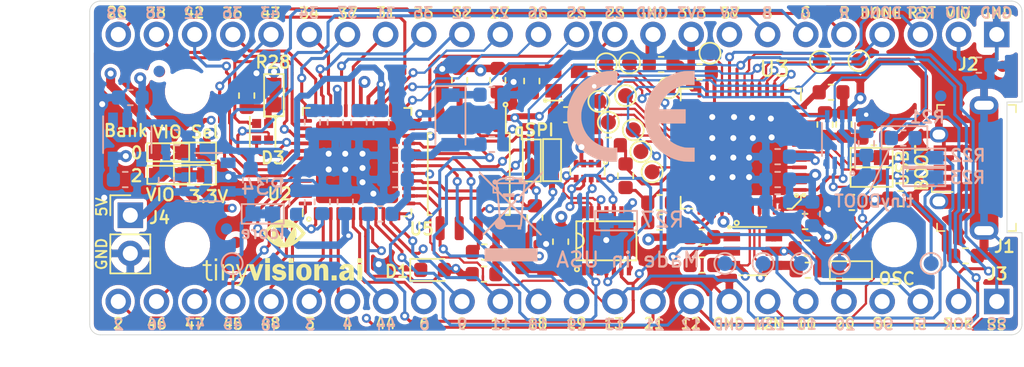
<source format=kicad_pcb>
(kicad_pcb (version 20171130) (host pcbnew "(5.1.5)-3")
  (title_block (title UpDuino) (rev 3.0) (company "tinyVision.ai Inc."))
  (layers (0 F.Cu signal) (1 In1.Cu signal hide) (2 In2.Cu signal hide) (31 B.Cu signal hide) (34 B.Paste user hide) (35 F.Paste user hide) (36 B.SilkS user hide) (37 F.SilkS user) (38 B.Mask user hide) (39 F.Mask user hide) (44 Edge.Cuts user))
  (net 0 "")
  (net 1 GND)
  (net 2 +5VD)
  (net 3 /FT_VCORE)
  (net 4 +3V3)
  (net 5 "Net-(C4-Pad1)")
  (net 6 /VCC_PLL)
  (net 7 /V_PHY)
  (net 8 /V_PLL)
  (net 9 /+1.2V_CORE)
  (net 10 /FT_RESET_N)
  (net 11 +1V2)
  (net 12 +2V5)
  (net 13 /CDONE)
  (net 14 /LED_B)
  (net 15 /LED_G)
  (net 16 /LED_R)
  (net 17 /USB_P)
  (net 18 "Net-(J1-Pad4)")
  (net 19 /USB_M)
  (net 20 /IOT_41A)
  (net 21 /IOT_50B)
  (net 22 /IOT_51A)
  (net 23 /IOT_48B)
  (net 24 /IOT_49A)
  (net 25 /IOT_44B)
  (net 26 /IOT_45A_G1)
  (net 27 /IOT_42B)
  (net 28 /IOT_46B_G0)
  (net 29 /IOT_43A)
  (net 30 /IOT_38B)
  (net 31 /IOT_39A)
  (net 32 /IOT_36B)
  (net 33 /IOT_37A)
  (net 34 /CRESET_N)
  (net 35 /IOB_6A)
  (net 36 /IOB_0A)
  (net 37 /IOB_2A)
  (net 38 /IOB_5B)
  (net 39 /IOB_4A)
  (net 40 /IOB_9B)
  (net 41 /IOB_8A)
  (net 42 /IOB_3B_G6)
  (net 43 /IOB_13B)
  (net 44 /IOB_16A)
  (net 45 /IOB_20A)
  (net 46 /IOB_31B)
  (net 47 /IOB_29B)
  (net 48 /IOB_24A)
  (net 49 /IOB_23B)
  (net 50 /IOB_22A)
  (net 51 /CLK_12M_EXT)
  (net 52 /IOB_18A)
  (net 53 /IOB_25B_G3)
  (net 54 /FLASH_MISO)
  (net 55 /FLASH_MOSI)
  (net 56 /ICE_SCK)
  (net 57 /ICE_SS)
  (net 58 /V_USB)
  (net 59 "Net-(R1-Pad2)")
  (net 60 /EE_DAT)
  (net 61 "Net-(R3-Pad1)")
  (net 62 "Net-(R10-Pad2)")
  (net 63 /CLK_12M_FT)
  (net 64 "Net-(R14-Pad1)")
  (net 65 "Net-(R15-Pad1)")
  (net 66 /EE_CS)
  (net 67 /EE_CLK)
  (net 68 "Net-(R27-Pad2)")
  (net 69 "Net-(R35-Pad1)")
  (net 70 "Net-(R36-Pad1)")
  (net 71 /ICE_MISO)
  (net 72 /ICE_MOSI)
  (net 73 "Net-(S1-Pad3)")
  (net 74 "Net-(S1-Pad5)")
  (net 75 "Net-(S1-Pad9)")
  (net 76 "Net-(TP1-Pad1)")
  (net 77 "Net-(TP2-Pad1)")
  (net 78 "Net-(TP3-Pad1)")
  (net 79 "Net-(TP4-Pad1)")
  (net 80 "Net-(TP5-Pad1)")
  (net 81 "Net-(TP6-Pad1)")
  (net 82 "Net-(TP7-Pad1)")
  (net 83 "Net-(TP8-Pad1)")
  (net 84 "Net-(TP9-Pad1)")
  (net 85 "Net-(TP10-Pad1)")
  (net 86 "Net-(TP11-Pad1)")
  (net 87 "Net-(TP12-Pad1)")
  (net 88 "Net-(U3-Pad2)")
  (net 89 "Net-(U6-Pad4)")
  (net 90 "Net-(U7-Pad4)")
  (net 91 /VIO_BANK_0_2)
  (net 92 "Net-(C22-Pad1)")
  (net 93 "Net-(C35-Pad1)")
  (net 94 "Net-(R16-Pad1)")
  (net 95 "Net-(C24-Pad1)")
  (module vs:Tiny4 (layer F.Cu) (at 112.88 94.5)
    (fp_text reference G*** hide)
    (fp_text value LOGO hide)
  )
  (module Symbol:WEEE-Logo_4.2x6mm_SilkScreen (layer B.Cu) (at 128.01 92.09 180)
    (fp_text reference REF** hide)
    (fp_text value WEEE-Logo_4.2x6mm_SilkScreen hide)
  )
  (module Symbol:CE-Logo_8.5x6mm_SilkScreen (layer B.Cu) (at 135.99 85.46)
    (fp_text reference REF** hide)
    (fp_text value CE-Logo_8.5x6mm_SilkScreen hide)
  )
  (module vs:Oscillator_SMD_Abracon_ASDMB-4Pin_2.5x2.0mm (layer F.Cu) (at 131.7 83.1)
    (fp_text reference U4 hide)
    (fp_text value "SG-210STF 12.0000ML3")
    (pad 4 smd rect (at -0.88 -0.65) (size 1.1 0.9) (layers F.Cu F.Paste F.Mask) (net 4 +3V3))
    (pad 3 smd rect (at 0.85 -0.65) (size 1.1 0.9) (layers F.Cu F.Paste F.Mask) (net 63 /CLK_12M_FT))
    (pad 2 smd rect (at 0.85 0.65) (size 1.1 0.9) (layers F.Cu F.Paste F.Mask) (net 1 GND))
    (pad 1 smd rect (at -0.85 0.65) (size 1.1 0.9) (layers F.Cu F.Paste F.Mask) (net 62 "Net-(R10-Pad2)"))
  )
  (module vs:QFN-48-1EP_8x8mm_P0.5mm_EP6.2x6.2mm (layer F.Cu) (at 143.2984 87.6012 180)
    (fp_text reference U3 (at -2.2416 5.3012) (layer F.SilkS))
    (fp_text value FT232H)
    (pad 48 smd roundrect (at -2.75 -3.9 180) (size 0.25 1) (layers F.Cu F.Paste F.Mask) (net 1 GND))
    (pad 47 smd roundrect (at -2.25 -3.9 180) (size 0.25 1) (layers F.Cu F.Paste F.Mask) (net 1 GND))
    (pad 46 smd roundrect (at -1.75 -3.9 180) (size 0.25 1) (layers F.Cu F.Paste F.Mask) (net 4 +3V3))
    (pad 45 smd roundrect (at -1.25 -3.9 180) (size 0.25 1) (layers F.Cu F.Paste F.Mask) (net 66 /EE_CS))
    (pad 44 smd roundrect (at -0.75 -3.9 180) (size 0.25 1) (layers F.Cu F.Paste F.Mask) (net 67 /EE_CLK))
    (pad 43 smd roundrect (at -0.25 -3.9 180) (size 0.25 1) (layers F.Cu F.Paste F.Mask) (net 60 /EE_DAT))
    (pad 42 smd roundrect (at 0.25 -3.9 180) (size 0.25 1) (layers F.Cu F.Paste F.Mask) (net 1 GND))
    (pad 41 smd roundrect (at 0.75 -3.9 180) (size 0.25 1) (layers F.Cu F.Paste F.Mask) (net 1 GND))
    (pad 40 smd roundrect (at 1.25 -3.9 180) (size 0.25 1) (layers F.Cu F.Paste F.Mask) (net 2 +5VD))
    (pad 39 smd roundrect (at 1.75 -3.9 180) (size 0.25 1) (layers F.Cu F.Paste F.Mask) (net 4 +3V3))
    (pad 38 smd roundrect (at 2.25 -3.9 180) (size 0.25 1) (layers F.Cu F.Paste F.Mask) (net 3 /FT_VCORE))
    (pad 37 smd roundrect (at 2.75 -3.9 180) (size 0.25 1) (layers F.Cu F.Paste F.Mask) (net 5 "Net-(C4-Pad1)"))
    (pad 36 smd roundrect (at 3.9 -2.75 180) (size 1 0.25) (layers F.Cu F.Paste F.Mask) (net 1 GND))
    (pad 35 smd roundrect (at 3.9 -2.25 180) (size 1 0.25) (layers F.Cu F.Paste F.Mask) (net 1 GND))
    (pad 34 smd roundrect (at 3.9 -1.75 180) (size 1 0.25) (layers F.Cu F.Paste F.Mask) (net 10 /FT_RESET_N))
    (pad 33 smd roundrect (at 3.9 -1.25 180) (size 1 0.25) (layers F.Cu F.Paste F.Mask) (net 85 "Net-(TP10-Pad1)"))
    (pad 32 smd roundrect (at 3.9 -0.75 180) (size 1 0.25) (layers F.Cu F.Paste F.Mask) (net 84 "Net-(TP9-Pad1)"))
    (pad 31 smd roundrect (at 3.9 -0.25 180) (size 1 0.25) (layers F.Cu F.Paste F.Mask) (net 83 "Net-(TP8-Pad1)"))
    (pad 30 smd roundrect (at 3.9 0.25 180) (size 1 0.25) (layers F.Cu F.Paste F.Mask) (net 82 "Net-(TP7-Pad1)"))
    (pad 29 smd roundrect (at 3.9 0.75 180) (size 1 0.25) (layers F.Cu F.Paste F.Mask) (net 81 "Net-(TP6-Pad1)"))
    (pad 28 smd roundrect (at 3.9 1.25 180) (size 1 0.25) (layers F.Cu F.Paste F.Mask) (net 80 "Net-(TP5-Pad1)"))
    (pad 27 smd roundrect (at 3.9 1.75 180) (size 1 0.25) (layers F.Cu F.Paste F.Mask) (net 79 "Net-(TP4-Pad1)"))
    (pad 26 smd roundrect (at 3.9 2.25 180) (size 1 0.25) (layers F.Cu F.Paste F.Mask) (net 78 "Net-(TP3-Pad1)"))
    (pad 25 smd roundrect (at 3.9 2.75 180) (size 1 0.25) (layers F.Cu F.Paste F.Mask) (net 77 "Net-(TP2-Pad1)"))
    (pad 24 smd roundrect (at 2.75 3.9 180) (size 0.25 1) (layers F.Cu F.Paste F.Mask) (net 4 +3V3))
    (pad 23 smd roundrect (at 2.25 3.9 180) (size 0.25 1) (layers F.Cu F.Paste F.Mask) (net 1 GND))
    (pad 22 smd roundrect (at 1.75 3.9 180) (size 0.25 1) (layers F.Cu F.Paste F.Mask) (net 1 GND))
    (pad 21 smd roundrect (at 1.25 3.9 180) (size 0.25 1) (layers F.Cu F.Paste F.Mask) (net 76 "Net-(TP1-Pad1)"))
    (pad 20 smd roundrect (at 0.75 3.9 180) (size 0.25 1) (layers F.Cu F.Paste F.Mask) (net 34 /CRESET_N))
    (pad 19 smd roundrect (at 0.25 3.9 180) (size 0.25 1) (layers F.Cu F.Paste F.Mask) (net 13 /CDONE))
    (pad 18 smd roundrect (at -0.25 3.9 180) (size 0.25 1) (layers F.Cu F.Paste F.Mask) (net 87 "Net-(TP12-Pad1)"))
    (pad 17 smd roundrect (at -0.75 3.9 180) (size 0.25 1) (layers F.Cu F.Paste F.Mask) (net 57 /ICE_SS))
    (pad 16 smd roundrect (at -1.25 3.9 180) (size 0.25 1) (layers F.Cu F.Paste F.Mask) (net 86 "Net-(TP11-Pad1)"))
    (pad 15 smd roundrect (at -1.75 3.9 180) (size 0.25 1) (layers F.Cu F.Paste F.Mask) (net 71 /ICE_MISO))
    (pad 14 smd roundrect (at -2.25 3.9 180) (size 0.25 1) (layers F.Cu F.Paste F.Mask) (net 72 /ICE_MOSI))
    (pad 13 smd roundrect (at -2.75 3.9 180) (size 0.25 1) (layers F.Cu F.Paste F.Mask) (net 56 /ICE_SCK))
    (pad 12 smd roundrect (at -3.9 2.75 180) (size 1 0.25) (layers F.Cu F.Paste F.Mask) (net 4 +3V3))
    (pad 11 smd roundrect (at -3.9 2.25 180) (size 1 0.25) (layers F.Cu F.Paste F.Mask) (net 1 GND))
    (pad 10 smd roundrect (at -3.9 1.75 180) (size 1 0.25) (layers F.Cu F.Paste F.Mask) (net 1 GND))
    (pad 9 smd roundrect (at -3.9 1.25 180) (size 1 0.25) (layers F.Cu F.Paste F.Mask) (net 1 GND))
    (pad 8 smd roundrect (at -3.9 0.75 180) (size 1 0.25) (layers F.Cu F.Paste F.Mask) (net 8 /V_PLL))
    (pad 7 smd roundrect (at -3.9 0.25 180) (size 1 0.25) (layers F.Cu F.Paste F.Mask) (net 70 "Net-(R36-Pad1)"))
    (pad 6 smd roundrect (at -3.9 -0.25 180) (size 1 0.25) (layers F.Cu F.Paste F.Mask) (net 69 "Net-(R35-Pad1)"))
    (pad 5 smd roundrect (at -3.9 -0.75 180) (size 1 0.25) (layers F.Cu F.Paste F.Mask) (net 61 "Net-(R3-Pad1)"))
    (pad 4 smd roundrect (at -3.9 -1.25 180) (size 1 0.25) (layers F.Cu F.Paste F.Mask) (net 1 GND))
    (pad 3 smd roundrect (at -3.9 -1.75 180) (size 1 0.25) (layers F.Cu F.Paste F.Mask) (net 7 /V_PHY))
    (pad 2 smd roundrect (at -3.9 -2.25 180) (size 1 0.25) (layers F.Cu F.Paste F.Mask) (net 88 "Net-(U3-Pad2)"))
    (pad 1 smd roundrect (at -3.9 -2.75 180) (size 1 0.25) (layers F.Cu F.Paste F.Mask) (net 63 /CLK_12M_FT))
    (pad 49 smd roundrect (at 0 0 180) (size 6.2 6.2) (layers F.Cu F.Mask) (roundrect_rratio 0.046) (net 1 GND))
  )
  (module vs:SOT-23-6 (layer F.Cu) (at 144.1 94.428)
    (fp_text reference U1 hide)
    (fp_text value 93LC56BT-I/OT)
    (pad 5 smd rect (at 1.4 0) (size 1.1 0.6) (layers F.Cu F.Paste F.Mask) (net 66 /EE_CS))
    (pad 6 smd rect (at 1.4 -0.95) (size 1.1 0.6) (layers F.Cu F.Paste F.Mask) (net 4 +3V3))
    (pad 4 smd rect (at 1.4 0.95) (size 1.1 0.6) (layers F.Cu F.Paste F.Mask) (net 67 /EE_CLK))
    (pad 3 smd rect (at -1.4 0.95) (size 1.1 0.6) (layers F.Cu F.Paste F.Mask) (net 60 /EE_DAT))
    (pad 2 smd rect (at -1.4 0) (size 1.1 0.6) (layers F.Cu F.Paste F.Mask) (net 1 GND))
    (pad 1 smd rect (at -1.4 -0.95) (size 1.1 0.6) (layers F.Cu F.Paste F.Mask) (net 59 "Net-(R1-Pad2)"))
  )
  (module Package_DFN_QFN:QFN-48-1EP_7x7mm_P0.5mm_EP5.6x5.6mm (layer F.Cu) (at 117.7798 88.5034 90)
    (fp_text reference U2 (at -2.1166 -5.1498) (layer F.SilkS) (effects (font (size 0.8 0.8))))
    (fp_text value ICE40UP5K-SG48ITR)
    (pad 48 smd roundrect (at -2.75 -3.4375 90) (size 0.25 0.875) (layers F.Cu F.Paste F.Mask) (net 39 /IOB_4A))
    (pad 47 smd roundrect (at -2.25 -3.4375 90) (size 0.25 0.875) (layers F.Cu F.Paste F.Mask) (net 37 /IOB_2A))
    (pad 46 smd roundrect (at -1.75 -3.4375 90) (size 0.25 0.875) (layers F.Cu F.Paste F.Mask) (net 36 /IOB_0A))
    (pad 45 smd roundrect (at -1.25 -3.4375 90) (size 0.25 0.875) (layers F.Cu F.Paste F.Mask) (net 38 /IOB_5B))
    (pad 44 smd roundrect (at -0.75 -3.4375 90) (size 0.25 0.875) (layers F.Cu F.Paste F.Mask) (net 42 /IOB_3B_G6))
    (pad 43 smd roundrect (at -0.25 -3.4375 90) (size 0.25 0.875) (layers F.Cu F.Paste F.Mask) (net 24 /IOT_49A))
    (pad 42 smd roundrect (at 0.25 -3.4375 90) (size 0.25 0.875) (layers F.Cu F.Paste F.Mask) (net 22 /IOT_51A))
    (pad 41 smd roundrect (at 0.75 -3.4375 90) (size 0.25 0.875) (layers F.Cu F.Paste F.Mask) (net 14 /LED_B))
    (pad 40 smd roundrect (at 1.25 -3.4375 90) (size 0.25 0.875) (layers F.Cu F.Paste F.Mask) (net 15 /LED_G))
    (pad 39 smd roundrect (at 1.75 -3.4375 90) (size 0.25 0.875) (layers F.Cu F.Paste F.Mask) (net 16 /LED_R))
    (pad 38 smd roundrect (at 2.25 -3.4375 90) (size 0.25 0.875) (layers F.Cu F.Paste F.Mask) (net 21 /IOT_50B))
    (pad 37 smd roundrect (at 2.75 -3.4375 90) (size 0.25 0.875) (layers F.Cu F.Paste F.Mask) (net 26 /IOT_45A_G1))
    (pad 36 smd roundrect (at 3.4375 -2.75 90) (size 0.875 0.25) (layers F.Cu F.Paste F.Mask) (net 23 /IOT_48B))
    (pad 35 smd roundrect (at 3.4375 -2.25 90) (size 0.875 0.25) (layers F.Cu F.Paste F.Mask) (net 28 /IOT_46B_G0))
    (pad 34 smd roundrect (at 3.4375 -1.75 90) (size 0.875 0.25) (layers F.Cu F.Paste F.Mask) (net 25 /IOT_44B))
    (pad 33 smd roundrect (at 3.4375 -1.25 90) (size 0.875 0.25) (layers F.Cu F.Paste F.Mask) (net 92 "Net-(C22-Pad1)"))
    (pad 32 smd roundrect (at 3.4375 -0.75 90) (size 0.875 0.25) (layers F.Cu F.Paste F.Mask) (net 29 /IOT_43A))
    (pad 31 smd roundrect (at 3.4375 -0.25 90) (size 0.875 0.25) (layers F.Cu F.Paste F.Mask) (net 27 /IOT_42B))
    (pad 30 smd roundrect (at 3.4375 0.25 90) (size 0.875 0.25) (layers F.Cu F.Paste F.Mask) (net 9 /+1.2V_CORE))
    (pad 29 smd roundrect (at 3.4375 0.75 90) (size 0.875 0.25) (layers F.Cu F.Paste F.Mask) (net 6 /VCC_PLL))
    (pad 28 smd roundrect (at 3.4375 1.25 90) (size 0.875 0.25) (layers F.Cu F.Paste F.Mask) (net 20 /IOT_41A))
    (pad 27 smd roundrect (at 3.4375 1.75 90) (size 0.875 0.25) (layers F.Cu F.Paste F.Mask) (net 30 /IOT_38B))
    (pad 26 smd roundrect (at 3.4375 2.25 90) (size 0.875 0.25) (layers F.Cu F.Paste F.Mask) (net 31 /IOT_39A))
    (pad 25 smd roundrect (at 3.4375 2.75 90) (size 0.875 0.25) (layers F.Cu F.Paste F.Mask) (net 32 /IOT_36B))
    (pad 24 smd roundrect (at 2.75 3.4375 90) (size 0.25 0.875) (layers F.Cu F.Paste F.Mask) (net 12 +2V5))
    (pad 23 smd roundrect (at 2.25 3.4375 90) (size 0.25 0.875) (layers F.Cu F.Paste F.Mask) (net 33 /IOT_37A))
    (pad 22 smd roundrect (at 1.75 3.4375 90) (size 0.25 0.875) (layers F.Cu F.Paste F.Mask) (net 4 +3V3))
    (pad 21 smd roundrect (at 1.25 3.4375 90) (size 0.25 0.875) (layers F.Cu F.Paste F.Mask) (net 49 /IOB_23B))
    (pad 20 smd roundrect (at 0.75 3.4375 90) (size 0.25 0.875) (layers F.Cu F.Paste F.Mask) (net 53 /IOB_25B_G3))
    (pad 19 smd roundrect (at 0.25 3.4375 90) (size 0.25 0.875) (layers F.Cu F.Paste F.Mask) (net 47 /IOB_29B))
    (pad 18 smd roundrect (at -0.25 3.4375 90) (size 0.25 0.875) (layers F.Cu F.Paste F.Mask) (net 46 /IOB_31B))
    (pad 17 smd roundrect (at -0.75 3.4375 90) (size 0.25 0.875) (layers F.Cu F.Paste F.Mask) (net 54 /FLASH_MISO))
    (pad 16 smd roundrect (at -1.25 3.4375 90) (size 0.25 0.875) (layers F.Cu F.Paste F.Mask) (net 57 /ICE_SS))
    (pad 15 smd roundrect (at -1.75 3.4375 90) (size 0.25 0.875) (layers F.Cu F.Paste F.Mask) (net 56 /ICE_SCK))
    (pad 14 smd roundrect (at -2.25 3.4375 90) (size 0.25 0.875) (layers F.Cu F.Paste F.Mask) (net 55 /FLASH_MOSI))
    (pad 13 smd roundrect (at -2.75 3.4375 90) (size 0.25 0.875) (layers F.Cu F.Paste F.Mask) (net 48 /IOB_24A))
    (pad 12 smd roundrect (at -3.4375 2.75 90) (size 0.875 0.25) (layers F.Cu F.Paste F.Mask) (net 50 /IOB_22A))
    (pad 11 smd roundrect (at -3.4375 2.25 90) (size 0.875 0.25) (layers F.Cu F.Paste F.Mask) (net 45 /IOB_20A))
    (pad 10 smd roundrect (at -3.4375 1.75 90) (size 0.875 0.25) (layers F.Cu F.Paste F.Mask) (net 52 /IOB_18A))
    (pad 9 smd roundrect (at -3.4375 1.25 90) (size 0.875 0.25) (layers F.Cu F.Paste F.Mask) (net 44 /IOB_16A))
    (pad 8 smd roundrect (at -3.4375 0.75 90) (size 0.875 0.25) (layers F.Cu F.Paste F.Mask) (net 34 /CRESET_N))
    (pad 7 smd roundrect (at -3.4375 0.25 90) (size 0.875 0.25) (layers F.Cu F.Paste F.Mask) (net 13 /CDONE))
    (pad 6 smd roundrect (at -3.4375 -0.25 90) (size 0.875 0.25) (layers F.Cu F.Paste F.Mask) (net 43 /IOB_13B))
    (pad 5 smd roundrect (at -3.4375 -0.75 90) (size 0.875 0.25) (layers F.Cu F.Paste F.Mask) (net 9 /+1.2V_CORE))
    (pad 4 smd roundrect (at -3.4375 -1.25 90) (size 0.875 0.25) (layers F.Cu F.Paste F.Mask) (net 41 /IOB_8A))
    (pad 3 smd roundrect (at -3.4375 -1.75 90) (size 0.875 0.25) (layers F.Cu F.Paste F.Mask) (net 40 /IOB_9B))
    (pad 2 smd roundrect (at -3.4375 -2.25 90) (size 0.875 0.25) (layers F.Cu F.Paste F.Mask) (net 35 /IOB_6A))
    (pad 1 smd roundrect (at -3.4375 -2.75 90) (size 0.875 0.25) (layers F.Cu F.Paste F.Mask) (net 93 "Net-(C35-Pad1)"))
    (pad 49 smd roundrect (at 0 0 90) (size 5.46 5.46) (layers F.Cu F.Mask) (roundrect_rratio 0.045) (net 1 GND))
  )
  (module Capacitor_SMD:C_0603_1608Metric (layer F.Cu) (at 140.55 82.5)
    (fp_text reference C7 hide)
    (fp_text value 0.1u)
    (pad 2 smd roundrect (at 0.7875 0) (size 0.875 0.95) (layers F.Cu F.Paste F.Mask) (net 1 GND))
    (pad 1 smd roundrect (at -0.7875 0) (size 0.875 0.95) (layers F.Cu F.Paste F.Mask) (net 4 +3V3))
  )
  (module TestPoint:TestPoint_Pad_D1.0mm (layer F.Cu) (at 138.5 83.55)
    (fp_text reference TP2 hide)
    (fp_text value TestPoint)
    (pad 1 smd circle (at 0 0) (size 1 1) (layers F.Cu F.Mask) (net 77 "Net-(TP2-Pad1)"))
  )
  (module vs:SolderJumper-2_0603_Open_TrianglePad1.0x1.5mm (layer F.Cu) (at 150.622 95.7 180)
    (fp_text reference R16 hide)
    (fp_text value JUMPER)
    (pad 2 smd custom (at 0.7875 0 180) (size 0.5 0.9) (layers F.Cu F.Paste F.Mask) (net 53 /IOB_25B_G3) (options (clearance outline) (anchor rect)) (primitives (gr_poly (pts (xy -0.8 -0.455) (xy 0.5 -0.455) (xy 0.5 0.455) (xy -0.8 0.455) (xy -0.3 0)) (width 0))))
    (pad 1 smd custom (at -0.7875 0 180) (size 0.875 0.9) (layers F.Cu F.Paste F.Mask) (net 94 "Net-(R16-Pad1)") (options (clearance outline) (anchor rect)) (primitives (gr_poly (pts (xy -0.5 -0.455) (xy 0.5 -0.455) (xy 1 0) (xy 0.5 0.455) (xy -0.5 0.455)) (width 0))))
  )
  (module Connector_PinHeader_2.54mm:PinHeader_1x02_P2.54mm_Vertical (layer F.Cu) (at 102.7 92.04)
    (fp_text reference J4 (at 1.948 0.162) (layer F.SilkS) (effects (font (size 0.8 0.8))))
    (fp_text value "5V Power")
    (pad 2 thru_hole oval (at 0 2.54) (size 1.7 1.7) (drill 1) (layers *.Cu *.Mask) (net 1 GND))
    (pad 1 thru_hole rect (at 0 0) (size 1.7 1.7) (drill 1) (layers *.Cu *.Mask) (net 2 +5VD))
  )
  (module Capacitor_SMD:C_0603_1608Metric (layer F.Cu) (at 135.636 89.408 90)
    (fp_text reference C26 hide)
    (fp_text value 10n)
    (pad 2 smd roundrect (at 0.7875 0 90) (size 0.875 0.95) (layers F.Cu F.Paste F.Mask) (net 10 /FT_RESET_N))
    (pad 1 smd roundrect (at -0.7875 0 90) (size 0.875 0.95) (layers F.Cu F.Paste F.Mask) (net 1 GND))
  )
  (module Package_SO:SOIC-8_5.23x5.23mm_P1.27mm (layer F.Cu) (at 125.2078 89.2972 270)
    (fp_text reference U5 (at 3.6528 3.1328 180) (layer F.SilkS) (effects (font (size 0.8 0.8))))
    (fp_text value W25Q32JVSSIM)
    (pad 8 smd roundrect (at 3.6 -1.905 270) (size 1.6 0.6) (layers F.Cu F.Paste F.Mask) (net 4 +3V3))
    (pad 7 smd roundrect (at 3.6 -0.635 270) (size 1.6 0.6) (layers F.Cu F.Paste F.Mask) (net 65 "Net-(R15-Pad1)"))
    (pad 6 smd roundrect (at 3.6 0.635 270) (size 1.6 0.6) (layers F.Cu F.Paste F.Mask) (net 56 /ICE_SCK))
    (pad 5 smd roundrect (at 3.6 1.905 270) (size 1.6 0.6) (layers F.Cu F.Paste F.Mask) (net 55 /FLASH_MOSI))
    (pad 4 smd roundrect (at -3.6 1.905 270) (size 1.6 0.6) (layers F.Cu F.Paste F.Mask) (net 1 GND))
    (pad 3 smd roundrect (at -3.6 0.635 270) (size 1.6 0.6) (layers F.Cu F.Paste F.Mask) (net 64 "Net-(R14-Pad1)"))
    (pad 2 smd roundrect (at -3.6 -0.635 270) (size 1.6 0.6) (layers F.Cu F.Paste F.Mask) (net 54 /FLASH_MISO))
    (pad 1 smd roundrect (at -3.6 -1.905 270) (size 1.6 0.6) (layers F.Cu F.Paste F.Mask) (net 57 /ICE_SS))
  )
  (module TestPoint:TestPoint_Pad_D1.0mm (layer F.Cu) (at 151.15 81.75)
    (fp_text reference TP11 hide)
    (fp_text value TestPoint)
    (pad 1 smd circle (at 0 0) (size 1 1) (layers F.Cu F.Mask) (net 86 "Net-(TP11-Pad1)"))
  )
  (module Resistor_SMD:R_Array_Concave_4x0402 (layer F.Cu) (at 133.1 89.1 270)
    (fp_text reference RN1 hide)
    (fp_text value YC124-JR-071KL)
    (pad 5 smd rect (at 0.5 0.75 270) (size 0.5 0.32) (layers F.Cu F.Paste F.Mask) (net 71 /ICE_MISO))
    (pad 6 smd rect (at 0.5 0.25 270) (size 0.5 0.32) (layers F.Cu F.Paste F.Mask) (net 72 /ICE_MOSI))
    (pad 8 smd rect (at 0.5 -0.75 270) (size 0.5 0.32) (layers F.Cu F.Paste F.Mask) (net 54 /FLASH_MISO))
    (pad 7 smd rect (at 0.5 -0.25 270) (size 0.5 0.32) (layers F.Cu F.Paste F.Mask) (net 55 /FLASH_MOSI))
    (pad 4 smd rect (at -0.5 0.75 270) (size 0.5 0.32) (layers F.Cu F.Paste F.Mask) (net 4 +3V3))
    (pad 2 smd rect (at -0.5 -0.25 270) (size 0.5 0.32) (layers F.Cu F.Paste F.Mask) (net 4 +3V3))
    (pad 3 smd rect (at -0.5 0.25 270) (size 0.5 0.32) (layers F.Cu F.Paste F.Mask) (net 4 +3V3))
    (pad 1 smd rect (at -0.5 -0.75 270) (size 0.5 0.32) (layers F.Cu F.Paste F.Mask) (net 4 +3V3))
  )
  (module Resistor_SMD:R_0603_1608Metric (layer B.Cu) (at 154.1 86.9 180)
    (fp_text reference R21 (at -1.6 1.4 180) (layer B.SilkS) (effects (font (size 0.8 0.8)) (justify mirror)))
    (fp_text value DNI)
    (pad 2 smd roundrect (at 0.7875 0 180) (size 0.875 0.95) (layers B.Cu B.Paste B.Mask) (net 50 /IOB_22A))
    (pad 1 smd roundrect (at -0.7875 0 180) (size 0.875 0.95) (layers B.Cu B.Paste B.Mask) (net 17 /USB_P))
  )
  (module Resistor_SMD:R_0603_1608Metric (layer F.Cu) (at 147.7645 95.7)
    (fp_text reference R18 hide)
    (fp_text value 10K)
    (pad 2 smd roundrect (at 0.7875 0) (size 0.875 0.95) (layers F.Cu F.Paste F.Mask) (net 4 +3V3))
    (pad 1 smd roundrect (at -0.7875 0) (size 0.875 0.95) (layers F.Cu F.Paste F.Mask) (net 67 /EE_CLK))
  )
  (module Resistor_SMD:R_0603_1608Metric (layer F.Cu) (at 147.701 94.234 180)
    (fp_text reference R17 hide)
    (fp_text value 10K)
    (pad 2 smd roundrect (at 0.7875 0 180) (size 0.875 0.95) (layers F.Cu F.Paste F.Mask) (net 66 /EE_CS))
    (pad 1 smd roundrect (at -0.7875 0 180) (size 0.875 0.95) (layers F.Cu F.Paste F.Mask) (net 4 +3V3))
  )
  (module Resistor_SMD:R_0603_1608Metric (layer F.Cu) (at 126.238 94.488)
    (fp_text reference R15 hide)
    (fp_text value 10K)
    (pad 2 smd roundrect (at 0.7875 0) (size 0.875 0.95) (layers F.Cu F.Paste F.Mask) (net 4 +3V3))
    (pad 1 smd roundrect (at -0.7875 0) (size 0.875 0.95) (layers F.Cu F.Paste F.Mask) (net 65 "Net-(R15-Pad1)"))
  )
  (module Resistor_SMD:R_0603_1608Metric (layer F.Cu) (at 124.5982 83.0488 90)
    (fp_text reference R14 hide)
    (fp_text value 10K)
    (pad 2 smd roundrect (at 0.7875 0 90) (size 0.875 0.95) (layers F.Cu F.Paste F.Mask) (net 4 +3V3))
    (pad 1 smd roundrect (at -0.7875 0 90) (size 0.875 0.95) (layers F.Cu F.Paste F.Mask) (net 64 "Net-(R14-Pad1)"))
  )
  (module Resistor_SMD:R_0603_1608Metric (layer F.Cu) (at 131.7 85.344 180)
    (fp_text reference R10 hide)
    (fp_text value DNI)
    (pad 2 smd roundrect (at 0.7875 0 180) (size 0.875 0.95) (layers F.Cu F.Paste F.Mask) (net 62 "Net-(R10-Pad2)"))
    (pad 1 smd roundrect (at -0.7875 0 180) (size 0.875 0.95) (layers F.Cu F.Paste F.Mask) (net 1 GND))
  )
  (module Resistor_SMD:R_0603_1608Metric (layer F.Cu) (at 129.6 92.2 270)
    (fp_text reference R9 hide)
    (fp_text value 10K)
    (pad 2 smd roundrect (at 0.7875 0 270) (size 0.875 0.95) (layers F.Cu F.Paste F.Mask) (net 4 +3V3))
    (pad 1 smd roundrect (at -0.7875 0 270) (size 0.875 0.95) (layers F.Cu F.Paste F.Mask) (net 56 /ICE_SCK))
  )
  (module Resistor_SMD:R_0603_1608Metric (layer F.Cu) (at 127.1382 83.0488 90)
    (fp_text reference R8 hide)
    (fp_text value 10K)
    (pad 2 smd roundrect (at 0.7875 0 90) (size 0.875 0.95) (layers F.Cu F.Paste F.Mask) (net 4 +3V3))
    (pad 1 smd roundrect (at -0.7875 0 90) (size 0.875 0.95) (layers F.Cu F.Paste F.Mask) (net 57 /ICE_SS))
  )
  (module Resistor_SMD:R_0603_1608Metric (layer F.Cu) (at 126.2253 95.9612)
    (fp_text reference R7 hide)
    (fp_text value 2.2K)
    (pad 2 smd roundrect (at 0.7875 0) (size 0.875 0.95) (layers F.Cu F.Paste F.Mask) (net 4 +3V3))
    (pad 1 smd roundrect (at -0.7875 0) (size 0.875 0.95) (layers F.Cu F.Paste F.Mask) (net 13 /CDONE))
  )
  (module Resistor_SMD:R_0603_1608Metric (layer B.Cu) (at 119.3165 91.948)
    (fp_text reference R5 hide)
    (fp_text value 10K)
    (pad 2 smd roundrect (at 0.7875 0) (size 0.875 0.95) (layers B.Cu B.Paste B.Mask) (net 4 +3V3))
    (pad 1 smd roundrect (at -0.7875 0) (size 0.875 0.95) (layers B.Cu B.Paste B.Mask) (net 34 /CRESET_N))
  )
  (module Resistor_SMD:R_0603_1608Metric (layer F.Cu) (at 140.716 93.5 180)
    (fp_text reference R4 hide)
    (fp_text value 10K)
    (pad 2 smd roundrect (at 0.7875 0 180) (size 0.875 0.95) (layers F.Cu F.Paste F.Mask) (net 4 +3V3))
    (pad 1 smd roundrect (at -0.7875 0 180) (size 0.875 0.95) (layers F.Cu F.Paste F.Mask) (net 59 "Net-(R1-Pad2)"))
  )
  (module Resistor_SMD:R_0603_1608Metric (layer B.Cu) (at 145.75 88.138 180)
    (fp_text reference R3 hide)
    (fp_text value 12K)
    (pad 2 smd roundrect (at 0.7875 0 180) (size 0.875 0.95) (layers B.Cu B.Paste B.Mask) (net 1 GND))
    (pad 1 smd roundrect (at -0.7875 0 180) (size 0.875 0.95) (layers B.Cu B.Paste B.Mask) (net 61 "Net-(R3-Pad1)"))
  )
  (module Resistor_SMD:R_0603_1608Metric (layer F.Cu) (at 134.5 87.376 180)
    (fp_text reference R2 hide)
    (fp_text value 10K)
    (pad 2 smd roundrect (at 0.7875 0 180) (size 0.875 0.95) (layers F.Cu F.Paste F.Mask) (net 4 +3V3))
    (pad 1 smd roundrect (at -0.7875 0 180) (size 0.875 0.95) (layers F.Cu F.Paste F.Mask) (net 10 /FT_RESET_N))
  )
  (module Resistor_SMD:R_0603_1608Metric (layer F.Cu) (at 140.716 95.35 180)
    (fp_text reference R1 hide)
    (fp_text value 2.2K)
    (pad 2 smd roundrect (at 0.7875 0 180) (size 0.875 0.95) (layers F.Cu F.Paste F.Mask) (net 59 "Net-(R1-Pad2)"))
    (pad 1 smd roundrect (at -0.7875 0 180) (size 0.875 0.95) (layers F.Cu F.Paste F.Mask) (net 60 /EE_DAT))
  )
  (module Inductor_SMD:L_0603_1608Metric (layer F.Cu) (at 153.924 90.932)
    (fp_text reference FB3 hide)
    (fp_text value BLM18HE152SN1D)
    (pad 2 smd roundrect (at 0.7875 0) (size 0.875 0.95) (layers F.Cu F.Paste F.Mask) (net 58 /V_USB))
    (pad 1 smd roundrect (at -0.7875 0) (size 0.875 0.95) (layers F.Cu F.Paste F.Mask) (net 2 +5VD))
  )
  (module Inductor_SMD:L_0603_1608Metric (layer F.Cu) (at 152.146 86.868)
    (fp_text reference FB2 hide)
    (fp_text value BLM18HE152SN1D)
    (pad 2 smd roundrect (at 0.7875 0) (size 0.875 0.95) (layers F.Cu F.Paste F.Mask) (net 4 +3V3))
    (pad 1 smd roundrect (at -0.7875 0) (size 0.875 0.95) (layers F.Cu F.Paste F.Mask) (net 8 /V_PLL))
  )
  (module Inductor_SMD:L_0603_1608Metric (layer B.Cu) (at 148.05 91.95 270)
    (fp_text reference FB1 hide)
    (fp_text value BLM18HE152SN1D)
    (pad 2 smd roundrect (at 0.7875 0 270) (size 0.875 0.95) (layers B.Cu B.Paste B.Mask) (net 4 +3V3))
    (pad 1 smd roundrect (at -0.7875 0 270) (size 0.875 0.95) (layers B.Cu B.Paste B.Mask) (net 7 /V_PHY))
  )
  (module Diode_SMD:D_SOD-123 (layer B.Cu) (at 123.9886 85.6904 270)
    (fp_text reference D2 hide)
    (fp_text value 1N4148W-TP)
    (pad 2 smd rect (at 1.65 0 270) (size 0.9 1.2) (layers B.Cu B.Paste B.Mask) (net 4 +3V3))
    (pad 1 smd rect (at -1.65 0 270) (size 0.9 1.2) (layers B.Cu B.Paste B.Mask) (net 12 +2V5))
  )
  (module LED_SMD:LED_0603_1608Metric (layer F.Cu) (at 122.8 95.68)
    (fp_text reference D1 (at -2.3786 0.1034 180) (layer F.SilkS) (effects (font (size 0.8 0.8))))
    (fp_text value HSMG-C120)
    (pad 2 smd roundrect (at 0.7875 0) (size 0.875 0.95) (layers F.Cu F.Paste F.Mask) (net 13 /CDONE))
    (pad 1 smd roundrect (at -0.7875 0) (size 0.875 0.95) (layers F.Cu F.Paste F.Mask) (net 1 GND))
  )
  (module Capacitor_SMD:C_0603_1608Metric (layer B.Cu) (at 105.8 86.868 180)
    (fp_text reference C34 hide)
    (fp_text value DNI)
    (pad 2 smd roundrect (at 0.7875 0 180) (size 0.875 0.95) (layers B.Cu B.Paste B.Mask) (net 1 GND))
    (pad 1 smd roundrect (at -0.7875 0 180) (size 0.875 0.95) (layers B.Cu B.Paste B.Mask) (net 2 +5VD))
  )
  (module Capacitor_SMD:C_0603_1608Metric (layer F.Cu) (at 138 82 180)
    (fp_text reference C33 hide)
    (fp_text value DNI)
    (pad 2 smd roundrect (at 0.7875 0 180) (size 0.875 0.95) (layers F.Cu F.Paste F.Mask) (net 1 GND))
    (pad 1 smd roundrect (at -0.7875 0 180) (size 0.875 0.95) (layers F.Cu F.Paste F.Mask) (net 4 +3V3))
  )
  (module Capacitor_SMD:C_0603_1608Metric (layer F.Cu) (at 131.318 93.8 270)
    (fp_text reference C32 hide)
    (fp_text value 0.1u)
    (pad 2 smd roundrect (at 0.7875 0 270) (size 0.875 0.95) (layers F.Cu F.Paste F.Mask) (net 1 GND))
    (pad 1 smd roundrect (at -0.7875 0 270) (size 0.875 0.95) (layers F.Cu F.Paste F.Mask) (net 4 +3V3))
  )
  (module Capacitor_SMD:C_0603_1608Metric (layer B.Cu) (at 126.746 84.014)
    (fp_text reference C31 hide)
    (fp_text value 4.7u)
    (pad 2 smd roundrect (at 0.7875 0) (size 0.875 0.95) (layers B.Cu B.Paste B.Mask) (net 1 GND))
    (pad 1 smd roundrect (at -0.7875 0) (size 0.875 0.95) (layers B.Cu B.Paste B.Mask) (net 12 +2V5))
  )
  (module Capacitor_SMD:C_0603_1608Metric (layer B.Cu) (at 110.7 89.7 90)
    (fp_text reference C29 hide)
    (fp_text value 4.7u)
    (pad 2 smd roundrect (at 0.7875 0 90) (size 0.875 0.95) (layers B.Cu B.Paste B.Mask) (net 1 GND))
    (pad 1 smd roundrect (at -0.7875 0 90) (size 0.875 0.95) (layers B.Cu B.Paste B.Mask) (net 11 +1V2))
  )
  (module Capacitor_SMD:C_0603_1608Metric (layer F.Cu) (at 150.15 85.9875 90)
    (fp_text reference C28 hide)
    (fp_text value 4.7u)
    (pad 2 smd roundrect (at 0.7875 0 90) (size 0.875 0.95) (layers F.Cu F.Paste F.Mask) (net 1 GND))
    (pad 1 smd roundrect (at -0.7875 0 90) (size 0.875 0.95) (layers F.Cu F.Paste F.Mask) (net 8 /V_PLL))
  )
  (module Capacitor_SMD:C_0603_1608Metric (layer B.Cu) (at 145.75 91.15 180)
    (fp_text reference C27 hide)
    (fp_text value 4.7u)
    (pad 2 smd roundrect (at 0.7875 0 180) (size 0.875 0.95) (layers B.Cu B.Paste B.Mask) (net 1 GND))
    (pad 1 smd roundrect (at -0.7875 0 180) (size 0.875 0.95) (layers B.Cu B.Paste B.Mask) (net 7 /V_PHY))
  )
  (module Capacitor_SMD:C_0603_1608Metric (layer F.Cu) (at 158.242 94.742 180)
    (fp_text reference C25 hide)
    (fp_text value 0.1u)
    (pad 2 smd roundrect (at 0.7875 0 180) (size 0.875 0.95) (layers F.Cu F.Paste F.Mask) (net 58 /V_USB))
    (pad 1 smd roundrect (at -0.7875 0 180) (size 0.875 0.95) (layers F.Cu F.Paste F.Mask) (net 1 GND))
  )
  (module Capacitor_SMD:C_0603_1608Metric (layer F.Cu) (at 110.44 84.07 90)
    (fp_text reference C24 hide)
    (fp_text value 4.7u)
    (pad 2 smd roundrect (at 0.7875 0 90) (size 0.875 0.95) (layers F.Cu F.Paste F.Mask) (net 1 GND))
    (pad 1 smd roundrect (at -0.7875 0 90) (size 0.875 0.95) (layers F.Cu F.Paste F.Mask) (net 95 "Net-(C24-Pad1)"))
  )
  (module Capacitor_SMD:C_0603_1608Metric (layer B.Cu) (at 159.131 82.042)
    (fp_text reference C23 hide)
    (fp_text value DNI)
    (pad 2 smd roundrect (at 0.7875 0) (size 0.875 0.95) (layers B.Cu B.Paste B.Mask) (net 1 GND))
    (pad 1 smd roundrect (at -0.7875 0) (size 0.875 0.95) (layers B.Cu B.Paste B.Mask) (net 91 /VIO_BANK_0_2))
  )
  (module Capacitor_SMD:C_0603_1608Metric (layer B.Cu) (at 102.362 89.662)
    (fp_text reference C21 hide)
    (fp_text value 4.7u)
    (pad 2 smd roundrect (at 0.7875 0) (size 0.875 0.95) (layers B.Cu B.Paste B.Mask) (net 1 GND))
    (pad 1 smd roundrect (at -0.7875 0) (size 0.875 0.95) (layers B.Cu B.Paste B.Mask) (net 4 +3V3))
  )
  (module Capacitor_SMD:C_0603_1608Metric (layer B.Cu) (at 105.1 89.7 90)
    (fp_text reference C20 hide)
    (fp_text value 4.7u)
    (pad 2 smd roundrect (at 0.7875 0 90) (size 0.875 0.95) (layers B.Cu B.Paste B.Mask) (net 1 GND))
    (pad 1 smd roundrect (at -0.7875 0 90) (size 0.875 0.95) (layers B.Cu B.Paste B.Mask) (net 2 +5VD))
  )
  (module Capacitor_SMD:C_0603_1608Metric (layer B.Cu) (at 102.7 84.2 180)
    (fp_text reference C19 hide)
    (fp_text value 4.7u)
    (pad 2 smd roundrect (at 0.7875 0 180) (size 0.875 0.95) (layers B.Cu B.Paste B.Mask) (net 1 GND))
    (pad 1 smd roundrect (at -0.7875 0 180) (size 0.875 0.95) (layers B.Cu B.Paste B.Mask) (net 2 +5VD))
  )
  (module Capacitor_SMD:C_0603_1608Metric (layer F.Cu) (at 129.4 83.1 270)
    (fp_text reference C18 hide)
    (fp_text value 0.1u)
    (pad 2 smd roundrect (at 0.7875 0 270) (size 0.875 0.95) (layers F.Cu F.Paste F.Mask) (net 1 GND))
    (pad 1 smd roundrect (at -0.7875 0 270) (size 0.875 0.95) (layers F.Cu F.Paste F.Mask) (net 4 +3V3))
  )
  (module Capacitor_SMD:C_0603_1608Metric (layer F.Cu) (at 128.778 94.742 270)
    (fp_text reference C17 hide)
    (fp_text value 0.1u)
    (pad 2 smd roundrect (at 0.7875 0 270) (size 0.875 0.95) (layers F.Cu F.Paste F.Mask) (net 1 GND))
    (pad 1 smd roundrect (at -0.7875 0 270) (size 0.875 0.95) (layers F.Cu F.Paste F.Mask) (net 4 +3V3))
  )
  (module Capacitor_SMD:C_0603_1608Metric (layer B.Cu) (at 126.746 87.316)
    (fp_text reference C16 hide)
    (fp_text value 0.1u)
    (pad 2 smd roundrect (at 0.7875 0) (size 0.875 0.95) (layers B.Cu B.Paste B.Mask) (net 1 GND))
    (pad 1 smd roundrect (at -0.7875 0) (size 0.875 0.95) (layers B.Cu B.Paste B.Mask) (net 4 +3V3))
  )
  (module Capacitor_SMD:C_0603_1608Metric (layer B.Cu) (at 116.9924 91.145 90)
    (fp_text reference C15 hide)
    (fp_text value 0.1u)
    (pad 2 smd roundrect (at 0.7875 0 90) (size 0.875 0.95) (layers B.Cu B.Paste B.Mask) (net 1 GND))
    (pad 1 smd roundrect (at -0.7875 0 90) (size 0.875 0.95) (layers B.Cu B.Paste B.Mask) (net 9 /+1.2V_CORE))
  )
  (module Capacitor_SMD:C_0603_1608Metric (layer B.Cu) (at 120.3452 88.0462 180)
    (fp_text reference C14 hide)
    (fp_text value 0.1u)
    (pad 2 smd roundrect (at 0.7875 0 180) (size 0.875 0.95) (layers B.Cu B.Paste B.Mask) (net 1 GND))
    (pad 1 smd roundrect (at -0.7875 0 180) (size 0.875 0.95) (layers B.Cu B.Paste B.Mask) (net 4 +3V3))
  )
  (module Capacitor_SMD:C_0603_1608Metric (layer F.Cu) (at 148.9 86 90)
    (fp_text reference C13 hide)
    (fp_text value 0.1u)
    (pad 2 smd roundrect (at 0.7875 0 90) (size 0.875 0.95) (layers F.Cu F.Paste F.Mask) (net 1 GND))
    (pad 1 smd roundrect (at -0.7875 0 90) (size 0.875 0.95) (layers F.Cu F.Paste F.Mask) (net 8 /V_PLL))
  )
  (module Capacitor_SMD:C_0603_1608Metric (layer B.Cu) (at 145.75 89.662 180)
    (fp_text reference C12 hide)
    (fp_text value 0.1u)
    (pad 2 smd roundrect (at 0.7875 0 180) (size 0.875 0.95) (layers B.Cu B.Paste B.Mask) (net 1 GND))
    (pad 1 smd roundrect (at -0.7875 0 180) (size 0.875 0.95) (layers B.Cu B.Paste B.Mask) (net 7 /V_PHY))
  )
  (module Capacitor_SMD:C_0603_1608Metric (layer B.Cu) (at 117.9068 85.852 270)
    (fp_text reference C11 hide)
    (fp_text value 4.7u)
    (pad 2 smd roundrect (at 0.7875 0 270) (size 0.875 0.95) (layers B.Cu B.Paste B.Mask) (net 1 GND))
    (pad 1 smd roundrect (at -0.7875 0 270) (size 0.875 0.95) (layers B.Cu B.Paste B.Mask) (net 6 /VCC_PLL))
  )
  (module Capacitor_SMD:C_0603_1608Metric (layer B.Cu) (at 119.38 85.852 270)
    (fp_text reference C10 hide)
    (fp_text value 0.1u)
    (pad 2 smd roundrect (at 0.7875 0 270) (size 0.875 0.95) (layers B.Cu B.Paste B.Mask) (net 1 GND))
    (pad 1 smd roundrect (at -0.7875 0 270) (size 0.875 0.95) (layers B.Cu B.Paste B.Mask) (net 6 /VCC_PLL))
  )
  (module Capacitor_SMD:C_0603_1608Metric (layer F.Cu) (at 149.3 83.85)
    (fp_text reference C9 hide)
    (fp_text value 0.1u)
    (pad 2 smd roundrect (at 0.7875 0) (size 0.875 0.95) (layers F.Cu F.Paste F.Mask) (net 1 GND))
    (pad 1 smd roundrect (at -0.7875 0) (size 0.875 0.95) (layers F.Cu F.Paste F.Mask) (net 4 +3V3))
  )
  (module Capacitor_SMD:C_0603_1608Metric (layer F.Cu) (at 147.574 92.456)
    (fp_text reference C8 hide)
    (fp_text value 0.1u)
    (pad 2 smd roundrect (at 0.7875 0) (size 0.875 0.95) (layers F.Cu F.Paste F.Mask) (net 1 GND))
    (pad 1 smd roundrect (at -0.7875 0) (size 0.875 0.95) (layers F.Cu F.Paste F.Mask) (net 4 +3V3))
  )
  (module Capacitor_SMD:C_0603_1608Metric (layer B.Cu) (at 115.4684 91.145 90)
    (fp_text reference C6 hide)
    (fp_text value 0.1u)
    (pad 2 smd roundrect (at 0.7875 0 90) (size 0.875 0.95) (layers B.Cu B.Paste B.Mask) (net 1 GND))
    (pad 1 smd roundrect (at -0.7875 0 90) (size 0.875 0.95) (layers B.Cu B.Paste B.Mask) (net 93 "Net-(C35-Pad1)"))
  )
  (module Capacitor_SMD:C_0603_1608Metric (layer B.Cu) (at 116.332 85.852 270)
    (fp_text reference C5 hide)
    (fp_text value 0.1u)
    (pad 2 smd roundrect (at 0.7875 0 270) (size 0.875 0.95) (layers B.Cu B.Paste B.Mask) (net 1 GND))
    (pad 1 smd roundrect (at -0.7875 0 270) (size 0.875 0.95) (layers B.Cu B.Paste B.Mask) (net 92 "Net-(C22-Pad1)"))
  )
  (module Capacitor_SMD:C_0603_1608Metric (layer F.Cu) (at 137.9 91.2 180)
    (fp_text reference C4 hide)
    (fp_text value 0.1u)
    (pad 2 smd roundrect (at 0.7875 0 180) (size 0.875 0.95) (layers F.Cu F.Paste F.Mask) (net 1 GND))
    (pad 1 smd roundrect (at -0.7875 0 180) (size 0.875 0.95) (layers F.Cu F.Paste F.Mask) (net 5 "Net-(C4-Pad1)"))
  )
  (module Capacitor_SMD:C_0603_1608Metric (layer F.Cu) (at 150.114 93.472 90)
    (fp_text reference C3 hide)
    (fp_text value 0.1u)
    (pad 1 smd roundrect (at -0.7875 0 90) (size 0.875 0.95) (layers F.Cu F.Paste F.Mask) (net 4 +3V3))
    (pad 2 smd roundrect (at 0.7875 0 90) (size 0.875 0.95) (layers F.Cu F.Paste F.Mask) (net 1 GND))
  )
  (module Capacitor_SMD:C_0603_1608Metric (layer F.Cu) (at 137.9 92.5 180)
    (fp_text reference C2 hide)
    (fp_text value 0.1u)
    (pad 2 smd roundrect (at 0.7875 0 180) (size 0.875 0.95) (layers F.Cu F.Paste F.Mask) (net 1 GND))
    (pad 1 smd roundrect (at -0.7875 0 180) (size 0.875 0.95) (layers F.Cu F.Paste F.Mask) (net 3 /FT_VCORE))
  )
  (module Capacitor_SMD:C_0603_1608Metric (layer F.Cu) (at 150.6855 91.186 180)
    (fp_text reference C1 hide)
    (fp_text value 4.7u)
    (pad 2 smd roundrect (at 0.7875 0 180) (size 0.875 0.95) (layers F.Cu F.Paste F.Mask) (net 1 GND))
    (pad 1 smd roundrect (at -0.7875 0 180) (size 0.875 0.95) (layers F.Cu F.Paste F.Mask) (net 2 +5VD))
  )
  (module vs:USB_Micro_AB_Female_0475890001 (layer F.Cu) (at 156.8 88.89 90)
    (fp_text reference J1 (at -5.23 4.03 180) (layer F.SilkS) (effects (font (size 0.8 0.8))))
    (fp_text value 47589-0001)
    (pad 6 thru_hole oval (at -2.225 -0.325) (size 1.25 1.05) (drill oval 0.85 0.65) (layers *.Cu *.Mask) (net 1 GND))
    (pad SH smd rect (at -3.89 3.575) (size 0.1 0.5) (layers F.Cu F.Paste F.Mask))
    (pad SH smd rect (at -3.89 1.775) (size 0.1 0.5) (layers F.Cu F.Paste F.Mask))
    (pad 6 thru_hole oval (at -4.175 2.675) (size 1.9 1.2) (drill oval 1.3 0.6) (layers *.Cu *.Mask) (net 1 GND))
    (pad 6 smd rect (at -3.24 2.675) (size 1.9 1.26) (layers F.Cu F.Paste F.Mask) (net 1 GND))
    (pad SH smd rect (at 3.9 3.575) (size 0.1 0.5) (layers F.Cu F.Paste F.Mask))
    (pad 6 smd rect (at 1.275 2.675) (size 1.9 1.8) (layers F.Cu F.Paste F.Mask) (net 1 GND))
    (pad 1 smd rect (at -1.3 0) (size 1.35 0.4) (layers F.Cu F.Paste F.Mask) (net 58 /V_USB))
    (pad 2 smd rect (at -0.65 0) (size 1.35 0.4) (layers F.Cu F.Paste F.Mask) (net 19 /USB_M))
    (pad 3 smd rect (at 0 0) (size 1.35 0.4) (layers F.Cu F.Paste F.Mask) (net 17 /USB_P))
    (pad 4 smd rect (at 0.65 0) (size 1.35 0.4) (layers F.Cu F.Paste F.Mask) (net 18 "Net-(J1-Pad4)"))
    (pad 5 smd rect (at 1.3 0) (size 1.35 0.4) (layers F.Cu F.Paste F.Mask) (net 1 GND))
    (pad 6 smd rect (at -1.275 2.675) (size 1.9 1.8) (layers F.Cu F.Paste F.Mask) (net 1 GND))
    (pad 6 thru_hole oval (at 4.175 2.675) (size 1.9 1.2) (drill oval 1.3 0.6) (layers *.Cu *.Mask) (net 1 GND))
    (pad 6 smd rect (at 3.24 2.675) (size 1.9 1.26) (layers F.Cu F.Paste F.Mask) (net 1 GND))
    (pad SH smd rect (at 3.89 1.775) (size 0.1 0.5) (layers F.Cu F.Paste F.Mask))
    (pad 6 thru_hole oval (at 2.225 -0.325) (size 1.25 1.05) (drill oval 0.85 0.65) (layers *.Cu *.Mask) (net 1 GND))
  )
  (module vs:PinHeader_1x24_P2.54mm_Vertical (layer F.Cu) (at 160.32 80 270)
    (fp_text reference J2 (at 1.98 1.9 180) (layer F.SilkS) (effects (font (size 0.8 0.8))))
    (fp_text value Right)
    (pad 1 thru_hole rect (at 0 0 270) (size 1.7 1.7) (drill 1) (layers *.Cu *.Mask) (net 1 GND))
    (pad 2 thru_hole oval (at 0 2.54 270) (size 1.7 1.7) (drill 1) (layers *.Cu *.Mask) (net 91 /VIO_BANK_0_2))
    (pad 3 thru_hole oval (at 0 5.08 270) (size 1.7 1.7) (drill 1) (layers *.Cu *.Mask) (net 34 /CRESET_N))
    (pad 4 thru_hole oval (at 0 7.62 270) (size 1.7 1.7) (drill 1) (layers *.Cu *.Mask) (net 13 /CDONE))
    (pad 5 thru_hole oval (at 0 10.16 270) (size 1.7 1.7) (drill 1) (layers *.Cu *.Mask) (net 16 /LED_R))
    (pad 6 thru_hole oval (at 0 12.7 270) (size 1.7 1.7) (drill 1) (layers *.Cu *.Mask) (net 15 /LED_G))
    (pad 7 thru_hole oval (at 0 15.24 270) (size 1.7 1.7) (drill 1) (layers *.Cu *.Mask) (net 14 /LED_B))
    (pad 8 thru_hole oval (at 0 17.78 270) (size 1.7 1.7) (drill 1) (layers *.Cu *.Mask) (net 2 +5VD))
    (pad 9 thru_hole oval (at 0 20.32 270) (size 1.7 1.7) (drill 1) (layers *.Cu *.Mask) (net 4 +3V3))
    (pad 10 thru_hole oval (at 0 22.86 270) (size 1.7 1.7) (drill 1) (layers *.Cu *.Mask) (net 1 GND))
    (pad 11 thru_hole oval (at 0 25.4 270) (size 1.7 1.7) (drill 1) (layers *.Cu *.Mask) (net 33 /IOT_37A))
    (pad 12 thru_hole oval (at 0 27.94 270) (size 1.7 1.7) (drill 1) (layers *.Cu *.Mask) (net 32 /IOT_36B))
    (pad 13 thru_hole oval (at 0 30.48 270) (size 1.7 1.7) (drill 1) (layers *.Cu *.Mask) (net 31 /IOT_39A))
    (pad 14 thru_hole oval (at 0 33.02 270) (size 1.7 1.7) (drill 1) (layers *.Cu *.Mask) (net 30 /IOT_38B))
    (pad 15 thru_hole oval (at 0 35.56 270) (size 1.7 1.7) (drill 1) (layers *.Cu *.Mask) (net 29 /IOT_43A))
    (pad 16 thru_hole oval (at 0 38.1 270) (size 1.7 1.7) (drill 1) (layers *.Cu *.Mask) (net 28 /IOT_46B_G0))
    (pad 17 thru_hole oval (at 0 40.64 270) (size 1.7 1.7) (drill 1) (layers *.Cu *.Mask) (net 27 /IOT_42B))
    (pad 18 thru_hole oval (at 0 43.18 270) (size 1.7 1.7) (drill 1) (layers *.Cu *.Mask) (net 26 /IOT_45A_G1))
    (pad 19 thru_hole oval (at 0 45.72 270) (size 1.7 1.7) (drill 1) (layers *.Cu *.Mask) (net 25 /IOT_44B))
    (pad 20 thru_hole oval (at 0 48.26 270) (size 1.7 1.7) (drill 1) (layers *.Cu *.Mask) (net 24 /IOT_49A))
    (pad 21 thru_hole oval (at 0 50.8 270) (size 1.7 1.7) (drill 1) (layers *.Cu *.Mask) (net 23 /IOT_48B))
    (pad 22 thru_hole oval (at 0 53.34 270) (size 1.7 1.7) (drill 1) (layers *.Cu *.Mask) (net 22 /IOT_51A))
    (pad 23 thru_hole oval (at 0 55.88 270) (size 1.7 1.7) (drill 1) (layers *.Cu *.Mask) (net 21 /IOT_50B))
    (pad 24 thru_hole oval (at 0 58.42 270) (size 1.7 1.7) (drill 1) (layers *.Cu *.Mask) (net 20 /IOT_41A))
  )
  (module vs:PinHeader_1x24_P2.54mm_Vertical (layer F.Cu) (at 160.32 97.78 270)
    (fp_text reference J3 (at -1.83 -0.03 180) (layer F.SilkS) (effects (font (size 0.8 0.8))))
    (fp_text value Left)
    (pad 24 thru_hole oval (at 0 58.42 270) (size 1.7 1.7) (drill 1) (layers *.Cu *.Mask) (net 35 /IOB_6A))
    (pad 23 thru_hole oval (at 0 55.88 270) (size 1.7 1.7) (drill 1) (layers *.Cu *.Mask) (net 36 /IOB_0A))
    (pad 22 thru_hole oval (at 0 53.34 270) (size 1.7 1.7) (drill 1) (layers *.Cu *.Mask) (net 37 /IOB_2A))
    (pad 21 thru_hole oval (at 0 50.8 270) (size 1.7 1.7) (drill 1) (layers *.Cu *.Mask) (net 38 /IOB_5B))
    (pad 20 thru_hole oval (at 0 48.26 270) (size 1.7 1.7) (drill 1) (layers *.Cu *.Mask) (net 39 /IOB_4A))
    (pad 19 thru_hole oval (at 0 45.72 270) (size 1.7 1.7) (drill 1) (layers *.Cu *.Mask) (net 40 /IOB_9B))
    (pad 18 thru_hole oval (at 0 43.18 270) (size 1.7 1.7) (drill 1) (layers *.Cu *.Mask) (net 41 /IOB_8A))
    (pad 17 thru_hole oval (at 0 40.64 270) (size 1.7 1.7) (drill 1) (layers *.Cu *.Mask) (net 42 /IOB_3B_G6))
    (pad 16 thru_hole oval (at 0 38.1 270) (size 1.7 1.7) (drill 1) (layers *.Cu *.Mask) (net 43 /IOB_13B))
    (pad 15 thru_hole oval (at 0 35.56 270) (size 1.7 1.7) (drill 1) (layers *.Cu *.Mask) (net 44 /IOB_16A))
    (pad 14 thru_hole oval (at 0 33.02 270) (size 1.7 1.7) (drill 1) (layers *.Cu *.Mask) (net 45 /IOB_20A))
    (pad 13 thru_hole oval (at 0 30.48 270) (size 1.7 1.7) (drill 1) (layers *.Cu *.Mask) (net 46 /IOB_31B))
    (pad 12 thru_hole oval (at 0 27.94 270) (size 1.7 1.7) (drill 1) (layers *.Cu *.Mask) (net 47 /IOB_29B))
    (pad 11 thru_hole oval (at 0 25.4 270) (size 1.7 1.7) (drill 1) (layers *.Cu *.Mask) (net 48 /IOB_24A))
    (pad 10 thru_hole oval (at 0 22.86 270) (size 1.7 1.7) (drill 1) (layers *.Cu *.Mask) (net 49 /IOB_23B))
    (pad 9 thru_hole oval (at 0 20.32 270) (size 1.7 1.7) (drill 1) (layers *.Cu *.Mask) (net 50 /IOB_22A))
    (pad 8 thru_hole oval (at 0 17.78 270) (size 1.7 1.7) (drill 1) (layers *.Cu *.Mask) (net 1 GND))
    (pad 7 thru_hole oval (at 0 15.24 270) (size 1.7 1.7) (drill 1) (layers *.Cu *.Mask) (net 51 /CLK_12M_EXT))
    (pad 6 thru_hole oval (at 0 12.7 270) (size 1.7 1.7) (drill 1) (layers *.Cu *.Mask) (net 52 /IOB_18A))
    (pad 5 thru_hole oval (at 0 10.16 270) (size 1.7 1.7) (drill 1) (layers *.Cu *.Mask) (net 53 /IOB_25B_G3))
    (pad 4 thru_hole oval (at 0 7.62 270) (size 1.7 1.7) (drill 1) (layers *.Cu *.Mask) (net 54 /FLASH_MISO))
    (pad 3 thru_hole oval (at 0 5.08 270) (size 1.7 1.7) (drill 1) (layers *.Cu *.Mask) (net 55 /FLASH_MOSI))
    (pad 2 thru_hole oval (at 0 2.54 270) (size 1.7 1.7) (drill 1) (layers *.Cu *.Mask) (net 56 /ICE_SCK))
    (pad 1 thru_hole rect (at 0 0 270) (size 1.7 1.7) (drill 1) (layers *.Cu *.Mask) (net 57 /ICE_SS))
  )
  (module vs:SolderJumper-2_0603_Open_TrianglePad1.0x1.5mm (layer F.Cu) (at 105.2175 87.846)
    (fp_text reference R19 hide)
    (fp_text value JUMPER)
    (pad 2 smd custom (at 0.7875 0) (size 0.5 0.9) (layers F.Cu F.Paste F.Mask) (net 92 "Net-(C22-Pad1)") (options (clearance outline) (anchor rect)) (primitives (gr_poly (pts (xy -0.8 -0.455) (xy 0.5 -0.455) (xy 0.5 0.455) (xy -0.8 0.455) (xy -0.3 0)) (width 0))))
    (pad 1 smd custom (at -0.7875 0) (size 0.875 0.9) (layers F.Cu F.Paste F.Mask) (net 91 /VIO_BANK_0_2) (options (clearance outline) (anchor rect)) (primitives (gr_poly (pts (xy -0.5 -0.455) (xy 0.5 -0.455) (xy 1 0) (xy 0.5 0.455) (xy -0.5 0.455)) (width 0))))
  )
  (module vs:SolderJumper-2_0603_Open_TrianglePad1.0x1.5mm (layer B.Cu) (at 155.5 88.2 180)
    (fp_text reference R22 (at -2.9 0.14 180) (layer B.SilkS) (effects (font (size 0.8 0.8)) (justify mirror)))
    (fp_text value JUMPER)
    (pad 2 smd custom (at 0.7875 0 180) (size 0.5 0.9) (layers B.Cu B.Paste B.Mask) (net 17 /USB_P) (options (clearance outline) (anchor rect)) (primitives (gr_poly (pts (xy -0.8 0.455) (xy 0.5 0.455) (xy 0.5 -0.455) (xy -0.8 -0.455) (xy -0.3 0)) (width 0))))
    (pad 1 smd custom (at -0.7875 0 180) (size 0.875 0.9) (layers B.Cu B.Paste B.Mask) (net 49 /IOB_23B) (options (clearance outline) (anchor rect)) (primitives (gr_poly (pts (xy -0.5 0.455) (xy 0.5 0.455) (xy 1 0) (xy 0.5 -0.455) (xy -0.5 -0.455)) (width 0))))
  )
  (module vs:SolderJumper-2_0603_Open_TrianglePad1.0x1.5mm (layer B.Cu) (at 155.5 89.5 180)
    (fp_text reference R23 (at -2.88 -0.03 180) (layer B.SilkS) (effects (font (size 0.8 0.8)) (justify mirror)))
    (fp_text value JUMPER)
    (pad 1 smd custom (at -0.7875 0 180) (size 0.875 0.9) (layers B.Cu B.Paste B.Mask) (net 48 /IOB_24A) (options (clearance outline) (anchor rect)) (primitives (gr_poly (pts (xy -0.5 0.455) (xy 0.5 0.455) (xy 1 0) (xy 0.5 -0.455) (xy -0.5 -0.455)) (width 0))))
    (pad 2 smd custom (at 0.7875 0 180) (size 0.5 0.9) (layers B.Cu B.Paste B.Mask) (net 19 /USB_M) (options (clearance outline) (anchor rect)) (primitives (gr_poly (pts (xy -0.8 0.455) (xy 0.5 0.455) (xy 0.5 -0.455) (xy -0.8 -0.455) (xy -0.3 0)) (width 0))))
  )
  (module vs:SolderJumper-2_0603_Open_TrianglePad1.0x1.5mm (layer F.Cu) (at 130.7465 88.3665 270)
    (fp_text reference R24 hide)
    (fp_text value JUMPER)
    (pad 2 smd custom (at 0.7875 0 270) (size 0.5 0.9) (layers F.Cu F.Paste F.Mask) (net 52 /IOB_18A) (options (clearance outline) (anchor rect)) (primitives (gr_poly (pts (xy -0.8 -0.455) (xy 0.5 -0.455) (xy 0.5 0.455) (xy -0.8 0.455) (xy -0.3 0)) (width 0))))
    (pad 1 smd custom (at -0.7875 0 270) (size 0.875 0.9) (layers F.Cu F.Paste F.Mask) (net 64 "Net-(R14-Pad1)") (options (clearance outline) (anchor rect)) (primitives (gr_poly (pts (xy -0.5 -0.455) (xy 0.5 -0.455) (xy 1 0) (xy 0.5 0.455) (xy -0.5 0.455)) (width 0))))
  )
  (module vs:SolderJumper-2_0603_Open_TrianglePad1.0x1.5mm (layer F.Cu) (at 129.4 88.392 90)
    (fp_text reference R25 hide)
    (fp_text value JUMPER)
    (pad 1 smd custom (at -0.7875 0 90) (size 0.875 0.9) (layers F.Cu F.Paste F.Mask) (net 65 "Net-(R15-Pad1)") (options (clearance outline) (anchor rect)) (primitives (gr_poly (pts (xy -0.5 -0.455) (xy 0.5 -0.455) (xy 1 0) (xy 0.5 0.455) (xy -0.5 0.455)) (width 0))))
    (pad 2 smd custom (at 0.7875 0 90) (size 0.5 0.9) (layers F.Cu F.Paste F.Mask) (net 53 /IOB_25B_G3) (options (clearance outline) (anchor rect)) (primitives (gr_poly (pts (xy -0.8 -0.455) (xy 0.5 -0.455) (xy 0.5 0.455) (xy -0.8 0.455) (xy -0.3 0)) (width 0))))
  )
  (module vs:SolderJumper-2_0603_Open_TrianglePad1.0x1.5mm (layer F.Cu) (at 105.23 89.346)
    (fp_text reference R26 hide)
    (fp_text value JUMPER)
    (pad 1 smd custom (at -0.7875 0) (size 0.875 0.9) (layers F.Cu F.Paste F.Mask) (net 91 /VIO_BANK_0_2) (options (clearance outline) (anchor rect)) (primitives (gr_poly (pts (xy -0.5 -0.455) (xy 0.5 -0.455) (xy 1 0) (xy 0.5 0.455) (xy -0.5 0.455)) (width 0))))
    (pad 2 smd custom (at 0.7875 0) (size 0.5 0.9) (layers F.Cu F.Paste F.Mask) (net 93 "Net-(C35-Pad1)") (options (clearance outline) (anchor rect)) (primitives (gr_poly (pts (xy -0.8 -0.455) (xy 0.5 -0.455) (xy 0.5 0.455) (xy -0.8 0.455) (xy -0.3 0)) (width 0))))
  )
  (module Capacitor_SMD:C_0603_1608Metric (layer B.Cu) (at 114.808 85.852 270)
    (fp_text reference C22 hide)
    (fp_text value 4.7u)
    (pad 2 smd roundrect (at 0.7875 0 270) (size 0.875 0.95) (layers B.Cu B.Paste B.Mask) (net 1 GND))
    (pad 1 smd roundrect (at -0.7875 0 270) (size 0.875 0.95) (layers B.Cu B.Paste B.Mask) (net 92 "Net-(C22-Pad1)"))
  )
  (module Capacitor_SMD:C_0603_1608Metric (layer B.Cu) (at 120.3325 89.662 180)
    (fp_text reference C30 hide)
    (fp_text value 4.7u)
    (pad 1 smd roundrect (at -0.7875 0 180) (size 0.875 0.95) (layers B.Cu B.Paste B.Mask) (net 4 +3V3))
    (pad 2 smd roundrect (at 0.7875 0 180) (size 0.875 0.95) (layers B.Cu B.Paste B.Mask) (net 1 GND))
  )
  (module Capacitor_SMD:C_0603_1608Metric (layer B.Cu) (at 113.792 91.186 90)
    (fp_text reference C35 hide)
    (fp_text value 4.7u)
    (pad 1 smd roundrect (at -0.7875 0 90) (size 0.875 0.95) (layers B.Cu B.Paste B.Mask) (net 93 "Net-(C35-Pad1)"))
    (pad 2 smd roundrect (at 0.7875 0 90) (size 0.875 0.95) (layers B.Cu B.Paste B.Mask) (net 1 GND))
  )
  (module Capacitor_SMD:C_0603_1608Metric (layer B.Cu) (at 151.65 87.25 270)
    (fp_text reference C36 hide)
    (fp_text value 0.1u)
    (pad 2 smd roundrect (at 0.7875 0 270) (size 0.875 0.95) (layers B.Cu B.Paste B.Mask) (net 1 GND))
    (pad 1 smd roundrect (at -0.7875 0 270) (size 0.875 0.95) (layers B.Cu B.Paste B.Mask) (net 4 +3V3))
  )
  (module Package_SO:VSSOP-8_2.3x2mm_P0.5mm (layer B.Cu) (at 149.7965 86.995 90)
    (fp_text reference U8 hide)
    (fp_text value SN74AUP2G125DCUR)
    (pad 1 smd rect (at -1.55 0.75 180) (size 0.3 0.8) (layers B.Cu B.Paste B.Mask) (net 1 GND))
    (pad 2 smd rect (at -1.55 0.25 180) (size 0.3 0.8) (layers B.Cu B.Paste B.Mask) (net 63 /CLK_12M_FT))
    (pad 3 smd rect (at -1.55 -0.25 180) (size 0.3 0.8) (layers B.Cu B.Paste B.Mask) (net 94 "Net-(R16-Pad1)"))
    (pad 4 smd rect (at -1.55 -0.75 180) (size 0.3 0.8) (layers B.Cu B.Paste B.Mask) (net 1 GND))
    (pad 5 smd rect (at 1.55 -0.75 180) (size 0.3 0.8) (layers B.Cu B.Paste B.Mask) (net 63 /CLK_12M_FT))
    (pad 6 smd rect (at 1.55 -0.25 180) (size 0.3 0.8) (layers B.Cu B.Paste B.Mask) (net 51 /CLK_12M_EXT))
    (pad 7 smd rect (at 1.55 0.25 180) (size 0.3 0.8) (layers B.Cu B.Paste B.Mask) (net 1 GND))
    (pad 8 smd rect (at 1.55 0.75 180) (size 0.3 0.8) (layers B.Cu B.Paste B.Mask) (net 4 +3V3))
  )
  (module TestPoint:TestPoint_Pad_D1.0mm (layer F.Cu) (at 141.25 81.25)
    (fp_text reference TP1 hide)
    (fp_text value TestPoint)
    (pad 1 smd circle (at 0 0) (size 1 1) (layers F.Cu F.Mask) (net 76 "Net-(TP1-Pad1)"))
  )
  (module TestPoint:TestPoint_Pad_D1.0mm (layer F.Cu) (at 135.9 81.9)
    (fp_text reference TP3 hide)
    (fp_text value TestPoint)
    (pad 1 smd circle (at 0 0) (size 1 1) (layers F.Cu F.Mask) (net 78 "Net-(TP3-Pad1)"))
  )
  (module TestPoint:TestPoint_Pad_D1.0mm (layer F.Cu) (at 134.35 81.95)
    (fp_text reference TP4 hide)
    (fp_text value TestPoint)
    (pad 1 smd circle (at 0 0) (size 1 1) (layers F.Cu F.Mask) (net 79 "Net-(TP4-Pad1)"))
  )
  (module TestPoint:TestPoint_Pad_D1.0mm (layer F.Cu) (at 135.636 84.074)
    (fp_text reference TP5 hide)
    (fp_text value TestPoint)
    (pad 1 smd circle (at 0 0) (size 1 1) (layers F.Cu F.Mask) (net 80 "Net-(TP5-Pad1)"))
  )
  (module TestPoint:TestPoint_Pad_D1.0mm (layer F.Cu) (at 133.858 84.455)
    (fp_text reference TP6 hide)
    (fp_text value TestPoint)
    (pad 1 smd circle (at 0 0) (size 1 1) (layers F.Cu F.Mask) (net 81 "Net-(TP6-Pad1)"))
  )
  (module TestPoint:TestPoint_Pad_D1.0mm (layer F.Cu) (at 134.493 85.852)
    (fp_text reference TP7 hide)
    (fp_text value TestPoint)
    (pad 1 smd circle (at 0 0) (size 1 1) (layers F.Cu F.Mask) (net 82 "Net-(TP7-Pad1)"))
  )
  (module TestPoint:TestPoint_Pad_D1.0mm (layer F.Cu) (at 136.15 86.35)
    (fp_text reference TP8 hide)
    (fp_text value TestPoint)
    (pad 1 smd circle (at 0 0) (size 1 1) (layers F.Cu F.Mask) (net 83 "Net-(TP8-Pad1)"))
  )
  (module TestPoint:TestPoint_Pad_D1.0mm (layer F.Cu) (at 136.65 87.8)
    (fp_text reference TP9 hide)
    (fp_text value TestPoint)
    (pad 1 smd circle (at 0 0) (size 1 1) (layers F.Cu F.Mask) (net 84 "Net-(TP9-Pad1)"))
  )
  (module TestPoint:TestPoint_Pad_D1.0mm (layer F.Cu) (at 137.4 89.15)
    (fp_text reference TP10 hide)
    (fp_text value TestPoint)
    (pad 1 smd circle (at 0 0) (size 1 1) (layers F.Cu F.Mask) (net 85 "Net-(TP10-Pad1)"))
  )
  (module TestPoint:TestPoint_Pad_D1.0mm (layer F.Cu) (at 148.59 81.788)
    (fp_text reference TP12 hide)
    (fp_text value TestPoint)
    (pad 1 smd circle (at 0 0) (size 1 1) (layers F.Cu F.Mask) (net 87 "Net-(TP12-Pad1)"))
  )
  (module TestPoint:TestPoint_Pad_D1.0mm (layer B.Cu) (at 109.474 95.25)
    (fp_text reference TP17 hide)
    (fp_text value TestPoint)
    (pad 1 smd circle (at 0 0) (size 1 1) (layers B.Cu B.Mask) (net 11 +1V2))
  )
  (module TestPoint:TestPoint_Pad_D1.0mm (layer B.Cu) (at 149.86 95.25)
    (fp_text reference TP20 hide)
    (fp_text value TestPoint)
    (pad 1 smd circle (at 0 0) (size 1 1) (layers B.Cu B.Mask) (net 17 /USB_P))
  )
  (module TestPoint:TestPoint_Pad_D1.0mm (layer B.Cu) (at 155.956 95.25)
    (fp_text reference TP21 hide)
    (fp_text value TestPoint)
    (pad 1 smd circle (at 0 0) (size 1 1) (layers B.Cu B.Mask) (net 19 /USB_M))
  )
  (module TestPoint:TestPoint_Pad_D1.0mm (layer B.Cu) (at 147.32 95.25)
    (fp_text reference TP26 hide)
    (fp_text value TestPoint)
    (pad 1 smd circle (at 0 0) (size 1 1) (layers B.Cu B.Mask) (net 66 /EE_CS))
  )
  (module TestPoint:TestPoint_Pad_D1.0mm (layer B.Cu) (at 144.78 95.25)
    (fp_text reference TP27 hide)
    (fp_text value TestPoint)
    (pad 1 smd circle (at 0 0) (size 1 1) (layers B.Cu B.Mask) (net 67 /EE_CLK))
  )
  (module TestPoint:TestPoint_Pad_D1.0mm (layer B.Cu) (at 142.24 95.25)
    (fp_text reference TP28 hide)
    (fp_text value TestPoint)
    (pad 1 smd circle (at 0 0) (size 1 1) (layers B.Cu B.Mask) (net 60 /EE_DAT))
  )
  (module Fiducial:Fiducial_0.75mm_Mask1.5mm (layer B.Cu) (at 109.1 92.95)
    (fp_text reference FID1 hide)
    (fp_text value Fiducial)
    (pad "" smd circle (at 0 0) (size 0.75 0.75) (layers B.Cu B.Mask) (clearance 0.375))
  )
  (module Fiducial:Fiducial_0.75mm_Mask1.5mm (layer F.Cu) (at 109.728 93.853)
    (fp_text reference FID2 hide)
    (fp_text value Fiducial)
    (pad "" smd circle (at 0 0) (size 0.75 0.75) (layers F.Cu F.Mask) (clearance 0.375))
  )
  (module Fiducial:Fiducial_0.75mm_Mask1.5mm (layer B.Cu) (at 156.6 84.1)
    (fp_text reference FID3 hide)
    (fp_text value Fiducial)
    (pad "" smd circle (at 0 0) (size 0.75 0.75) (layers B.Cu B.Mask) (clearance 0.375))
  )
  (module Fiducial:Fiducial_0.75mm_Mask1.5mm (layer B.Cu) (at 104.62 82.45)
    (fp_text reference FID4 hide)
    (fp_text value Fiducial)
    (pad "" smd circle (at 0 0) (size 0.75 0.75) (layers B.Cu B.Mask) (clearance 0.375))
  )
  (module Fiducial:Fiducial_0.75mm_Mask1.5mm (layer F.Cu) (at 104.64 82.47)
    (fp_text reference FID5 hide)
    (fp_text value Fiducial)
    (pad "" smd circle (at 0 0) (size 0.75 0.75) (layers F.Cu F.Mask) (clearance 0.375))
  )
  (module Fiducial:Fiducial_0.75mm_Mask1.5mm (layer F.Cu) (at 160.71 82.12)
    (fp_text reference FID6 hide)
    (fp_text value Fiducial)
    (pad "" smd circle (at 0 0) (size 0.75 0.75) (layers F.Cu F.Mask) (clearance 0.375))
  )
  (module vs:MountingHole_2.5mm_M3 (layer F.Cu) (at 106.5 94)
    (fp_text reference H1 hide)
    (fp_text value MountingHole)
    (pad "" np_thru_hole circle (at 0 0) (size 2.5 2.5) (drill 2.5) (layers *.Cu *.Mask))
  )
  (module vs:MountingHole_2.5mm_M3 (layer F.Cu) (at 106.5 83.8)
    (fp_text reference H2 hide)
    (fp_text value MountingHole)
    (pad "" np_thru_hole circle (at 0 0) (size 2.5 2.5) (drill 2.5) (layers *.Cu *.Mask))
  )
  (module vs:MountingHole_2.5mm_M3 (layer F.Cu) (at 153.5 94)
    (fp_text reference H3 hide)
    (fp_text value MountingHole)
    (pad "" np_thru_hole circle (at 0 0) (size 2.5 2.5) (drill 2.5) (layers *.Cu *.Mask))
  )
  (module vs:MountingHole_2.5mm_M3 (layer F.Cu) (at 153.5 83.8)
    (fp_text reference H4 hide)
    (fp_text value MountingHole)
    (pad "" np_thru_hole circle (at 0 0) (size 2.5 2.5) (drill 2.5) (layers *.Cu *.Mask))
  )
  (module vs:LED_1.65X1.55 (layer F.Cu) (at 111.5 86.48 90)
    (fp_text reference D3 (at -1.74 0.68 180) (layer F.SilkS) (effects (font (size 0.8 0.8))))
    (fp_text value MHPA1515RGBDT-S)
    (pad 3 smd rect (at -0.55 -0.4 90) (size 0.6 0.6) (layers F.Cu F.Paste F.Mask) (net 15 /LED_G))
    (pad 2 smd rect (at 0.55 -0.4 90) (size 0.6 0.6) (layers F.Cu F.Paste F.Mask) (net 16 /LED_R))
    (pad 1 smd rect (at 0.55 0.4 90) (size 0.6 0.6) (layers F.Cu F.Paste F.Mask) (net 95 "Net-(C24-Pad1)"))
    (pad 4 smd rect (at -0.55 0.4 90) (size 0.6 0.6) (layers F.Cu F.Paste F.Mask) (net 14 /LED_B))
  )
  (module Resistor_SMD:R_0603_1608Metric (layer B.Cu) (at 112.3 89.7 270)
    (fp_text reference R6 hide)
    (fp_text value 100)
    (pad 1 smd roundrect (at -0.7875 0 270) (size 0.875 0.95) (layers B.Cu B.Paste B.Mask) (net 6 /VCC_PLL))
    (pad 2 smd roundrect (at 0.7875 0 270) (size 0.875 0.95) (layers B.Cu B.Paste B.Mask) (net 11 +1V2))
  )
  (module vs:SOT-23-5 (layer B.Cu) (at 102.5 87 270)
    (fp_text reference U6 hide)
    (fp_text value AP2127K-3.3)
    (pad 1 smd rect (at -1.3 0.95 270) (size 1 0.65) (layers B.Cu B.Paste B.Mask) (net 2 +5VD))
    (pad 2 smd rect (at -1.3 0 270) (size 1 0.65) (layers B.Cu B.Paste B.Mask) (net 1 GND))
    (pad 3 smd rect (at -1.3 -0.95 270) (size 1 0.65) (layers B.Cu B.Paste B.Mask) (net 2 +5VD))
    (pad 4 smd rect (at 1.3 -0.95 270) (size 1 0.7) (layers B.Cu B.Paste B.Mask) (net 89 "Net-(U6-Pad4)"))
    (pad 5 smd rect (at 1.3 0.95 270) (size 1 0.7) (layers B.Cu B.Paste B.Mask) (net 4 +3V3))
  )
  (module vs:SOT-23-5 (layer B.Cu) (at 107.9 89.5)
    (fp_text reference U7 hide)
    (fp_text value AP2127K-1.2)
    (pad 5 smd rect (at 1.3 0.95) (size 1 0.7) (layers B.Cu B.Paste B.Mask) (net 11 +1V2))
    (pad 4 smd rect (at 1.3 -0.95) (size 1 0.7) (layers B.Cu B.Paste B.Mask) (net 90 "Net-(U7-Pad4)"))
    (pad 3 smd rect (at -1.3 -0.95) (size 1 0.65) (layers B.Cu B.Paste B.Mask) (net 2 +5VD))
    (pad 2 smd rect (at -1.3 0) (size 1 0.65) (layers B.Cu B.Paste B.Mask) (net 1 GND))
    (pad 1 smd rect (at -1.3 0.95) (size 1 0.65) (layers B.Cu B.Paste B.Mask) (net 2 +5VD))
  )
  (module vs:VSSOP14-P0.5-3X4 (layer F.Cu) (at 134.36 93.74)
    (fp_text reference S1 hide)
    (fp_text value "TC7MPB9327FK(EL)")
    (pad 1 smd roundrect (at -1.5 1.9) (size 0.28 0.8) (layers F.Cu F.Mask) (roundrect_rratio 0.045) (net 4 +3V3))
    (pad 2 smd roundrect (at -1 1.9) (size 0.28 0.8) (layers F.Cu F.Mask) (roundrect_rratio 0.045) (net 55 /FLASH_MOSI))
    (pad 3 smd roundrect (at -0.5 1.9) (size 0.28 0.8) (layers F.Cu F.Mask) (roundrect_rratio 0.045) (net 73 "Net-(S1-Pad3)"))
    (pad 4 smd roundrect (at 0 1.9) (size 0.28 0.8) (layers F.Cu F.Mask) (roundrect_rratio 0.045) (net 54 /FLASH_MISO))
    (pad 5 smd roundrect (at 0.5 1.9) (size 0.28 0.8) (layers F.Cu F.Mask) (roundrect_rratio 0.045) (net 74 "Net-(S1-Pad5)"))
    (pad 6 smd roundrect (at 1 1.9) (size 0.28 0.8) (layers F.Cu F.Mask) (roundrect_rratio 0.045) (net 34 /CRESET_N))
    (pad 7 smd roundrect (at 1.5 1.9) (size 0.28 0.8) (layers F.Cu F.Mask) (roundrect_rratio 0.045) (net 1 GND))
    (pad 8 smd roundrect (at 1.5 -1.9) (size 0.28 0.8) (layers F.Cu F.Mask) (roundrect_rratio 0.045) (net 68 "Net-(R27-Pad2)"))
    (pad 9 smd roundrect (at 1 -1.9) (size 0.28 0.8) (layers F.Cu F.Mask) (roundrect_rratio 0.045) (net 75 "Net-(S1-Pad9)"))
    (pad 10 smd roundrect (at 0.5 -1.9) (size 0.28 0.8) (layers F.Cu F.Mask) (roundrect_rratio 0.045) (net 72 /ICE_MOSI))
    (pad 11 smd roundrect (at 0 -1.9) (size 0.28 0.8) (layers F.Cu F.Mask) (roundrect_rratio 0.045) (net 71 /ICE_MISO))
    (pad 12 smd roundrect (at -0.5 -1.9) (size 0.28 0.8) (layers F.Cu F.Mask) (roundrect_rratio 0.045) (net 71 /ICE_MISO))
    (pad 13 smd roundrect (at -1 -1.9) (size 0.28 0.8) (layers F.Cu F.Mask) (roundrect_rratio 0.045) (net 72 /ICE_MOSI))
    (pad 14 smd roundrect (at -1.5 -1.9) (size 0.28 0.8) (layers F.Cu F.Mask) (roundrect_rratio 0.045) (net 4 +3V3))
  )
  (module vs:ShortedJumper-2_P1.3mm_Bridged_Pad1.0x1.0mm (layer F.Cu) (at 107.0011 89.346 180)
    (fp_text reference R20 hide)
    (fp_text value JUMPER)
    (fp_poly (pts (xy -0.25 -0.3) (xy 0.25 -0.3) (xy 0.25 0.3) (xy -0.25 0.3)) (layer F.Cu) (width 0))
    (pad 1 smd rect (at -0.65 0 180) (size 1 1) (layers F.Cu F.Mask) (net 4 +3V3))
    (pad 2 smd rect (at 0.65 0 180) (size 1 1) (layers F.Cu F.Mask) (net 93 "Net-(C35-Pad1)"))
  )
  (module vs:ShortedJumper-2_P1.3mm_Bridged_Pad1.0x1.0mm (layer B.Cu) (at 135 92.4)
    (fp_text reference R27 (at 3.08 -0.06) (layer B.SilkS) (effects (justify mirror)))
    (fp_text value JUMPER)
    (fp_poly (pts (xy -0.25 0.3) (xy 0.25 0.3) (xy 0.25 -0.3) (xy -0.25 -0.3)) (layer B.Cu) (width 0))
    (pad 2 smd rect (at 0.65 0) (size 1 1) (layers B.Cu B.Mask) (net 68 "Net-(R27-Pad2)"))
    (pad 1 smd rect (at -0.65 0) (size 1 1) (layers B.Cu B.Mask) (net 1 GND))
  )
  (module vs:ShortedJumper-2_P1.3mm_Bridged_Pad1.0x1.0mm (layer F.Cu) (at 112.25 84.04 90)
    (fp_text reference R28 (at 2.19 -0.06 180) (layer F.SilkS) (effects (font (size 0.8 0.8))))
    (fp_text value JUMPER)
    (fp_poly (pts (xy -0.25 -0.3) (xy 0.25 -0.3) (xy 0.25 0.3) (xy -0.25 0.3)) (layer F.Cu) (width 0))
    (pad 2 smd rect (at 0.65 0 90) (size 1 1) (layers F.Cu F.Mask) (net 4 +3V3))
    (pad 1 smd rect (at -0.65 0 90) (size 1 1) (layers F.Cu F.Mask) (net 95 "Net-(C24-Pad1)"))
  )
  (module vs:ShortedJumper-2_P1.3mm_Bridged_Pad1.0x1.0mm (layer F.Cu) (at 107.0011 87.846 180)
    (fp_text reference R31 hide)
    (fp_text value JUMPER)
    (fp_poly (pts (xy -0.25 -0.3) (xy 0.25 -0.3) (xy 0.25 0.3) (xy -0.25 0.3)) (layer F.Cu) (width 0))
    (pad 1 smd rect (at -0.65 0 180) (size 1 1) (layers F.Cu F.Mask) (net 4 +3V3))
    (pad 2 smd rect (at 0.65 0 180) (size 1 1) (layers F.Cu F.Mask) (net 92 "Net-(C22-Pad1)"))
  )
  (module vs:ShortedJumper-2_P1.3mm_Bridged_Pad1.0x1.0mm (layer B.Cu) (at 111.506 91.948 180)
    (fp_text reference R34 (at 0 1.8) (layer B.SilkS) (effects (justify mirror)))
    (fp_text value JUMPER)
    (fp_poly (pts (xy -0.25 0.3) (xy 0.25 0.3) (xy 0.25 -0.3) (xy -0.25 -0.3)) (layer B.Cu) (width 0))
    (pad 1 smd rect (at -0.65 0 180) (size 1 1) (layers B.Cu B.Mask) (net 9 /+1.2V_CORE))
    (pad 2 smd rect (at 0.65 0 180) (size 1 1) (layers B.Cu B.Mask) (net 11 +1V2))
  )
  (module vs:ShortedJumper-2_P1.3mm_Bridged_Pad1.0x1.0mm (layer F.Cu) (at 152 89.5)
    (fp_text reference R35 hide)
    (fp_text value JUMPER)
    (fp_poly (pts (xy -0.25 -0.3) (xy 0.25 -0.3) (xy 0.25 0.3) (xy -0.25 0.3)) (layer F.Cu) (width 0))
    (pad 2 smd rect (at 0.65 0) (size 1 1) (layers F.Cu F.Mask) (net 19 /USB_M))
    (pad 1 smd rect (at -0.65 0) (size 1 1) (layers F.Cu F.Mask) (net 69 "Net-(R35-Pad1)"))
  )
  (module vs:ShortedJumper-2_P1.3mm_Bridged_Pad1.0x1.0mm (layer F.Cu) (at 152 88.2)
    (fp_text reference R36 hide)
    (fp_text value JUMPER)
    (fp_poly (pts (xy -0.25 -0.3) (xy 0.25 -0.3) (xy 0.25 0.3) (xy -0.25 0.3)) (layer F.Cu) (width 0))
    (pad 1 smd rect (at -0.65 0) (size 1 1) (layers F.Cu F.Mask) (net 70 "Net-(R36-Pad1)"))
    (pad 2 smd rect (at 0.65 0) (size 1 1) (layers F.Cu F.Mask) (net 17 /USB_P))
  )
  (gr_text 26 (at 129.78 78.57) (layer B.SilkS) (effects (font (size 0.7 0.7) (thickness 0.127)) (justify mirror)))
  (gr_text 28 (at 101.77 78.625) (layer B.SilkS) (effects (font (size 0.7 0.7) (thickness 0.127)) (justify mirror)))
  (gr_text G (at 147.58 78.61) (layer B.SilkS) (effects (font (size 0.7 0.7) (thickness 0.127)) (justify mirror)))
  (gr_text 23 (at 134.9 78.57) (layer B.SilkS) (effects (font (size 0.7 0.7) (thickness 0.127)) (justify mirror)))
  (gr_text 5V (at 142.535 78.57) (layer B.SilkS) (effects (font (size 0.7 0.7) (thickness 0.127)) (justify mirror)))
  (gr_text RST (at 155.28 78.59) (layer B.SilkS) (effects (font (size 0.7 0.7) (thickness 0.127)) (justify mirror)))
  (gr_text B (at 145.035 78.57) (layer B.SilkS) (effects (font (size 0.7 0.7) (thickness 0.127)) (justify mirror)))
  (gr_text 27 (at 127.23 78.58) (layer B.SilkS) (effects (font (size 0.7 0.7) (thickness 0.127)) (justify mirror)))
  (gr_text 37 (at 117.12 78.54) (layer B.SilkS) (effects (font (size 0.7 0.7) (thickness 0.127)) (justify mirror)))
  (gr_text GND (at 160.27 78.56) (layer B.SilkS) (effects (font (size 0.7 0.7) (thickness 0.127)) (justify mirror)))
  (gr_text R (at 150.16 78.6) (layer B.SilkS) (effects (font (size 0.7 0.7) (thickness 0.127)) (justify mirror)))
  (gr_text "31\n" (at 119.67 78.59) (layer B.SilkS) (effects (font (size 0.7 0.7) (thickness 0.127)) (justify mirror)))
  (gr_text 25 (at 132.35 78.58) (layer B.SilkS) (effects (font (size 0.7 0.7) (thickness 0.127)) (justify mirror)))
  (gr_text DONE (at 152.59 78.56) (layer B.SilkS) (effects (font (size 0.7 0.7) (thickness 0.127)) (justify mirror)))
  (gr_text 36 (at 109.47 78.56) (layer B.SilkS) (effects (font (size 0.7 0.7) (thickness 0.127)) (justify mirror)))
  (gr_text 38 (at 104.37 78.57) (layer B.SilkS) (effects (font (size 0.7 0.7) (thickness 0.127)) (justify mirror)))
  (gr_text "35\n" (at 122.17 78.55) (layer B.SilkS) (effects (font (size 0.7 0.7) (thickness 0.127)) (justify mirror)))
  (gr_text 34 (at 114.56 78.56) (layer B.SilkS) (effects (font (size 0.7 0.7) (thickness 0.127)) (justify mirror)))
  (gr_text 42 (at 106.91 78.59) (layer B.SilkS) (effects (font (size 0.7 0.7) (thickness 0.127)) (justify mirror)))
  (gr_text 32 (at 124.72 78.59) (layer B.SilkS) (effects (font (size 0.7 0.7) (thickness 0.127)) (justify mirror)))
  (gr_text VIO (at 157.72 78.55) (layer B.SilkS) (effects (font (size 0.7 0.7) (thickness 0.127)) (justify mirror)))
  (gr_text 43 (at 111.99 78.57) (layer B.SilkS) (effects (font (size 0.7 0.7) (thickness 0.127)) (justify mirror)))
  (gr_text GND (at 137.37 78.57) (layer B.SilkS) (effects (font (size 0.7 0.7) (thickness 0.127)) (justify mirror)))
  (gr_text 3V3 (at 140.01 78.57) (layer B.SilkS) (effects (font (size 0.7 0.7) (thickness 0.127)) (justify mirror)))
  (gr_text 44 (at 119.71 99.33) (layer B.SilkS) (effects (font (size 0.7 0.7) (thickness 0.127)) (justify mirror)))
  (gr_text 9 (at 124.78 99.31) (layer B.SilkS) (effects (font (size 0.7 0.7) (thickness 0.127)) (justify mirror)))
  (gr_text 48 (at 112.05 99.34) (layer B.SilkS) (effects (font (size 0.7 0.7) (thickness 0.127)) (justify mirror)))
  (gr_text 21 (at 137.55 99.34) (layer B.SilkS) (effects (font (size 0.7 0.7) (thickness 0.127)) (justify mirror)))
  (gr_text 3 (at 114.67 99.34) (layer B.SilkS) (effects (font (size 0.7 0.7) (thickness 0.127)) (justify mirror)))
  (gr_text 45 (at 109.54 99.29) (layer B.SilkS) (effects (font (size 0.7 0.7) (thickness 0.127)) (justify mirror)))
  (gr_text 19 (at 132.38 99.35) (layer B.SilkS) (effects (font (size 0.7 0.7) (thickness 0.127)) (justify mirror)))
  (gr_text 47 (at 107.01 99.29) (layer B.SilkS) (effects (font (size 0.7 0.7) (thickness 0.127)) (justify mirror)))
  (gr_text 46 (at 104.48 99.31) (layer B.SilkS) (effects (font (size 0.7 0.7) (thickness 0.127)) (justify mirror)))
  (gr_text 12 (at 140 99.33) (layer B.SilkS) (effects (font (size 0.7 0.7) (thickness 0.127)) (justify mirror)))
  (gr_text 18 (at 129.81 99.33) (layer B.SilkS) (effects (font (size 0.7 0.7) (thickness 0.127)) (justify mirror)))
  (gr_text 13 (at 134.9 99.32) (layer B.SilkS) (effects (font (size 0.7 0.7) (thickness 0.127)) (justify mirror)))
  (gr_text 4 (at 117.16 99.27) (layer B.SilkS) (effects (font (size 0.7 0.7) (thickness 0.127)) (justify mirror)))
  (gr_text 2 (at 101.93 99.33) (layer B.SilkS) (effects (font (size 0.7 0.7) (thickness 0.127)) (justify mirror)))
  (gr_text 6 (at 122.28 99.32) (layer B.SilkS) (effects (font (size 0.7 0.7) (thickness 0.127)) (justify mirror)))
  (gr_text 11 (at 127.35 99.32) (layer B.SilkS) (effects (font (size 0.7 0.7) (thickness 0.127)) (justify mirror)))
  (gr_text GND (at 142.52 99.33) (layer B.SilkS) (effects (font (size 0.7 0.7) (thickness 0.127)) (justify mirror)))
  (gr_text SI (at 155.19 99.31) (layer B.SilkS) (effects (font (size 0.7 0.7) (thickness 0.127)) (justify mirror)))
  (gr_text SO (at 152.77 99.33) (layer B.SilkS) (effects (font (size 0.7 0.7) (thickness 0.127)) (justify mirror)))
  (gr_text 12M (at 145.2 99.32) (layer B.SilkS) (effects (font (size 0.7 0.7) (thickness 0.127)) (justify mirror)))
  (gr_text 10 (at 147.68 99.29) (layer B.SilkS) (effects (font (size 0.7 0.7) (thickness 0.127)) (justify mirror)))
  (gr_text SS (at 160.33 99.26) (layer B.SilkS) (effects (font (size 0.7 0.7) (thickness 0.127)) (justify mirror)))
  (gr_text SCK (at 157.79 99.3) (layer B.SilkS) (effects (font (size 0.7 0.7) (thickness 0.127)) (justify mirror)))
  (gr_text 20 (at 150.24 99.34) (layer B.SilkS) (effects (font (size 0.7 0.7) (thickness 0.127)) (justify mirror)))
  (gr_arc (start 100.7 78.48) (end 100.7 77.78) (angle -90) (layer Edge.Cuts) (width 0.05))
  (gr_arc (start 161.3 78.48) (end 162 78.48) (angle -90) (layer Edge.Cuts) (width 0.05))
  (gr_arc (start 161.3 99.3) (end 161.3 100) (angle -90) (layer Edge.Cuts) (width 0.05))
  (gr_arc (start 100.7 99.3) (end 100 99.3) (angle -90) (layer Edge.Cuts) (width 0.05))
  (gr_text "Made in USA" (at 135.81 95) (layer B.SilkS) (effects (font (size 1 1)) (justify mirror)))
  (gr_line (start 155.702 86.106) (end 155.702 87.63) (layer B.SilkS) (width 0.12))
  (gr_line (start 152.654 86.106) (end 155.702 86.106) (layer B.SilkS) (width 0.12))
  (gr_line (start 152.654 87.63) (end 152.654 86.106) (layer B.SilkS) (width 0.12))
  (gr_line (start 154.1 87.6) (end 152.654 87.63) (layer B.SilkS) (width 0.12))
  (gr_line (start 153.162 87.63) (end 151.892 90.424) (layer B.SilkS) (width 0.12))
  (gr_text Icore (at 111.506 93.2) (layer B.SilkS) (effects (font (size 0.8 0.8)) (justify mirror)))
  (gr_text tinyBOOT (at 152.15 91.1) (layer B.SilkS) (effects (font (size 0.8 0.8)) (justify mirror)))
  (gr_text "USB\nBOOT" (at 154.686 88.9 90) (layer F.SilkS) (effects (font (size 0.8 0.8))))
  (gr_text OSC (at 153.67 96.266) (layer F.SilkS) (effects (font (size 0.8 0.8))))
  (gr_text qSPI (at 129.54 86.36) (layer F.SilkS) (effects (font (size 0.8 0.8))))
  (gr_text 3.3V (at 107.9 90.8) (layer F.SilkS) (effects (font (size 0.8 0.8))))
  (gr_text VIO (at 104.7 90.678) (layer F.SilkS) (effects (font (size 0.8 0.8))))
  (gr_text 2 (at 103.124 89.408) (layer F.SilkS) (effects (font (size 0.8 0.8))))
  (gr_text 0 (at 103.124 87.884) (layer F.SilkS) (effects (font (size 0.8 0.8))))
  (gr_text Bank (at 102.4 86.4) (layer F.SilkS) (effects (font (size 0.8 0.8))))
  (gr_text "VIO Sel" (at 106.4 86.5) (layer F.SilkS) (effects (font (size 0.8 0.8))))
  (gr_text 5V (at 100.8 91.49 90) (layer F.SilkS) (effects (font (size 0.7 0.7) (thickness 0.127))))
  (gr_text GND (at 100.79 94.62 90) (layer F.SilkS) (effects (font (size 0.7 0.7) (thickness 0.127))))
  (gr_circle (center 134.3 88.5) (end 134.375 88.6) (layer F.SilkS) (width 0.12))
  (gr_circle (center 147 90.725) (end 147.075 90.8) (layer F.SilkS) (width 0.12))
  (gr_circle (center 143.025 92.55) (end 143.1 92.675) (layer F.SilkS) (width 0.12))
  (gr_circle (center 127.65 84.675) (end 127.7 84.8) (layer F.SilkS) (width 0.12))
  (gr_circle (center 114.575 92.3) (end 114.65 92.4) (layer F.SilkS) (width 0.12))
  (gr_circle (center 150.725 89.25) (end 150.825 89.325) (layer B.SilkS) (width 0.12))
  (gr_text 20 (at 150.21 99.24) (layer F.SilkS) (effects (font (size 0.7 0.7) (thickness 0.127))))
  (gr_text 10 (at 147.65 99.29) (layer F.SilkS) (effects (font (size 0.7 0.7) (thickness 0.127))))
  (gr_text 12M (at 145.17 99.26) (layer F.SilkS) (effects (font (size 0.7 0.7) (thickness 0.127))))
  (gr_text SO (at 152.74 99.25) (layer F.SilkS) (effects (font (size 0.7 0.7) (thickness 0.127))))
  (gr_text SI (at 155.16 99.27) (layer F.SilkS) (effects (font (size 0.7 0.7) (thickness 0.127))))
  (gr_text SCK (at 157.76 99.28) (layer F.SilkS) (effects (font (size 0.7 0.7) (thickness 0.127))))
  (gr_text SS (at 160.3 99.32) (layer F.SilkS) (effects (font (size 0.7 0.7) (thickness 0.127))))
  (gr_text GND (at 142.49 99.25) (layer F.SilkS) (effects (font (size 0.7 0.7) (thickness 0.127))))
  (gr_text 12 (at 139.97 99.25) (layer F.SilkS) (effects (font (size 0.7 0.7) (thickness 0.127))))
  (gr_text 21 (at 137.52 99.24) (layer F.SilkS) (effects (font (size 0.7 0.7) (thickness 0.127))))
  (gr_text 13 (at 134.87 99.26) (layer F.SilkS) (effects (font (size 0.7 0.7) (thickness 0.127))))
  (gr_text 19 (at 132.35 99.23) (layer F.SilkS) (effects (font (size 0.7 0.7) (thickness 0.127))))
  (gr_text 18 (at 129.78 99.25) (layer F.SilkS) (effects (font (size 0.7 0.7) (thickness 0.127))))
  (gr_text 11 (at 127.32 99.26) (layer F.SilkS) (effects (font (size 0.7 0.7) (thickness 0.127))))
  (gr_text 9 (at 124.75 99.27) (layer F.SilkS) (effects (font (size 0.7 0.7) (thickness 0.127))))
  (gr_text 6 (at 122.25 99.26) (layer F.SilkS) (effects (font (size 0.7 0.7) (thickness 0.127))))
  (gr_text 44 (at 119.68 99.25) (layer F.SilkS) (effects (font (size 0.7 0.7) (thickness 0.127))))
  (gr_text 4 (at 117.13 99.31) (layer F.SilkS) (effects (font (size 0.7 0.7) (thickness 0.127))))
  (gr_text 3 (at 114.64 99.24) (layer F.SilkS) (effects (font (size 0.7 0.7) (thickness 0.127))))
  (gr_text 48 (at 112.02 99.24) (layer F.SilkS) (effects (font (size 0.7 0.7) (thickness 0.127))))
  (gr_text 45 (at 109.51 99.29) (layer F.SilkS) (effects (font (size 0.7 0.7) (thickness 0.127))))
  (gr_text 47 (at 106.98 99.29) (layer F.SilkS) (effects (font (size 0.7 0.7) (thickness 0.127))))
  (gr_text 46 (at 104.45 99.27) (layer F.SilkS) (effects (font (size 0.7 0.7) (thickness 0.127))))
  (gr_text 2 (at 101.9 99.25) (layer F.SilkS) (effects (font (size 0.7 0.7) (thickness 0.127))))
  (gr_text GND (at 160.31 78.59) (layer F.SilkS) (effects (font (size 0.7 0.7) (thickness 0.127))))
  (gr_text VIO (at 157.76 78.6) (layer F.SilkS) (effects (font (size 0.7 0.7) (thickness 0.127))))
  (gr_text RST (at 155.32 78.56) (layer F.SilkS) (effects (font (size 0.7 0.7) (thickness 0.127))))
  (gr_text DONE (at 152.63 78.59) (layer F.SilkS) (effects (font (size 0.7 0.7) (thickness 0.127))))
  (gr_text R (at 150.2 78.55) (layer F.SilkS) (effects (font (size 0.7 0.7) (thickness 0.127))))
  (gr_text G (at 147.62 78.54) (layer F.SilkS) (effects (font (size 0.7 0.7) (thickness 0.127))))
  (gr_text B (at 145.075 78.58) (layer F.SilkS) (effects (font (size 0.7 0.7) (thickness 0.127))))
  (gr_text 5V (at 142.575 78.58) (layer F.SilkS) (effects (font (size 0.7 0.7) (thickness 0.127))))
  (gr_text 3V3 (at 140.05 78.58) (layer F.SilkS) (effects (font (size 0.7 0.7) (thickness 0.127))))
  (gr_text GND (at 137.41 78.58) (layer F.SilkS) (effects (font (size 0.7 0.7) (thickness 0.127))))
  (gr_text 23 (at 134.94 78.58) (layer F.SilkS) (effects (font (size 0.7 0.7) (thickness 0.127))))
  (gr_text 25 (at 132.39 78.57) (layer F.SilkS) (effects (font (size 0.7 0.7) (thickness 0.127))))
  (gr_text 26 (at 129.82 78.58) (layer F.SilkS) (effects (font (size 0.7 0.7) (thickness 0.127))))
  (gr_text 27 (at 127.27 78.57) (layer F.SilkS) (effects (font (size 0.7 0.7) (thickness 0.127))))
  (gr_text 32 (at 124.76 78.56) (layer F.SilkS) (effects (font (size 0.7 0.7) (thickness 0.127))))
  (gr_text "35\n" (at 122.21 78.6) (layer F.SilkS) (effects (font (size 0.7 0.7) (thickness 0.127))))
  (gr_text "31\n" (at 119.71 78.56) (layer F.SilkS) (effects (font (size 0.7 0.7) (thickness 0.127))))
  (gr_text 37 (at 117.16 78.61) (layer F.SilkS) (effects (font (size 0.7 0.7) (thickness 0.127))))
  (gr_text 34 (at 114.6 78.59) (layer F.SilkS) (effects (font (size 0.7 0.7) (thickness 0.127))))
  (gr_text 43 (at 112.03 78.58) (layer F.SilkS) (effects (font (size 0.7 0.7) (thickness 0.127))))
  (gr_text 36 (at 109.51 78.59) (layer F.SilkS) (effects (font (size 0.7 0.7) (thickness 0.127))))
  (gr_text 42 (at 106.95 78.56) (layer F.SilkS) (effects (font (size 0.7 0.7) (thickness 0.127))))
  (gr_text 38 (at 104.41 78.58) (layer F.SilkS) (effects (font (size 0.7 0.7) (thickness 0.127))))
  (gr_text 28 (at 101.81 78.525) (layer F.SilkS) (effects (font (size 0.7 0.7) (thickness 0.127))))
  (gr_line (start 162 93.2) (end 161 93.2) (layer Edge.Cuts) (width 0.05))
  (gr_line (start 162 84.5) (end 161 84.5) (layer Edge.Cuts) (width 0.05))
  (gr_line (start 161 93.2) (end 161 84.5) (layer Edge.Cuts) (width 0.05))
  (gr_line (start 162 99.3) (end 162 93.2) (layer Edge.Cuts) (width 0.05))
  (gr_line (start 100 78.48) (end 100 99.3) (layer Edge.Cuts) (width 0.05))
  (gr_line (start 161.3 77.78) (end 100.7 77.78) (layer Edge.Cuts) (width 0.05))
  (gr_line (start 162 84.5) (end 162 78.48) (layer Edge.Cuts) (width 0.05))
  (gr_line (start 100.7 100) (end 161.3 100) (layer Edge.Cuts) (width 0.05))
  (via (at 149.098 91.6305) (size 0.8) (drill 0.4) (layers F.Cu B.Cu) (net 1))
  (via (at 100.965 90.8685) (size 0.8) (drill 0.4) (layers F.Cu B.Cu) (net 1))
  (via (at 109.22 89.4715) (size 0.8) (drill 0.4) (layers F.Cu B.Cu) (net 1))
  (via (at 100.83 84.64) (size 0.8) (drill 0.4) (layers F.Cu B.Cu) (net 1))
  (via (at 123.444 82.296) (size 0.8) (drill 0.4) (layers F.Cu B.Cu) (net 1))
  (via (at 118.1424 89.8424) (size 0.8) (drill 0.4) (layers F.Cu B.Cu) (net 1))
  (via (at 118.1424 88.8924) (size 0.8) (drill 0.4) (layers F.Cu B.Cu) (net 1))
  (via (at 118.1424 87.9424) (size 0.8) (drill 0.4) (layers F.Cu B.Cu) (net 1))
  (via (at 116.9924 87.9424) (size 0.8) (drill 0.4) (layers F.Cu B.Cu) (net 1))
  (via (at 115.8924 87.9424) (size 0.8) (drill 0.4) (layers F.Cu B.Cu) (net 1))
  (via (at 115.8924 88.9924) (size 0.8) (drill 0.4) (layers F.Cu B.Cu) (net 1))
  (segment (start 146.7484 86.3512) (end 147.3613 86.3512) (width 0.254) (layer F.Cu) (net 1))
  (segment (start 156.8 86.99) (end 156.475 86.665) (width 0.254) (layer F.Cu) (net 1))
  (segment (start 156.8 87.59) (end 156.8 86.99) (width 0.254) (layer F.Cu) (net 1))
  (segment (start 159.475 93.065) (end 159.475 92.13) (width 0.254) (layer F.Cu) (net 1))
  (segment (start 159.475 85.65) (end 159.475 84.715) (width 0.254) (layer F.Cu) (net 1))
  (segment (start 160.32 81.6405) (end 159.9185 82.042) (width 0.254) (layer B.Cu) (net 1))
  (segment (start 160.32 80) (end 160.32 81.6405) (width 0.254) (layer B.Cu) (net 1))
  (segment (start 159.9185 82.042) (end 159.9185 83.1595) (width 0.254) (layer B.Cu) (net 1))
  (segment (start 159.475 83.603) (end 159.475 84.715) (width 0.254) (layer B.Cu) (net 1))
  (segment (start 159.9185 83.1595) (end 159.475 83.603) (width 0.254) (layer B.Cu) (net 1))
  (segment (start 149.9375 92.7) (end 149.9125 92.7) (width 0.254) (layer F.Cu) (net 1))
  (segment (start 141.5484 84.1512) (end 141.5484 82.7391) (width 0.254) (layer F.Cu) (net 1))
  (segment (start 142.5484 91.0512) (end 143.0484 91.0512) (width 0.254) (layer F.Cu) (net 1))
  (segment (start 139.8484 90.3512) (end 139.8484 89.8512) (width 0.254) (layer F.Cu) (net 1))
  (segment (start 116.9924 90.3575) (end 115.4684 90.3575) (width 0.254) (layer B.Cu) (net 1))
  (segment (start 115.0014 86.7001) (end 114.9985 86.703) (width 0.254) (layer B.Cu) (net 1))
  (segment (start 116.4844 86.7001) (end 115.0014 86.7001) (width 0.254) (layer B.Cu) (net 1))
  (segment (start 100.711 90.3605) (end 100.97551 90.62501) (width 0.254) (layer B.Cu) (net 1))
  (segment (start 100.711 84.864) (end 100.711 90.3605) (width 0.254) (layer B.Cu) (net 1))
  (segment (start 101.9125 84.2) (end 101.375 84.2) (width 0.254) (layer B.Cu) (net 1))
  (segment (start 101.375 84.2) (end 100.711 84.864) (width 0.254) (layer B.Cu) (net 1))
  (segment (start 115.4274 90.3985) (end 115.4684 90.3575) (width 0.254) (layer B.Cu) (net 1))
  (segment (start 114.046 90.3985) (end 115.4274 90.3985) (width 0.254) (layer B.Cu) (net 1))
  (via (at 111.09 82.58) (size 0.8) (drill 0.4) (layers F.Cu B.Cu) (net 1))
  (segment (start 100.97551 90.62501) (end 100.97551 93.99051) (width 0.254) (layer B.Cu) (net 1))
  (segment (start 100.97551 93.99051) (end 101.5365 94.5515) (width 0.254) (layer B.Cu) (net 1))
  (segment (start 102.6715 94.5515) (end 102.7 94.58) (width 0.254) (layer B.Cu) (net 1))
  (segment (start 101.5365 94.5515) (end 102.6715 94.5515) (width 0.254) (layer B.Cu) (net 1))
  (segment (start 132.525 83.875) (end 132.525 83.775) (width 0.2) (layer F.Cu) (net 1))
  (segment (start 149.898 92.6855) (end 149.9125 92.7) (width 0.4) (layer F.Cu) (net 1))
  (via (at 116.9924 88.9924) (size 0.8) (drill 0.4) (layers F.Cu B.Cu) (net 1))
  (segment (start 116.9924 90.3575) (end 116.9924 88.9924) (width 0.254) (layer B.Cu) (net 1))
  (segment (start 116.9924 88.9924) (end 116.9924 87.2081) (width 0.254) (layer B.Cu) (net 1))
  (segment (start 131.4 95.4) (end 131.4 94.5875) (width 0.5) (layer F.Cu) (net 1))
  (segment (start 131.150888 95.649112) (end 131.4 95.4) (width 0.5) (layer F.Cu) (net 1))
  (segment (start 128.761612 95.649112) (end 131.150888 95.649112) (width 0.5) (layer F.Cu) (net 1))
  (segment (start 128.3 95.1875) (end 128.761612 95.649112) (width 0.5) (layer F.Cu) (net 1))
  (segment (start 137.1125 92.5) (end 137.1125 91.2) (width 0.5) (layer F.Cu) (net 1))
  (segment (start 158.525 91.115) (end 159.475 90.165) (width 0.5) (layer F.Cu) (net 1))
  (segment (start 156.475 91.115) (end 158.525 91.115) (width 0.5) (layer F.Cu) (net 1))
  (segment (start 137.4125 80.0475) (end 137.46 80) (width 0.5) (layer F.Cu) (net 1))
  (via (at 128.189965 83.16251) (size 0.8) (drill 0.4) (layers F.Cu B.Cu) (net 1))
  (segment (start 128.124645 83.09719) (end 128.189965 83.16251) (width 0.2032) (layer F.Cu) (net 1))
  (segment (start 132.4875 83.9125) (end 132.525 83.875) (width 0.5) (layer F.Cu) (net 1))
  (segment (start 132.4875 85.2) (end 132.4875 83.9125) (width 0.5) (layer F.Cu) (net 1))
  (segment (start 105.1 87.0875) (end 105.0125 87) (width 0.5) (layer B.Cu) (net 1))
  (segment (start 105.1 88.9125) (end 105.1 87.0875) (width 0.5) (layer B.Cu) (net 1))
  (segment (start 104.2125 89.8) (end 103.1875 89.8) (width 0.5) (layer B.Cu) (net 1))
  (segment (start 105.1 88.9125) (end 104.2125 89.8) (width 0.5) (layer B.Cu) (net 1))
  (segment (start 105.6875 89.5) (end 105.1 88.9125) (width 0.5) (layer B.Cu) (net 1))
  (segment (start 106.8 89.5) (end 105.6875 89.5) (width 0.5) (layer B.Cu) (net 1))
  (segment (start 102.5 84.7875) (end 101.9125 84.2) (width 0.5) (layer B.Cu) (net 1))
  (segment (start 102.5 85.9) (end 102.5 84.7875) (width 0.5) (layer B.Cu) (net 1))
  (segment (start 114.046 90.3985) (end 116.9514 90.3985) (width 0.5) (layer B.Cu) (net 1))
  (segment (start 117.097 86.703) (end 117.0999 86.7001) (width 0.5) (layer B.Cu) (net 1))
  (segment (start 114.9985 86.703) (end 117.097 86.703) (width 0.5) (layer B.Cu) (net 1))
  (segment (start 116.4844 86.7001) (end 117.0999 86.7001) (width 0.254) (layer B.Cu) (net 1))
  (segment (start 117.0999 86.7001) (end 117.9068 86.7001) (width 0.254) (layer B.Cu) (net 1))
  (segment (start 117.9068 86.7001) (end 119.38 86.7001) (width 0.5) (layer B.Cu) (net 1))
  (segment (start 119.545 88.0589) (end 119.5577 88.0462) (width 0.5) (layer B.Cu) (net 1))
  (segment (start 119.545 89.4715) (end 119.545 88.0589) (width 0.5) (layer B.Cu) (net 1))
  (segment (start 119.5577 86.8778) (end 119.38 86.7001) (width 0.5) (layer B.Cu) (net 1))
  (segment (start 119.5577 88.0462) (end 119.5577 86.8778) (width 0.5) (layer B.Cu) (net 1))
  (segment (start 116.9924 87.2081) (end 116.4844 86.7001) (width 0.5) (layer B.Cu) (net 1))
  (segment (start 116.9924 90.3575) (end 116.9924 87.2081) (width 0.5) (layer B.Cu) (net 1))
  (segment (start 115.8924 88.9924) (end 116.9924 88.9924) (width 0.5) (layer B.Cu) (net 1))
  (segment (start 114.9985 88.0985) (end 115.8924 88.9924) (width 0.5) (layer B.Cu) (net 1))
  (segment (start 114.9985 86.703) (end 114.9985 88.0985) (width 0.5) (layer B.Cu) (net 1))
  (segment (start 127.3669 87.316) (end 127.3669 84.014) (width 0.5) (layer B.Cu) (net 1))
  (segment (start 127.3669 83.985575) (end 128.189965 83.16251) (width 0.5) (layer B.Cu) (net 1))
  (segment (start 127.3669 84.014) (end 127.3669 83.985575) (width 0.5) (layer B.Cu) (net 1))
  (segment (start 134.2125 93.5525) (end 134.3518 93.6918) (width 0.5) (layer B.Cu) (net 1))
  (segment (start 134.2125 92.4) (end 134.2125 93.5525) (width 0.5) (layer B.Cu) (net 1))
  (segment (start 114.8364 89.7255) (end 115.4684 90.3575) (width 0.2032) (layer B.Cu) (net 1))
  (segment (start 111.513 89.7255) (end 114.8364 89.7255) (width 0.2032) (layer B.Cu) (net 1))
  (segment (start 110.7 88.9125) (end 111.513 89.7255) (width 0.2032) (layer B.Cu) (net 1))
  (segment (start 144.9625 91.15) (end 144.9625 89.75) (width 0.5) (layer B.Cu) (net 1))
  (segment (start 144.9625 89.75) (end 144.9625 88.35) (width 0.5) (layer B.Cu) (net 1))
  (segment (start 136.3 90.3875) (end 137.1125 91.2) (width 0.2032) (layer F.Cu) (net 1))
  (segment (start 135.6 90.3875) (end 136.3 90.3875) (width 0.2032) (layer F.Cu) (net 1))
  (via (at 119.21801 95.302018) (size 0.8) (drill 0.4) (layers F.Cu B.Cu) (net 1))
  (segment (start 122.0125 95.68) (end 119.595992 95.68) (width 0.2) (layer F.Cu) (net 1))
  (segment (start 119.595992 95.68) (end 119.21801 95.302018) (width 0.2) (layer F.Cu) (net 1))
  (via (at 130.35 93.95) (size 0.8) (drill 0.4) (layers F.Cu B.Cu) (net 1))
  (via (at 151.638 85.344) (size 0.6) (drill 0.3) (layers F.Cu B.Cu) (net 1))
  (segment (start 130.7625 93.95) (end 131.4 94.5875) (width 0.5) (layer F.Cu) (net 1))
  (segment (start 130.35 93.95) (end 130.7625 93.95) (width 0.5) (layer F.Cu) (net 1))
  (segment (start 137.9613 90.3512) (end 137.1125 91.2) (width 0.2) (layer F.Cu) (net 1))
  (segment (start 139.8484 90.3512) (end 137.9613 90.3512) (width 0.2) (layer F.Cu) (net 1))
  (via (at 133.55 83.45) (size 0.6) (drill 0.3) (layers F.Cu B.Cu) (net 1))
  (segment (start 143.0484 91.0512) (end 143.0484 87.8512) (width 0.2032) (layer F.Cu) (net 1))
  (segment (start 143.0484 87.8512) (end 143.2984 87.6012) (width 0.2032) (layer F.Cu) (net 1))
  (segment (start 143.2984 87.6012) (end 141.5484 85.8512) (width 0.2) (layer F.Cu) (net 1))
  (segment (start 141.5484 85.8512) (end 141.5484 84.1512) (width 0.2) (layer F.Cu) (net 1))
  (via (at 142.8 88.2) (size 0.8) (drill 0.4) (layers F.Cu B.Cu) (net 1))
  (via (at 145.35 86.85) (size 0.8) (drill 0.4) (layers F.Cu B.Cu) (net 1))
  (via (at 141.4 89.55) (size 0.8) (drill 0.4) (layers F.Cu B.Cu) (net 1))
  (via (at 142.75 89.5) (size 0.8) (drill 0.4) (layers F.Cu B.Cu) (net 1))
  (via (at 142.8 86.9) (size 0.8) (drill 0.4) (layers F.Cu B.Cu) (net 1))
  (via (at 134.3518 93.6918) (size 0.8) (drill 0.4) (layers F.Cu B.Cu) (net 1))
  (via (at 144.05 85.55) (size 0.8) (drill 0.4) (layers F.Cu B.Cu) (net 1))
  (via (at 141.4 85.5) (size 0.8) (drill 0.4) (layers F.Cu B.Cu) (net 1))
  (via (at 141.4 86.9) (size 0.8) (drill 0.4) (layers F.Cu B.Cu) (net 1))
  (via (at 143.85 88.2) (size 0.8) (drill 0.4) (layers F.Cu B.Cu) (net 1))
  (via (at 145.3 85.6) (size 0.8) (drill 0.4) (layers F.Cu B.Cu) (net 1))
  (via (at 143.85 89.5) (size 0.8) (drill 0.4) (layers F.Cu B.Cu) (net 1))
  (via (at 144.1 86.9) (size 0.8) (drill 0.4) (layers F.Cu B.Cu) (net 1))
  (via (at 142.85 85.5) (size 0.8) (drill 0.4) (layers F.Cu B.Cu) (net 1))
  (via (at 141.45 88.2) (size 0.8) (drill 0.4) (layers F.Cu B.Cu) (net 1))
  (segment (start 134.43 93.6918) (end 134.3518 93.6918) (width 0.2032) (layer F.Cu) (net 1))
  (segment (start 146.7484 88.8512) (end 144.5484 88.8512) (width 0.2032) (layer F.Cu) (net 1))
  (segment (start 139.8484 89.8512) (end 141.0484 89.8512) (width 0.2032) (layer F.Cu) (net 1))
  (segment (start 141.0484 89.8512) (end 143.2984 87.6012) (width 0.2032) (layer F.Cu) (net 1))
  (segment (start 145.5484 91.0512) (end 145.5484 89.8512) (width 0.2032) (layer F.Cu) (net 1))
  (segment (start 145.5484 89.8512) (end 143.2984 87.6012) (width 0.2032) (layer F.Cu) (net 1))
  (segment (start 144.5484 88.8512) (end 143.2984 87.6012) (width 0.2032) (layer F.Cu) (net 1))
  (segment (start 146.7484 85.8512) (end 145.0484 85.8512) (width 0.2032) (layer F.Cu) (net 1))
  (segment (start 145.0484 85.8512) (end 143.2984 87.6012) (width 0.2032) (layer F.Cu) (net 1))
  (segment (start 159.475 93.065) (end 159.475 93.3125) (width 0.5) (layer F.Cu) (net 1))
  (via (at 118.863484 90.601736) (size 0.8) (drill 0.4) (layers F.Cu B.Cu) (net 1))
  (segment (start 148.7092 91.0512) (end 148.844 91.186) (width 0.254) (layer F.Cu) (net 1))
  (segment (start 149.898 91.186) (end 148.844 91.186) (width 0.4) (layer F.Cu) (net 1))
  (segment (start 148.844 91.186) (end 148.489 91.186) (width 0.4) (layer F.Cu) (net 1))
  (segment (start 146.9567 91.0512) (end 146.1692 91.0512) (width 0.254) (layer F.Cu) (net 1))
  (segment (start 146.0484 91.0512) (end 146.1692 91.0512) (width 0.254) (layer F.Cu) (net 1))
  (segment (start 146.1692 91.0512) (end 148.7092 91.0512) (width 0.254) (layer F.Cu) (net 1))
  (segment (start 146.9567 91.0512) (end 147.0915 91.186) (width 0.5) (layer F.Cu) (net 1))
  (segment (start 147.6665 91.186) (end 147.32 91.186) (width 0.5) (layer F.Cu) (net 1))
  (segment (start 148.3615 91.881) (end 147.6665 91.186) (width 0.5) (layer F.Cu) (net 1))
  (segment (start 148.3615 92.456) (end 148.3615 91.881) (width 0.5) (layer F.Cu) (net 1))
  (segment (start 147.0915 91.186) (end 147.32 91.186) (width 0.5) (layer F.Cu) (net 1))
  (segment (start 147.48409 91.57859) (end 146.9567 91.0512) (width 0.5) (layer F.Cu) (net 1))
  (segment (start 148.3615 92.456) (end 147.48409 91.57859) (width 0.5) (layer F.Cu) (net 1))
  (segment (start 149.7632 91.0512) (end 149.898 91.186) (width 0.5) (layer F.Cu) (net 1))
  (segment (start 146.0484 91.0512) (end 149.7632 91.0512) (width 0.5) (layer F.Cu) (net 1))
  (segment (start 150.114 91.402) (end 149.898 91.186) (width 0.5) (layer F.Cu) (net 1))
  (segment (start 142.3524 94.428) (end 143.0824 94.428) (width 0.2) (layer F.Cu) (net 1))
  (segment (start 159.475 93.065) (end 159.865 93.065) (width 0.2) (layer B.Cu) (net 1))
  (segment (start 159.865 93.065) (end 161.6 94.8) (width 0.2) (layer B.Cu) (net 1))
  (segment (start 161.6 94.8) (end 161.6 99.2) (width 0.2) (layer B.Cu) (net 1))
  (segment (start 161.6 99.2) (end 161.3 99.5) (width 0.2) (layer B.Cu) (net 1))
  (segment (start 161.3 99.5) (end 159.5 99.5) (width 0.2) (layer B.Cu) (net 1))
  (segment (start 102.36249 90.62501) (end 102.87499 90.62501) (width 0.2) (layer B.Cu) (net 1))
  (segment (start 101.72501 90.62501) (end 102.87499 90.62501) (width 0.254) (layer B.Cu) (net 1))
  (segment (start 100.97551 90.62501) (end 101.72501 90.62501) (width 0.254) (layer B.Cu) (net 1))
  (segment (start 101.72501 90.62501) (end 102.36249 90.62501) (width 0.254) (layer B.Cu) (net 1))
  (segment (start 103.1495 90.3505) (end 103.1495 89.662) (width 0.254) (layer B.Cu) (net 1))
  (segment (start 102.87499 90.62501) (end 103.1495 90.3505) (width 0.254) (layer B.Cu) (net 1))
  (segment (start 148.8 95) (end 148.8 95.7) (width 0.1524) (layer B.Cu) (net 1))
  (segment (start 148.8 95.7) (end 149.2 96.1) (width 0.1524) (layer B.Cu) (net 1))
  (segment (start 149.2 96.1) (end 151 96.1) (width 0.1524) (layer B.Cu) (net 1))
  (segment (start 151 96.1) (end 151.3 95.8) (width 0.1524) (layer B.Cu) (net 1))
  (segment (start 151.3 95.8) (end 151.3 95) (width 0.1524) (layer B.Cu) (net 1))
  (segment (start 148.3615 91.3615) (end 148.186 91.186) (width 0.4) (layer F.Cu) (net 1))
  (segment (start 147.32 91.186) (end 148.186 91.186) (width 0.5) (layer F.Cu) (net 1))
  (segment (start 148.186 91.186) (end 149.898 91.186) (width 0.5) (layer F.Cu) (net 1))
  (segment (start 146.0484 91.0512) (end 145.7512 91.0512) (width 0.4) (layer F.Cu) (net 1))
  (segment (start 145.7512 91.0512) (end 145.5484 91.0512) (width 0.254) (layer F.Cu) (net 1))
  (segment (start 159.45 87.59) (end 159.475 87.615) (width 0.3) (layer F.Cu) (net 1))
  (segment (start 156.8 87.59) (end 159.45 87.59) (width 0.3) (layer F.Cu) (net 1))
  (segment (start 159.475 92.13) (end 159.475 90.165) (width 1) (layer F.Cu) (net 1))
  (segment (start 159.475 90.165) (end 159.475 87.615) (width 1) (layer F.Cu) (net 1))
  (segment (start 158.525 86.665) (end 159.475 87.615) (width 1) (layer F.Cu) (net 1))
  (segment (start 156.475 86.665) (end 158.525 86.665) (width 1) (layer F.Cu) (net 1))
  (segment (start 156.475 91.115) (end 159.815 91.115) (width 1) (layer F.Cu) (net 1))
  (segment (start 159.475 90.775) (end 159.475 90.165) (width 1) (layer F.Cu) (net 1))
  (segment (start 159.815 91.115) (end 159.475 90.775) (width 1) (layer F.Cu) (net 1))
  (segment (start 159.415 86.665) (end 159.475 86.725) (width 1) (layer F.Cu) (net 1))
  (segment (start 156.475 86.665) (end 159.415 86.665) (width 1) (layer F.Cu) (net 1))
  (segment (start 159.475 87.615) (end 159.475 86.725) (width 1) (layer F.Cu) (net 1))
  (segment (start 159.475 86.725) (end 159.475 85.65) (width 1) (layer F.Cu) (net 1))
  (segment (start 159.475 94.2965) (end 159.0295 94.742) (width 0.6) (layer F.Cu) (net 1))
  (segment (start 159.475 93.065) (end 159.475 94.2965) (width 0.6) (layer F.Cu) (net 1))
  (segment (start 114.808 86.6395) (end 117.9068 86.6395) (width 0.8) (layer B.Cu) (net 1))
  (segment (start 117.9068 86.6395) (end 119.38 86.6395) (width 0.8) (layer B.Cu) (net 1))
  (segment (start 119.545 86.8045) (end 119.38 86.6395) (width 0.8) (layer B.Cu) (net 1))
  (segment (start 119.545 89.662) (end 119.545 86.8045) (width 0.8) (layer B.Cu) (net 1))
  (segment (start 118.1424 89.8424) (end 118.1424 87.9424) (width 0.8) (layer B.Cu) (net 1))
  (segment (start 118.863484 90.563484) (end 118.1424 89.8424) (width 0.8) (layer B.Cu) (net 1))
  (segment (start 118.863484 90.601736) (end 118.863484 90.563484) (width 0.8) (layer B.Cu) (net 1))
  (segment (start 116.9514 90.3985) (end 116.9924 90.3575) (width 0.8) (layer B.Cu) (net 1))
  (segment (start 113.792 90.3985) (end 116.9514 90.3985) (width 0.8) (layer B.Cu) (net 1))
  (segment (start 116.9924 86.8078) (end 117.1001 86.7001) (width 0.8) (layer B.Cu) (net 1))
  (segment (start 116.9924 90.3575) (end 116.9924 86.8078) (width 0.8) (layer B.Cu) (net 1))
  (segment (start 116.4844 86.7001) (end 117.1001 86.7001) (width 0.5) (layer B.Cu) (net 1))
  (segment (start 117.1001 86.7001) (end 117.9068 86.7001) (width 0.5) (layer B.Cu) (net 1))
  (segment (start 150.1 93.4) (end 149.2 94.3) (width 0.254) (layer B.Cu) (net 1))
  (segment (start 149.2 94.6) (end 148.8 95) (width 0.254) (layer B.Cu) (net 1))
  (segment (start 149.2 94.3) (end 149.2 94.6) (width 0.254) (layer B.Cu) (net 1))
  (segment (start 148.8 94.9875) (end 148.8 95) (width 0.254) (layer B.Cu) (net 1))
  (segment (start 144.9625 91.15) (end 148.8 94.9875) (width 0.254) (layer B.Cu) (net 1))
  (segment (start 144.9625 87.2375) (end 145.35 86.85) (width 0.254) (layer B.Cu) (net 1))
  (segment (start 144.9625 88.138) (end 144.9625 87.2375) (width 0.254) (layer B.Cu) (net 1))
  (segment (start 132.95 83.45) (end 132.525 83.875) (width 0.5) (layer F.Cu) (net 1))
  (segment (start 133.55 83.45) (end 132.95 83.45) (width 0.5) (layer F.Cu) (net 1))
  (segment (start 128.914955 83.8875) (end 128.189965 83.16251) (width 0.3) (layer F.Cu) (net 1))
  (segment (start 129.4 83.8875) (end 128.914955 83.8875) (width 0.3) (layer F.Cu) (net 1))
  (segment (start 110.141 89.4715) (end 110.7 88.9125) (width 0.254) (layer B.Cu) (net 1))
  (segment (start 109.22 89.4715) (end 110.141 89.4715) (width 0.254) (layer B.Cu) (net 1))
  (segment (start 148.3615 92.367) (end 149.098 91.6305) (width 0.4) (layer F.Cu) (net 1))
  (segment (start 148.3615 92.456) (end 148.3615 92.367) (width 0.4) (layer F.Cu) (net 1))
  (segment (start 149.5425 91.186) (end 149.098 91.6305) (width 0.4) (layer F.Cu) (net 1))
  (segment (start 149.898 91.186) (end 149.5425 91.186) (width 0.4) (layer F.Cu) (net 1))
  (segment (start 148.4505 91.6305) (end 148.3615 91.7195) (width 0.4) (layer F.Cu) (net 1))
  (segment (start 149.098 91.6305) (end 148.4505 91.6305) (width 0.4) (layer F.Cu) (net 1))
  (segment (start 148.3615 92.456) (end 148.3615 91.7195) (width 0.4) (layer F.Cu) (net 1))
  (segment (start 148.3615 91.7195) (end 148.3615 91.3615) (width 0.4) (layer F.Cu) (net 1))
  (segment (start 149.8855 92.456) (end 150.114 92.6845) (width 0.4) (layer F.Cu) (net 1))
  (segment (start 148.3615 92.456) (end 149.8855 92.456) (width 0.4) (layer F.Cu) (net 1))
  (segment (start 148.628 92.456) (end 149.898 91.186) (width 0.4) (layer F.Cu) (net 1))
  (segment (start 148.3615 92.456) (end 148.628 92.456) (width 0.4) (layer F.Cu) (net 1))
  (segment (start 149.225 92.456) (end 149.57425 92.10675) (width 0.4) (layer F.Cu) (net 1))
  (segment (start 148.3615 92.456) (end 149.225 92.456) (width 0.4) (layer F.Cu) (net 1))
  (segment (start 150.114 92.6465) (end 149.57425 92.10675) (width 0.4) (layer F.Cu) (net 1))
  (segment (start 149.57425 92.10675) (end 149.098 91.6305) (width 0.4) (layer F.Cu) (net 1))
  (segment (start 148.899 92.456) (end 149.534 91.821) (width 0.4) (layer F.Cu) (net 1))
  (segment (start 148.3615 92.456) (end 148.899 92.456) (width 0.4) (layer F.Cu) (net 1))
  (segment (start 149.987 91.821) (end 150.114 91.694) (width 0.4) (layer F.Cu) (net 1))
  (segment (start 150.114 91.694) (end 150.114 91.402) (width 0.5) (layer F.Cu) (net 1))
  (segment (start 150.114 91.977) (end 150.114 92.329) (width 0.4) (layer F.Cu) (net 1))
  (segment (start 149.898 91.761) (end 150.114 91.977) (width 0.4) (layer F.Cu) (net 1))
  (segment (start 149.898 91.186) (end 149.898 91.761) (width 0.4) (layer F.Cu) (net 1))
  (segment (start 150.114 92.6845) (end 150.114 92.329) (width 0.5) (layer F.Cu) (net 1))
  (segment (start 150.114 92.329) (end 150.114 91.694) (width 0.5) (layer F.Cu) (net 1))
  (segment (start 150.114 92.6845) (end 150.114 92.6465) (width 0.4) (layer F.Cu) (net 1))
  (segment (start 149.788 91.821) (end 149.733 91.821) (width 0.4) (layer F.Cu) (net 1))
  (segment (start 150.114 92.147) (end 149.788 91.821) (width 0.4) (layer F.Cu) (net 1))
  (segment (start 150.114 92.6845) (end 150.114 92.147) (width 0.4) (layer F.Cu) (net 1))
  (segment (start 149.534 91.821) (end 149.733 91.821) (width 0.4) (layer F.Cu) (net 1))
  (segment (start 149.733 91.821) (end 149.987 91.821) (width 0.4) (layer F.Cu) (net 1))
  (segment (start 151.7015 85.4075) (end 151.638 85.344) (width 0.2032) (layer B.Cu) (net 1))
  (segment (start 141.5484 82.7109) (end 141.3375 82.5) (width 0.2032) (layer F.Cu) (net 1))
  (segment (start 141.5484 83.7012) (end 141.5484 82.7109) (width 0.2032) (layer F.Cu) (net 1))
  (segment (start 141.0484 82.7891) (end 141.3375 82.5) (width 0.2032) (layer F.Cu) (net 1))
  (segment (start 141.0484 83.7012) (end 141.0484 82.7891) (width 0.2032) (layer F.Cu) (net 1))
  (segment (start 137.2125 80.2475) (end 137.46 80) (width 0.5) (layer F.Cu) (net 1))
  (segment (start 137.2125 82) (end 137.2125 80.2475) (width 0.5) (layer F.Cu) (net 1))
  (segment (start 148.7613 85.3512) (end 148.9 85.2125) (width 0.254) (layer F.Cu) (net 1))
  (segment (start 147.1984 85.3512) (end 148.7613 85.3512) (width 0.254) (layer F.Cu) (net 1))
  (segment (start 148.2613 85.8512) (end 148.9 85.2125) (width 0.254) (layer F.Cu) (net 1))
  (segment (start 147.1984 85.8512) (end 148.2613 85.8512) (width 0.254) (layer F.Cu) (net 1))
  (segment (start 147.7613 86.3512) (end 148.9 85.2125) (width 0.254) (layer F.Cu) (net 1))
  (segment (start 147.1984 86.3512) (end 147.7613 86.3512) (width 0.254) (layer F.Cu) (net 1))
  (segment (start 150.1375 85.2125) (end 150.15 85.2) (width 0.5) (layer F.Cu) (net 1))
  (segment (start 148.9 85.2125) (end 150.1375 85.2125) (width 0.5) (layer F.Cu) (net 1))
  (segment (start 150.15 83.9125) (end 150.0875 83.85) (width 0.5) (layer F.Cu) (net 1))
  (segment (start 150.15 85.2) (end 150.15 83.9125) (width 0.5) (layer F.Cu) (net 1))
  (segment (start 150.0465 85.445) (end 150.0465 86.434) (width 0.254) (layer B.Cu) (net 1))
  (segment (start 150.5465 88.545) (end 150.5465 88.1035) (width 0.254) (layer B.Cu) (net 1))
  (segment (start 150.6125 88.0375) (end 151.65 88.0375) (width 0.254) (layer B.Cu) (net 1))
  (segment (start 150.5465 88.1035) (end 150.6125 88.0375) (width 0.254) (layer B.Cu) (net 1))
  (segment (start 150.5465 86.934) (end 150.48125 86.86875) (width 0.254) (layer B.Cu) (net 1))
  (segment (start 150.5465 88.545) (end 150.5465 86.934) (width 0.254) (layer B.Cu) (net 1))
  (segment (start 150.0465 86.434) (end 150.48125 86.86875) (width 0.254) (layer B.Cu) (net 1))
  (segment (start 146.85 86.85) (end 145.35 86.85) (width 0.254) (layer B.Cu) (net 1))
  (segment (start 146.6 86.85) (end 146.85 86.85) (width 0.254) (layer B.Cu) (net 1))
  (segment (start 146.85 86.85) (end 148.4 86.85) (width 0.254) (layer B.Cu) (net 1))
  (segment (start 149.0465 87.4965) (end 149.0465 88.545) (width 0.254) (layer B.Cu) (net 1))
  (segment (start 148.4 86.85) (end 149.0465 87.4965) (width 0.254) (layer B.Cu) (net 1))
  (segment (start 145.35 86.85) (end 148.4 86.85) (width 0.254) (layer B.Cu) (net 1))
  (segment (start 149.0465 89.4535) (end 148.8 89.7) (width 0.2) (layer B.Cu) (net 1))
  (segment (start 149.0465 88.545) (end 149.0465 89.4535) (width 0.2) (layer B.Cu) (net 1))
  (segment (start 149.098 91.064815) (end 149.098 91.6305) (width 0.2) (layer B.Cu) (net 1))
  (segment (start 148.8 90.766815) (end 149.098 91.064815) (width 0.2) (layer B.Cu) (net 1))
  (segment (start 148.8 89.7) (end 148.8 90.766815) (width 0.2) (layer B.Cu) (net 1))
  (segment (start 150.1 93.4) (end 150.1 92) (width 0.254) (layer B.Cu) (net 1))
  (segment (start 149.7305 91.6305) (end 149.098 91.6305) (width 0.254) (layer B.Cu) (net 1))
  (segment (start 150.1 92) (end 149.7305 91.6305) (width 0.254) (layer B.Cu) (net 1))
  (segment (start 142.7 94.428) (end 140.952 94.428) (width 0.2) (layer F.Cu) (net 1))
  (segment (start 140.73 94.65) (end 140.73 95.97) (width 0.2) (layer F.Cu) (net 1))
  (segment (start 140.952 94.428) (end 140.73 94.65) (width 0.2) (layer F.Cu) (net 1))
  (segment (start 142.54 97.78) (end 140.73 95.97) (width 0.2) (layer F.Cu) (net 1))
  (segment (start 135.86 95.14) (end 135.86 95.64) (width 0.254) (layer F.Cu) (net 1))
  (segment (start 135.86 94.634315) (end 135.86 95.14) (width 0.254) (layer F.Cu) (net 1))
  (segment (start 134.917485 93.6918) (end 135.86 94.634315) (width 0.254) (layer F.Cu) (net 1))
  (segment (start 134.3518 93.6918) (end 134.917485 93.6918) (width 0.254) (layer F.Cu) (net 1))
  (segment (start 110.7 88.375) (end 110.135 87.81) (width 0.2) (layer B.Cu) (net 1))
  (segment (start 110.7 88.9125) (end 110.7 88.375) (width 0.2) (layer B.Cu) (net 1))
  (segment (start 110.135 87.81) (end 109.42 87.81) (width 0.2) (layer B.Cu) (net 1))
  (segment (start 109.42 87.81) (end 108.91 87.3) (width 0.2) (layer B.Cu) (net 1))
  (segment (start 108.91 84.76) (end 111.09 82.58) (width 0.2) (layer B.Cu) (net 1))
  (segment (start 108.91 87.3) (end 108.91 84.76) (width 0.2) (layer B.Cu) (net 1))
  (segment (start 111.09 82.6325) (end 110.44 83.2825) (width 0.2) (layer F.Cu) (net 1))
  (segment (start 111.09 82.58) (end 111.09 82.6325) (width 0.2) (layer F.Cu) (net 1))
  (segment (start 100.6 81.1) (end 100.6 79.1) (width 0.2) (layer B.Cu) (net 1))
  (segment (start 100.6 79.1) (end 101.2 78.5) (width 0.2) (layer B.Cu) (net 1))
  (segment (start 101.2 78.5) (end 110.2 78.5) (width 0.2) (layer B.Cu) (net 1))
  (segment (start 110.2 78.5) (end 110.7 79) (width 0.2) (layer B.Cu) (net 1))
  (segment (start 102.550001 83.562499) (end 102.40625 83.70625) (width 0.2) (layer B.Cu) (net 1))
  (segment (start 101.9125 84.2) (end 102.40625 83.70625) (width 0.2) (layer B.Cu) (net 1))
  (segment (start 102.550001 81.650001) (end 102.550001 83.562499) (width 0.2) (layer B.Cu) (net 1))
  (segment (start 100.9 81.4) (end 100.6 81.1) (width 0.2) (layer B.Cu) (net 1))
  (segment (start 100.9 81.4) (end 102.3 81.4) (width 0.2) (layer B.Cu) (net 1))
  (segment (start 102.3 81.4) (end 102.550001 81.650001) (width 0.2) (layer B.Cu) (net 1))
  (via (at 103.358 82.920998) (size 0.8) (drill 0.4) (layers F.Cu B.Cu) (net 2))
  (segment (start 152.7165 91.2) (end 152.997 90.9195) (width 0.254) (layer F.Cu) (net 2))
  (via (at 152.2 91) (size 0.8) (drill 0.4) (layers F.Cu B.Cu) (net 2))
  (segment (start 152.2 91.2) (end 152.2 91) (width 0.2) (layer F.Cu) (net 2))
  (segment (start 151.5375 91.2) (end 152.2 91.2) (width 0.254) (layer F.Cu) (net 2))
  (segment (start 152.2 91.2) (end 152.7165 91.2) (width 0.254) (layer F.Cu) (net 2))
  (segment (start 142.0484 92.289176) (end 142.109234 92.35001) (width 0.254) (layer F.Cu) (net 2))
  (segment (start 152.2805 90.9195) (end 152.2 91) (width 0.5) (layer F.Cu) (net 2))
  (segment (start 152.997 90.9195) (end 152.2805 90.9195) (width 0.5) (layer F.Cu) (net 2))
  (segment (start 152.014 91.186) (end 152.2 91) (width 0.5) (layer F.Cu) (net 2))
  (segment (start 151.473 91.186) (end 152.014 91.186) (width 0.5) (layer F.Cu) (net 2))
  (segment (start 103.45 84.2375) (end 103.4875 84.2) (width 0.5) (layer B.Cu) (net 2))
  (segment (start 103.45 85.9) (end 103.45 84.2375) (width 0.5) (layer B.Cu) (net 2))
  (segment (start 105.4875 85.9) (end 106.5875 87) (width 0.5) (layer B.Cu) (net 2))
  (segment (start 103.45 85.9) (end 105.4875 85.9) (width 0.5) (layer B.Cu) (net 2))
  (segment (start 106.8 87.2125) (end 106.5875 87) (width 0.5) (layer B.Cu) (net 2))
  (segment (start 106.8 88.55) (end 106.8 87.2125) (width 0.5) (layer B.Cu) (net 2))
  (segment (start 107.874 88.84) (end 107.584 88.55) (width 0.4) (layer B.Cu) (net 2))
  (segment (start 107.584 88.55) (end 106.8 88.55) (width 0.4) (layer B.Cu) (net 2))
  (segment (start 106.7625 90.4875) (end 106.8 90.45) (width 0.5) (layer B.Cu) (net 2))
  (segment (start 105.1 90.4875) (end 106.7625 90.4875) (width 0.5) (layer B.Cu) (net 2))
  (segment (start 107.875002 89.924998) (end 107.875002 89.524998) (width 0.5) (layer B.Cu) (net 2))
  (segment (start 107.35 90.45) (end 107.875002 89.924998) (width 0.5) (layer B.Cu) (net 2))
  (segment (start 106.8 90.45) (end 107.35 90.45) (width 0.5) (layer B.Cu) (net 2))
  (segment (start 107.515002 88.55) (end 107.875002 88.91) (width 0.5) (layer B.Cu) (net 2))
  (segment (start 106.8 88.55) (end 107.515002 88.55) (width 0.5) (layer B.Cu) (net 2))
  (segment (start 107.875002 89.524998) (end 107.875002 89.324998) (width 0.5) (layer B.Cu) (net 2))
  (segment (start 107.875002 88.91) (end 107.875002 89.524998) (width 0.5) (layer B.Cu) (net 2))
  (segment (start 103.45 85.9) (end 103.45 86.55) (width 0.5) (layer B.Cu) (net 2))
  (segment (start 103.07 86.93) (end 101.93 86.93) (width 0.5) (layer B.Cu) (net 2))
  (segment (start 101.55 86.55) (end 101.93 86.93) (width 0.5) (layer B.Cu) (net 2))
  (segment (start 101.55 85.9) (end 101.55 86.55) (width 0.5) (layer B.Cu) (net 2))
  (segment (start 103.45 86.55) (end 103.07 86.93) (width 0.5) (layer B.Cu) (net 2))
  (segment (start 103.5475 92.04) (end 102.7 92.04) (width 0.5) (layer B.Cu) (net 2))
  (segment (start 105.1 90.4875) (end 103.5475 92.04) (width 0.5) (layer B.Cu) (net 2))
  (segment (start 103.4875 83.050498) (end 103.358 82.920998) (width 0.5) (layer B.Cu) (net 2))
  (segment (start 103.4875 84.2) (end 103.4875 83.050498) (width 0.5) (layer B.Cu) (net 2))
  (via (at 142.145907 92.470431) (size 0.8) (drill 0.4) (layers F.Cu B.Cu) (net 2))
  (segment (start 142.0484 91.5012) (end 142.0484 92.372924) (width 0.2032) (layer F.Cu) (net 2))
  (segment (start 142.0484 92.372924) (end 142.145907 92.470431) (width 0.2032) (layer F.Cu) (net 2))
  (segment (start 140.3 92.5) (end 138.6875 92.5) (width 0.2032) (layer F.Cu) (net 3))
  (segment (start 140.3 92.5) (end 140.1246 92.5) (width 0.2032) (layer F.Cu) (net 3))
  (segment (start 141.0484 92.098292) (end 140.646692 92.5) (width 0.2032) (layer F.Cu) (net 3))
  (segment (start 141.0484 91.5012) (end 141.0484 92.098292) (width 0.2032) (layer F.Cu) (net 3))
  (segment (start 140.646692 92.5) (end 140.3 92.5) (width 0.2032) (layer F.Cu) (net 3))
  (segment (start 147.4613 84.8512) (end 148.4125 83.9) (width 0.254) (layer F.Cu) (net 4))
  (segment (start 146.7484 84.8512) (end 147.4613 84.8512) (width 0.254) (layer F.Cu) (net 4))
  (segment (start 149.2545 83.058) (end 148.4125 83.9) (width 0.254) (layer F.Cu) (net 4))
  (segment (start 145.0484 91.6449) (end 145.0484 91.0512) (width 0.254) (layer F.Cu) (net 4))
  (via (at 122.64782 86.772705) (size 0.6) (drill 0.3) (layers F.Cu B.Cu) (net 4))
  (segment (start 121.2173 86.7534) (end 122.628515 86.7534) (width 0.254) (layer F.Cu) (net 4))
  (segment (start 122.628515 86.7534) (end 122.64782 86.772705) (width 0.254) (layer F.Cu) (net 4))
  (segment (start 121.1327 89.4588) (end 121.12 89.4715) (width 0.254) (layer B.Cu) (net 4))
  (via (at 102.4 88.1) (size 0.8) (drill 0.4) (layers F.Cu B.Cu) (net 4))
  (via (at 108.077 86.614) (size 0.8) (drill 0.4) (layers F.Cu B.Cu) (net 4))
  (segment (start 124.5982 82.2613) (end 126.1398 82.2613) (width 0.254) (layer F.Cu) (net 4))
  (segment (start 126.1398 82.2613) (end 127.1382 82.2613) (width 0.254) (layer F.Cu) (net 4))
  (segment (start 122.64782 86.772705) (end 121.507295 86.772705) (width 0.5) (layer B.Cu) (net 4))
  (segment (start 121.507295 86.772705) (end 121.1327 87.1473) (width 0.5) (layer B.Cu) (net 4))
  (segment (start 126.9875 94.7) (end 127.2125 94.7) (width 0.4) (layer F.Cu) (net 4))
  (segment (start 132.3 95.5) (end 132.4168 95.6168) (width 0.254) (layer F.Cu) (net 4))
  (segment (start 132.3 93.6) (end 132.3 95.5) (width 0.254) (layer F.Cu) (net 4))
  (via (at 149.051352 93.464725) (size 0.8) (drill 0.4) (layers F.Cu B.Cu) (net 4))
  (segment (start 148.5045 94.25) (end 148.4885 94.234) (width 0.4) (layer F.Cu) (net 4))
  (segment (start 149.9125 94.25) (end 148.5045 94.25) (width 0.4) (layer F.Cu) (net 4))
  (segment (start 126.00552 82.39558) (end 125.984539 82.39558) (width 0.254) (layer F.Cu) (net 4))
  (segment (start 126.1398 82.2613) (end 126.00552 82.39558) (width 0.254) (layer F.Cu) (net 4))
  (via (at 125.984539 82.39558) (size 0.8) (drill 0.4) (layers F.Cu B.Cu) (net 4))
  (via (at 132.7 87.5) (size 0.8) (drill 0.4) (layers F.Cu B.Cu) (net 4))
  (via (at 131.360928 92.14999) (size 0.8) (drill 0.4) (layers F.Cu B.Cu) (net 4))
  (segment (start 131.4 92.110918) (end 131.360928 92.14999) (width 0.2032) (layer F.Cu) (net 4))
  (segment (start 131.4 91.9) (end 131.4 92.110918) (width 0.2032) (layer F.Cu) (net 4))
  (segment (start 107.7886 89.346) (end 107.7886 87.846) (width 0.5) (layer F.Cu) (net 4))
  (segment (start 107.7886 86.9024) (end 108.077 86.614) (width 0.5) (layer F.Cu) (net 4))
  (segment (start 107.7886 87.846) (end 107.7886 86.9024) (width 0.5) (layer F.Cu) (net 4))
  (segment (start 128.975 93.6125) (end 129.6 92.9875) (width 0.5) (layer F.Cu) (net 4))
  (segment (start 128.3 93.6125) (end 128.975 93.6125) (width 0.5) (layer F.Cu) (net 4))
  (segment (start 127.5847 92.8972) (end 128.3 93.6125) (width 0.5) (layer F.Cu) (net 4))
  (segment (start 127.1128 92.8972) (end 127.5847 92.8972) (width 0.5) (layer F.Cu) (net 4))
  (segment (start 131.375 92.9875) (end 131.4 93.0125) (width 0.5) (layer F.Cu) (net 4))
  (segment (start 129.6 92.9875) (end 131.375 92.9875) (width 0.5) (layer F.Cu) (net 4))
  (segment (start 132.2875 93.0125) (end 132.3 93) (width 0.5) (layer F.Cu) (net 4))
  (segment (start 131.4 93.0125) (end 132.2875 93.0125) (width 0.5) (layer F.Cu) (net 4))
  (segment (start 132.32501 93.05001) (end 132.32501 95.32501) (width 0.5) (layer F.Cu) (net 4))
  (segment (start 132.2875 93.0125) (end 132.32501 93.05001) (width 0.5) (layer F.Cu) (net 4))
  (segment (start 132.6168 95.6168) (end 132.6832 95.6168) (width 0.5) (layer F.Cu) (net 4))
  (segment (start 132.32501 95.32501) (end 132.6168 95.6168) (width 0.5) (layer F.Cu) (net 4))
  (segment (start 132.4168 95.6168) (end 132.6832 95.6168) (width 0.254) (layer F.Cu) (net 4))
  (segment (start 132.6832 95.6168) (end 132.8518 95.6168) (width 0.254) (layer F.Cu) (net 4))
  (segment (start 131.4 92.189062) (end 131.360928 92.14999) (width 0.5) (layer F.Cu) (net 4))
  (segment (start 131.4 93.0125) (end 131.4 92.189062) (width 0.5) (layer F.Cu) (net 4))
  (segment (start 148.5545 94.3) (end 148.4885 94.234) (width 0.5) (layer F.Cu) (net 4))
  (segment (start 149.725 94.3) (end 148.5545 94.3) (width 0.5) (layer F.Cu) (net 4))
  (segment (start 148.4885 94.027577) (end 149.051352 93.464725) (width 0.5) (layer F.Cu) (net 4))
  (segment (start 148.4885 94.234) (end 148.4885 94.027577) (width 0.5) (layer F.Cu) (net 4))
  (segment (start 124.5982 82.2613) (end 127.1382 82.2613) (width 0.5) (layer F.Cu) (net 4))
  (segment (start 129.4125 82.325) (end 129.4 82.3125) (width 0.5) (layer F.Cu) (net 4))
  (segment (start 130.875 82.325) (end 129.4125 82.325) (width 0.5) (layer F.Cu) (net 4))
  (segment (start 129.3488 82.2613) (end 129.4 82.3125) (width 0.5) (layer F.Cu) (net 4))
  (segment (start 127.1382 82.2613) (end 129.3488 82.2613) (width 0.5) (layer F.Cu) (net 4))
  (segment (start 101.6125 88.1625) (end 101.55 88.1) (width 0.5) (layer B.Cu) (net 4))
  (segment (start 102.4 88.1) (end 101.55 88.1) (width 0.5) (layer B.Cu) (net 4))
  (segment (start 125.7675 87.3404) (end 125.7919 87.316) (width 0.5) (layer B.Cu) (net 4))
  (via (at 112.26 82.48) (size 0.8) (drill 0.4) (layers F.Cu B.Cu) (net 4))
  (segment (start 121.1327 87.1473) (end 121.1327 88.0462) (width 0.5) (layer B.Cu) (net 4))
  (segment (start 148.324127 92.7375) (end 149.051352 93.464725) (width 0.5) (layer B.Cu) (net 4))
  (segment (start 148.05 92.7375) (end 148.324127 92.7375) (width 0.5) (layer B.Cu) (net 4))
  (via (at 151.25 84.25) (size 0.8) (drill 0.4) (layers F.Cu B.Cu) (net 4))
  (segment (start 148.4125 83.9) (end 149.460078 82.852422) (width 0.5) (layer F.Cu) (net 4))
  (segment (start 151.25 84.25) (end 150.5465 84.9535) (width 0.3) (layer B.Cu) (net 4))
  (segment (start 150.5465 84.9535) (end 150.5465 85.445) (width 0.3) (layer B.Cu) (net 4))
  (via (at 137.15 93.65) (size 0.8) (drill 0.4) (layers F.Cu B.Cu) (net 4))
  (segment (start 122.7538 88.0462) (end 123.4596 87.3404) (width 0.5) (layer B.Cu) (net 4))
  (segment (start 121.1327 88.0462) (end 122.7538 88.0462) (width 0.5) (layer B.Cu) (net 4))
  (segment (start 123.4596 87.3404) (end 123.9886 87.3404) (width 0.5) (layer B.Cu) (net 4))
  (segment (start 132.2875 93.0125) (end 132.2875 92.4125) (width 0.5) (layer F.Cu) (net 4))
  (segment (start 132.2875 92.4125) (end 132.7 92) (width 0.5) (layer F.Cu) (net 4))
  (segment (start 132.3 93.6) (end 132.3 93) (width 0.254) (layer F.Cu) (net 4))
  (segment (start 101.55 89.3455) (end 101.6125 89.408) (width 0.5) (layer B.Cu) (net 4))
  (segment (start 101.55 88.1) (end 101.55 89.3455) (width 0.5) (layer B.Cu) (net 4))
  (segment (start 127.1128 94.4627) (end 127.0875 94.488) (width 0.2) (layer F.Cu) (net 4))
  (segment (start 127.1128 92.8972) (end 127.1128 94.4627) (width 0.2) (layer F.Cu) (net 4))
  (segment (start 151.159518 83.058) (end 151.003 83.058) (width 0.2032) (layer F.Cu) (net 4))
  (segment (start 149.460078 82.852422) (end 151.002422 82.852422) (width 0.5) (layer F.Cu) (net 4))
  (segment (start 151.002422 82.852422) (end 151.25 83.1) (width 0.5) (layer F.Cu) (net 4))
  (segment (start 151.25 83.305) (end 151.003 83.058) (width 0.254) (layer F.Cu) (net 4))
  (segment (start 151.25 84.25) (end 151.159518 83.058) (width 0.2032) (layer F.Cu) (net 4))
  (segment (start 151.25 83.1) (end 151.25 84.25) (width 0.5) (layer F.Cu) (net 4))
  (segment (start 133.5885 87.5) (end 133.7125 87.376) (width 0.5) (layer F.Cu) (net 4))
  (segment (start 132.7 87.5) (end 133.5885 87.5) (width 0.5) (layer F.Cu) (net 4))
  (segment (start 132.7 88.534) (end 132.634 88.6) (width 0.254) (layer F.Cu) (net 4))
  (segment (start 132.7 87.5) (end 132.7 88.534) (width 0.254) (layer F.Cu) (net 4))
  (segment (start 132.35 88.6) (end 132.634 88.6) (width 0.254) (layer F.Cu) (net 4))
  (segment (start 132.634 88.6) (end 133.85 88.6) (width 0.254) (layer F.Cu) (net 4))
  (segment (start 153.924 86.868) (end 152.9335 86.868) (width 0.5) (layer F.Cu) (net 4))
  (segment (start 151.25 83.086446) (end 152.538847 81.797599) (width 0.5) (layer F.Cu) (net 4))
  (segment (start 151.25 84.25) (end 151.25 83.086446) (width 0.5) (layer F.Cu) (net 4))
  (segment (start 152.538847 81.797599) (end 154.461153 81.797599) (width 0.5) (layer F.Cu) (net 4))
  (segment (start 154.461153 81.797599) (end 155.502401 82.838847) (width 0.5) (layer F.Cu) (net 4))
  (segment (start 155.502401 82.838847) (end 155.502401 85.289599) (width 0.5) (layer F.Cu) (net 4))
  (segment (start 155.502401 85.289599) (end 153.924 86.868) (width 0.5) (layer F.Cu) (net 4))
  (segment (start 127.0255 92.9845) (end 127.1128 92.8972) (width 0.5) (layer F.Cu) (net 4))
  (segment (start 127.0255 96.012) (end 127.0255 92.9845) (width 0.5) (layer F.Cu) (net 4))
  (segment (start 137.3 93.5) (end 139.9285 93.5) (width 0.5) (layer F.Cu) (net 4))
  (segment (start 137.15 93.65) (end 137.3 93.5) (width 0.5) (layer F.Cu) (net 4))
  (segment (start 148.552 94.2975) (end 148.4885 94.234) (width 0.6) (layer F.Cu) (net 4))
  (segment (start 148.552 95.7) (end 148.552 94.2975) (width 0.6) (layer F.Cu) (net 4))
  (segment (start 148.514 94.2595) (end 148.4885 94.234) (width 0.6) (layer F.Cu) (net 4))
  (segment (start 150.114 94.2595) (end 148.514 94.2595) (width 0.6) (layer F.Cu) (net 4))
  (segment (start 124.013 87.316) (end 123.9886 87.3404) (width 0.8) (layer B.Cu) (net 4))
  (segment (start 140.390112 93.038388) (end 139.9285 93.5) (width 0.2032) (layer F.Cu) (net 4))
  (segment (start 140.611212 93.038388) (end 140.390112 93.038388) (width 0.2032) (layer F.Cu) (net 4))
  (segment (start 141.5484 91.5012) (end 141.5484 92.1012) (width 0.2032) (layer F.Cu) (net 4))
  (segment (start 141.5484 92.1012) (end 140.611212 93.038388) (width 0.2032) (layer F.Cu) (net 4))
  (segment (start 145.5874 93.478) (end 145.3824 93.478) (width 0.6) (layer F.Cu) (net 4))
  (segment (start 145.3824 93.478) (end 145.3824 92.7824) (width 0.6) (layer F.Cu) (net 4))
  (segment (start 146.249 92.456) (end 146.7865 92.456) (width 0.6) (layer F.Cu) (net 4))
  (segment (start 145.7088 92.456) (end 146.249 92.456) (width 0.6) (layer F.Cu) (net 4))
  (segment (start 145.3824 92.7824) (end 145.7088 92.456) (width 0.6) (layer F.Cu) (net 4))
  (segment (start 145.9324 92.7824) (end 146.1077 92.9577) (width 0.6) (layer F.Cu) (net 4))
  (segment (start 145.3824 92.7824) (end 145.9324 92.7824) (width 0.6) (layer F.Cu) (net 4))
  (segment (start 146.1077 92.9577) (end 145.5874 93.478) (width 0.6) (layer F.Cu) (net 4))
  (segment (start 147.0423 92.9577) (end 147.12725 92.87275) (width 0.6) (layer F.Cu) (net 4))
  (segment (start 146.1077 92.9577) (end 147.0423 92.9577) (width 0.6) (layer F.Cu) (net 4))
  (segment (start 148.4885 94.234) (end 147.12725 92.87275) (width 0.6) (layer F.Cu) (net 4))
  (segment (start 145.0484 93.144) (end 145.3824 93.478) (width 0.2032) (layer F.Cu) (net 4))
  (segment (start 145.0484 91.5012) (end 145.0484 92.4516) (width 0.2032) (layer F.Cu) (net 4))
  (segment (start 145.0484 92.4516) (end 145.0484 93.144) (width 0.2032) (layer F.Cu) (net 4))
  (segment (start 145.0516 92.4516) (end 145.3824 92.7824) (width 0.2032) (layer F.Cu) (net 4))
  (segment (start 145.0484 92.4516) (end 145.0516 92.4516) (width 0.2032) (layer F.Cu) (net 4))
  (segment (start 145.7044 92.4516) (end 145.7088 92.456) (width 0.2032) (layer F.Cu) (net 4))
  (segment (start 145.0484 92.4516) (end 145.7044 92.4516) (width 0.2032) (layer F.Cu) (net 4))
  (segment (start 140.5484 83.7012) (end 140.0512 83.7012) (width 0.2032) (layer F.Cu) (net 4))
  (segment (start 139.7625 83.4125) (end 139.7625 82.5) (width 0.2032) (layer F.Cu) (net 4))
  (segment (start 140.0512 83.7012) (end 139.7625 83.4125) (width 0.2032) (layer F.Cu) (net 4))
  (segment (start 140.25 83.45) (end 140.35 83.35) (width 0.5) (layer F.Cu) (net 4))
  (segment (start 140.1375 83.45) (end 140.25 83.45) (width 0.5) (layer F.Cu) (net 4))
  (segment (start 139.7625 82.5) (end 139.7625 82.6625) (width 0.5) (layer F.Cu) (net 4))
  (segment (start 140.0125 82.9625) (end 140.35 83.3) (width 0.5) (layer F.Cu) (net 4))
  (segment (start 139.7625 83.075) (end 140.1375 83.45) (width 0.5) (layer F.Cu) (net 4))
  (segment (start 139.7625 82.5) (end 139.7625 83.075) (width 0.5) (layer F.Cu) (net 4))
  (segment (start 140.1375 83.35) (end 140.1375 83.45) (width 0.5) (layer F.Cu) (net 4))
  (segment (start 138.7875 82) (end 140.1375 83.35) (width 0.5) (layer F.Cu) (net 4))
  (segment (start 139.2625 82) (end 139.7625 82.5) (width 0.5) (layer F.Cu) (net 4))
  (segment (start 138.7875 82) (end 139.2625 82) (width 0.5) (layer F.Cu) (net 4))
  (segment (start 140 82.2625) (end 139.7625 82.5) (width 0.5) (layer F.Cu) (net 4))
  (segment (start 140 80) (end 140 82.2625) (width 0.5) (layer F.Cu) (net 4))
  (segment (start 148.2296 83.82) (end 148.4125 83.82) (width 0.1524) (layer F.Cu) (net 4))
  (segment (start 147.1984 84.8512) (end 148.2296 83.82) (width 0.1524) (layer F.Cu) (net 4))
  (segment (start 151.65 86.4625) (end 150.7625 86.4625) (width 0.254) (layer B.Cu) (net 4))
  (segment (start 150.5465 86.2465) (end 150.5465 85.445) (width 0.254) (layer B.Cu) (net 4))
  (segment (start 150.7625 86.4625) (end 150.5465 86.2465) (width 0.254) (layer B.Cu) (net 4))
  (segment (start 121.12 90.932) (end 120.104 91.948) (width 0.5) (layer B.Cu) (net 4))
  (segment (start 121.12 89.662) (end 121.12 90.932) (width 0.5) (layer B.Cu) (net 4))
  (segment (start 125.9585 87.316) (end 124.013 87.316) (width 0.8) (layer B.Cu) (net 4))
  (segment (start 121.12 88.0589) (end 121.1327 88.0462) (width 0.5) (layer B.Cu) (net 4))
  (segment (start 121.12 89.662) (end 121.12 88.0589) (width 0.5) (layer B.Cu) (net 4))
  (segment (start 112.25 82.49) (end 112.26 82.48) (width 0.4) (layer F.Cu) (net 4))
  (segment (start 112.25 83.39) (end 112.25 82.49) (width 0.4) (layer F.Cu) (net 4))
  (segment (start 140.5484 91.3516) (end 140.5484 91.5012) (width 0.2032) (layer F.Cu) (net 5))
  (segment (start 140.55 91.35) (end 140.5484 91.3516) (width 0.2032) (layer F.Cu) (net 5))
  (segment (start 140.55 91) (end 140.55 91.35) (width 0.2032) (layer F.Cu) (net 5))
  (segment (start 139.425 91) (end 140.55 91) (width 0.2032) (layer F.Cu) (net 5))
  (segment (start 138.6875 91.2) (end 139.225 91.2) (width 0.2032) (layer F.Cu) (net 5))
  (segment (start 139.225 91.2) (end 139.425 91) (width 0.2032) (layer F.Cu) (net 5))
  (segment (start 117.9068 85.1251) (end 119.38 85.1251) (width 0.5) (layer B.Cu) (net 6))
  (via (at 119.38 83.32) (size 0.6) (drill 0.3) (layers F.Cu B.Cu) (net 6))
  (segment (start 119.38 85.1251) (end 119.38 83.32) (width 0.5) (layer B.Cu) (net 6))
  (segment (start 118.5298 84.1702) (end 118.5298 85.0659) (width 0.254) (layer F.Cu) (net 6))
  (segment (start 119.38 83.32) (end 118.5298 84.1702) (width 0.254) (layer F.Cu) (net 6))
  (segment (start 112.875 88.9125) (end 112.3 88.9125) (width 0.4) (layer B.Cu) (net 6))
  (segment (start 113.792 87.9955) (end 112.875 88.9125) (width 0.4) (layer B.Cu) (net 6))
  (segment (start 113.792 84.328) (end 113.792 87.9955) (width 0.4) (layer B.Cu) (net 6))
  (segment (start 114.046 84.074) (end 113.792 84.328) (width 0.4) (layer B.Cu) (net 6))
  (segment (start 114.515756 84.074) (end 114.046 84.074) (width 0.4) (layer B.Cu) (net 6))
  (segment (start 119.38 85.1251) (end 119.38 82.639385) (width 0.4) (layer B.Cu) (net 6))
  (segment (start 119.38 82.639385) (end 118.942226 82.201611) (width 0.4) (layer B.Cu) (net 6))
  (segment (start 118.942226 82.201611) (end 117.998389 82.201611) (width 0.4) (layer B.Cu) (net 6))
  (segment (start 117.998389 82.201611) (end 117.25 82.95) (width 0.4) (layer B.Cu) (net 6))
  (segment (start 117.25 82.95) (end 115.639756 82.95) (width 0.4) (layer B.Cu) (net 6))
  (segment (start 115.639756 82.95) (end 114.515756 84.074) (width 0.4) (layer B.Cu) (net 6))
  (segment (start 117.9068 85.0645) (end 119.38 85.0645) (width 0.8) (layer B.Cu) (net 6))
  (segment (start 146.5375 91.15) (end 146.5375 89.75) (width 0.5) (layer B.Cu) (net 7))
  (segment (start 148.0375 91.15) (end 148.05 91.1625) (width 0.5) (layer B.Cu) (net 7))
  (segment (start 146.5375 91.15) (end 148.0375 91.15) (width 0.5) (layer B.Cu) (net 7))
  (via (at 148.249586 89.349737) (size 0.8) (drill 0.4) (layers F.Cu B.Cu) (net 7))
  (segment (start 148.05 89.549323) (end 148.249586 89.349737) (width 0.5) (layer B.Cu) (net 7))
  (segment (start 148.05 91.1625) (end 148.05 89.549323) (width 0.5) (layer B.Cu) (net 7))
  (segment (start 147.937323 89.662) (end 148.249586 89.349737) (width 0.5) (layer B.Cu) (net 7))
  (segment (start 146.5375 89.662) (end 147.937323 89.662) (width 0.5) (layer B.Cu) (net 7))
  (segment (start 148.248123 89.3512) (end 148.249586 89.349737) (width 0.2) (layer F.Cu) (net 7))
  (segment (start 147.1984 89.3512) (end 148.248123 89.3512) (width 0.2) (layer F.Cu) (net 7))
  (segment (start 148.8363 86.8512) (end 148.9 86.7875) (width 0.254) (layer F.Cu) (net 8))
  (segment (start 147.1984 86.8512) (end 148.8363 86.8512) (width 0.254) (layer F.Cu) (net 8))
  (segment (start 150.1375 86.7875) (end 150.15 86.775) (width 0.5) (layer F.Cu) (net 8))
  (segment (start 148.9 86.7875) (end 150.1375 86.7875) (width 0.5) (layer F.Cu) (net 8))
  (segment (start 150.243 86.868) (end 150.15 86.775) (width 0.5) (layer F.Cu) (net 8))
  (segment (start 151.3585 86.868) (end 150.243 86.868) (width 0.5) (layer F.Cu) (net 8))
  (via (at 117.2085 93.4) (size 0.6) (drill 0.3) (layers F.Cu B.Cu) (net 9))
  (segment (start 117.0298 93.2213) (end 117.2085 93.4) (width 0.254) (layer F.Cu) (net 9))
  (segment (start 117.0298 91.9409) (end 117.0298 93.2213) (width 0.254) (layer F.Cu) (net 9))
  (segment (start 116.5775 94.031) (end 117.2085 93.4) (width 0.5) (layer B.Cu) (net 9))
  (segment (start 113.865 94.031) (end 116.5775 94.031) (width 0.5) (layer B.Cu) (net 9))
  (segment (start 112.281 92.447) (end 113.865 94.031) (width 0.5) (layer B.Cu) (net 9))
  (segment (start 112.281 91.872) (end 112.281 92.447) (width 0.5) (layer B.Cu) (net 9))
  (segment (start 116.9924 93.1839) (end 117.2085 93.4) (width 0.5) (layer B.Cu) (net 9))
  (segment (start 116.9924 91.9325) (end 116.9924 93.1839) (width 0.5) (layer B.Cu) (net 9))
  (segment (start 118.273443 83.157943) (end 118.0298 83.401586) (width 0.254) (layer F.Cu) (net 9))
  (segment (start 118.0298 83.401586) (end 118.0298 85.0659) (width 0.254) (layer F.Cu) (net 9))
  (via (at 118.273443 83.157943) (size 0.8) (drill 0.4) (layers F.Cu B.Cu) (net 9))
  (segment (start 136.061612 89.274112) (end 135.6 88.8125) (width 0.2032) (layer F.Cu) (net 10))
  (segment (start 136.737089 89.949589) (end 136.061612 89.274112) (width 0.2032) (layer F.Cu) (net 10))
  (segment (start 135.636 87.7245) (end 135.2875 87.376) (width 0.2) (layer F.Cu) (net 10))
  (segment (start 135.636 88.6205) (end 135.636 87.7245) (width 0.2) (layer F.Cu) (net 10))
  (segment (start 138.497978 89.3512) (end 137.899589 89.949589) (width 0.2) (layer F.Cu) (net 10))
  (segment (start 139.3984 89.3512) (end 138.497978 89.3512) (width 0.2) (layer F.Cu) (net 10))
  (segment (start 137.899589 89.949589) (end 136.737089 89.949589) (width 0.2032) (layer F.Cu) (net 10))
  (segment (start 110.7 90.4875) (end 109.0375 90.4875) (width 0.254) (layer B.Cu) (net 11))
  (segment (start 109.0375 90.4875) (end 109 90.45) (width 0.5) (layer B.Cu) (net 11))
  (segment (start 112.3 90.4875) (end 109.0375 90.4875) (width 0.5) (layer B.Cu) (net 11))
  (segment (start 110.706 90.4935) (end 110.7 90.4875) (width 0.5) (layer B.Cu) (net 11))
  (segment (start 110.706 91.872) (end 110.706 90.4935) (width 0.5) (layer B.Cu) (net 11))
  (segment (start 110.7 90.4875) (end 112.3 90.4875) (width 0.254) (layer B.Cu) (net 11))
  (segment (start 110.7185 91.948) (end 110.1 92.5665) (width 0.254) (layer B.Cu) (net 11))
  (segment (start 110.1 94.624) (end 109.474 95.25) (width 0.254) (layer B.Cu) (net 11))
  (segment (start 110.1 92.5665) (end 110.1 94.624) (width 0.254) (layer B.Cu) (net 11))
  (via (at 121.94781 85.2805) (size 0.6) (drill 0.3) (layers F.Cu B.Cu) (net 12))
  (segment (start 121.94781 85.2805) (end 121.94781 85.65219) (width 0.254) (layer F.Cu) (net 12))
  (segment (start 121.8466 85.7534) (end 121.2173 85.7534) (width 0.254) (layer F.Cu) (net 12))
  (segment (start 121.94781 85.65219) (end 121.8466 85.7534) (width 0.254) (layer F.Cu) (net 12))
  (segment (start 124.015 84.014) (end 123.9886 84.0404) (width 0.5) (layer B.Cu) (net 12))
  (segment (start 125.7919 84.014) (end 124.015 84.014) (width 0.5) (layer B.Cu) (net 12))
  (segment (start 122.7485 85.2805) (end 123.9886 84.0404) (width 0.5) (layer B.Cu) (net 12))
  (segment (start 121.94781 85.2805) (end 122.7485 85.2805) (width 0.5) (layer B.Cu) (net 12))
  (segment (start 122.81089 96.45661) (end 123.125888 96.141612) (width 0.2032) (layer F.Cu) (net 13))
  (segment (start 121.578208 96.45661) (end 122.81089 96.45661) (width 0.2032) (layer F.Cu) (net 13))
  (segment (start 127.7 89.3) (end 128 89.3) (width 0.2032) (layer B.Cu) (net 13))
  (segment (start 121.360799 96.239201) (end 121.578208 96.45661) (width 0.2032) (layer F.Cu) (net 13))
  (segment (start 128 89.3) (end 129 89.3) (width 0.2032) (layer B.Cu) (net 13))
  (segment (start 129 89.3) (end 129.2 89.1) (width 0.2032) (layer B.Cu) (net 13))
  (via (at 124.349382 95.580608) (size 0.6) (drill 0.3) (layers F.Cu B.Cu) (net 13))
  (segment (start 124.768774 96) (end 124.649381 95.880607) (width 0.5) (layer F.Cu) (net 13))
  (segment (start 123.5875 95.68) (end 124.24999 95.68) (width 0.5) (layer F.Cu) (net 13))
  (segment (start 125.4125 96) (end 124.768774 96) (width 0.5) (layer F.Cu) (net 13))
  (segment (start 124.24999 95.68) (end 124.349382 95.580608) (width 0.5) (layer F.Cu) (net 13))
  (segment (start 124.649381 95.880607) (end 124.349382 95.580608) (width 0.5) (layer F.Cu) (net 13))
  (segment (start 123.125888 96.141612) (end 123.5875 95.68) (width 0.2032) (layer F.Cu) (net 13))
  (segment (start 118.0298 91.9409) (end 118.0298 92.7298) (width 0.2032) (layer F.Cu) (net 13))
  (segment (start 121.221598 96.1) (end 118.7 96.1) (width 0.2) (layer F.Cu) (net 13))
  (segment (start 118.35241 93.445974) (end 118.35241 93.05241) (width 0.2) (layer F.Cu) (net 13))
  (segment (start 118.35241 93.05241) (end 118.0298 92.7298) (width 0.2) (layer F.Cu) (net 13))
  (segment (start 118.3515 93.446884) (end 118.35241 93.445974) (width 0.2) (layer F.Cu) (net 13))
  (segment (start 118.3515 95.7515) (end 118.3515 93.446884) (width 0.2) (layer F.Cu) (net 13))
  (segment (start 118.7 96.1) (end 118.3515 95.7515) (width 0.2) (layer F.Cu) (net 13))
  (segment (start 121.360799 96.239201) (end 121.221598 96.1) (width 0.2) (layer F.Cu) (net 13))
  (segment (start 129.2 89.1) (end 129.2 86.6) (width 0.2032) (layer B.Cu) (net 13))
  (segment (start 132.188233 82.011767) (end 142.011767 82.011767) (width 0.1524) (layer B.Cu) (net 13))
  (segment (start 142.05241 82.05241) (end 142.8679 82.05241) (width 0.1524) (layer B.Cu) (net 13))
  (segment (start 143.0484 83.7012) (end 143.0484 82.296174) (width 0.2) (layer F.Cu) (net 13))
  (segment (start 129.2 85) (end 132.188233 82.011767) (width 0.1524) (layer B.Cu) (net 13))
  (via (at 143.292164 82.05241) (size 0.6) (drill 0.3) (layers F.Cu B.Cu) (net 13))
  (segment (start 143.0484 82.296174) (end 143.292164 82.05241) (width 0.2) (layer F.Cu) (net 13))
  (segment (start 142.8679 82.05241) (end 143.292164 82.05241) (width 0.1524) (layer B.Cu) (net 13))
  (segment (start 129.2 86.6) (end 129.2 85) (width 0.1524) (layer B.Cu) (net 13))
  (segment (start 142.011767 82.011767) (end 142.05241 82.05241) (width 0.1524) (layer B.Cu) (net 13))
  (segment (start 145.979228 81.624362) (end 145.894765 81.539899) (width 0.2) (layer B.Cu) (net 13))
  (segment (start 152.7 80) (end 151.075638 81.624362) (width 0.2) (layer B.Cu) (net 13))
  (segment (start 151.075638 81.624362) (end 145.979228 81.624362) (width 0.2) (layer B.Cu) (net 13))
  (segment (start 143.804675 81.539899) (end 143.592163 81.752411) (width 0.2) (layer B.Cu) (net 13))
  (segment (start 145.894765 81.539899) (end 143.804675 81.539899) (width 0.2) (layer B.Cu) (net 13))
  (segment (start 143.592163 81.752411) (end 143.292164 82.05241) (width 0.2) (layer B.Cu) (net 13))
  (segment (start 123.925118 95.580608) (end 124.349382 95.580608) (width 0.2) (layer B.Cu) (net 13))
  (segment (start 122.9 94.55549) (end 123.925118 95.580608) (width 0.2) (layer B.Cu) (net 13))
  (segment (start 128 89.3) (end 127.698384 89.3) (width 0.2) (layer B.Cu) (net 13))
  (segment (start 127.698384 89.3) (end 127.398384 89) (width 0.2) (layer B.Cu) (net 13))
  (segment (start 127.398384 89) (end 124.18 89) (width 0.2) (layer B.Cu) (net 13))
  (segment (start 123.725 92.605) (end 122.9 93.43) (width 0.2) (layer B.Cu) (net 13))
  (segment (start 123.725 89.455) (end 123.725 92.605) (width 0.2) (layer B.Cu) (net 13))
  (segment (start 122.9 93.43) (end 122.9 94.55549) (width 0.2) (layer B.Cu) (net 13))
  (segment (start 124.18 89) (end 123.725 89.455) (width 0.2) (layer B.Cu) (net 13))
  (segment (start 112.05 87.13) (end 112.05 87.23) (width 0.2032) (layer F.Cu) (net 14))
  (segment (start 111.9 86.5776) (end 111.9 87.03) (width 0.1524) (layer F.Cu) (net 14))
  (segment (start 110.278601 86.501399) (end 111.823799 86.501399) (width 0.1524) (layer F.Cu) (net 14))
  (segment (start 111.823799 86.501399) (end 111.9 86.5776) (width 0.1524) (layer F.Cu) (net 14))
  (segment (start 110.248399 86.531601) (end 110.278601 86.501399) (width 0.1524) (layer F.Cu) (net 14))
  (segment (start 113.468514 87.7534) (end 114.3423 87.7534) (width 0.2032) (layer F.Cu) (net 14))
  (segment (start 112.617204 88.60471) (end 113.468514 87.7534) (width 0.2032) (layer F.Cu) (net 14))
  (segment (start 110.70271 88.60471) (end 112.617204 88.60471) (width 0.2032) (layer F.Cu) (net 14))
  (segment (start 109.850001 87.752001) (end 110.489 88.391) (width 0.2) (layer F.Cu) (net 14))
  (segment (start 109.850001 86.729999) (end 109.850001 87.752001) (width 0.2) (layer F.Cu) (net 14))
  (segment (start 110.15 86.43) (end 109.850001 86.729999) (width 0.2) (layer F.Cu) (net 14))
  (segment (start 110.489 88.391) (end 110.70271 88.60471) (width 0.2032) (layer F.Cu) (net 14))
  (via (at 110.15 86.43) (size 0.6) (drill 0.3) (layers F.Cu B.Cu) (net 14))
  (segment (start 145.08 80) (end 143.835611 78.755611) (width 0.2032) (layer B.Cu) (net 14))
  (segment (start 115.85 80.75) (end 115.4 81.2) (width 0.2032) (layer B.Cu) (net 14))
  (segment (start 115.85 79.2) (end 115.85 80.75) (width 0.2032) (layer B.Cu) (net 14))
  (segment (start 143.835611 78.755611) (end 116.294389 78.755611) (width 0.2032) (layer B.Cu) (net 14))
  (segment (start 115.4 81.2) (end 113.85 81.2) (width 0.2032) (layer B.Cu) (net 14))
  (segment (start 116.294389 78.755611) (end 115.85 79.2) (width 0.2032) (layer B.Cu) (net 14))
  (segment (start 113.85 81.2) (end 113.46 81.59) (width 0.2032) (layer B.Cu) (net 14))
  (segment (start 111.45 86.43) (end 110.15 86.43) (width 0.2) (layer B.Cu) (net 14))
  (segment (start 112.877132 85.002868) (end 111.45 86.43) (width 0.2) (layer B.Cu) (net 14))
  (segment (start 112.877132 84.162868) (end 112.877132 85.002868) (width 0.2) (layer B.Cu) (net 14))
  (segment (start 113.46 83.58) (end 112.877132 84.162868) (width 0.2) (layer B.Cu) (net 14))
  (segment (start 113.46 81.59) (end 113.46 83.58) (width 0.2) (layer B.Cu) (net 14))
  (via (at 113.0935 87.1855) (size 0.6) (drill 0.3) (layers F.Cu B.Cu) (net 15))
  (segment (start 113.1614 87.2534) (end 113.0935 87.1855) (width 0.2032) (layer F.Cu) (net 15))
  (segment (start 114.3423 87.2534) (end 113.1614 87.2534) (width 0.2032) (layer F.Cu) (net 15))
  (segment (start 147.62 80) (end 146.02 78.4) (width 0.2032) (layer B.Cu) (net 15))
  (segment (start 114.4 78.4) (end 113.75 78.4) (width 0.2032) (layer B.Cu) (net 15))
  (segment (start 113.75 78.4) (end 113.35 78.8) (width 0.2032) (layer B.Cu) (net 15))
  (segment (start 113.35 78.8) (end 113.35 80.9) (width 0.2032) (layer B.Cu) (net 15))
  (segment (start 109.7355 87.1855) (end 113.0935 87.1855) (width 0.2032) (layer B.Cu) (net 15))
  (segment (start 146.02 78.4) (end 114.4 78.4) (width 0.2032) (layer B.Cu) (net 15))
  (segment (start 111.1 87.73) (end 111.1 87.03) (width 0.2032) (layer F.Cu) (net 15))
  (segment (start 111.36 87.99) (end 111.1 87.73) (width 0.2032) (layer F.Cu) (net 15))
  (segment (start 113.0935 87.1855) (end 112.289 87.99) (width 0.2032) (layer F.Cu) (net 15))
  (segment (start 112.289 87.99) (end 111.36 87.99) (width 0.2032) (layer F.Cu) (net 15))
  (segment (start 113.04 81.21) (end 113.04 83.45) (width 0.2) (layer B.Cu) (net 15))
  (segment (start 113.35 80.9) (end 113.04 81.21) (width 0.2032) (layer B.Cu) (net 15))
  (segment (start 111.49 85) (end 110.33 85) (width 0.2) (layer B.Cu) (net 15))
  (segment (start 113.04 83.45) (end 111.49 85) (width 0.2) (layer B.Cu) (net 15))
  (segment (start 109.44 85.39) (end 109.83 85) (width 0.2) (layer B.Cu) (net 15))
  (segment (start 109.44 86.89) (end 109.44 85.39) (width 0.2) (layer B.Cu) (net 15))
  (segment (start 110.33 85) (end 109.83 85) (width 0.2032) (layer B.Cu) (net 15))
  (segment (start 109.44 86.89) (end 109.7355 87.1855) (width 0.2032) (layer B.Cu) (net 15))
  (segment (start 114.3423 86.7534) (end 113.6139 86.7534) (width 0.2032) (layer F.Cu) (net 16))
  (segment (start 113.6139 86.7534) (end 113.284 86.4235) (width 0.2032) (layer F.Cu) (net 16))
  (segment (start 113.284 86.4235) (end 112.7565 86.4235) (width 0.2032) (layer F.Cu) (net 16))
  (segment (start 100.6 80.75) (end 100.775 80.925) (width 0.2) (layer F.Cu) (net 16))
  (segment (start 150.16 80) (end 148.76 78.6) (width 0.2) (layer F.Cu) (net 16))
  (segment (start 148.76 78.6) (end 121.4 78.6) (width 0.2) (layer F.Cu) (net 16))
  (segment (start 121.4 78.6) (end 121.1 78.3) (width 0.2) (layer F.Cu) (net 16))
  (segment (start 121.1 78.3) (end 101.1 78.3) (width 0.2) (layer F.Cu) (net 16))
  (segment (start 101.1 78.3) (end 100.6 78.8) (width 0.2) (layer F.Cu) (net 16))
  (segment (start 100.6 78.8) (end 100.6 80.75) (width 0.2) (layer F.Cu) (net 16))
  (via (at 112.94287 86.314148) (size 0.6) (drill 0.3) (layers F.Cu B.Cu) (net 16))
  (segment (start 112.94287 86.314148) (end 113.052222 86.4235) (width 0.2032) (layer F.Cu) (net 16))
  (segment (start 113.052222 86.4235) (end 113.284 86.4235) (width 0.2032) (layer F.Cu) (net 16))
  (segment (start 112.94287 85.889884) (end 112.94287 86.314148) (width 0.2) (layer F.Cu) (net 16))
  (segment (start 113.107989 85.724765) (end 112.94287 85.889884) (width 0.2) (layer F.Cu) (net 16))
  (segment (start 113.107989 82.892011) (end 113.107989 82.237989) (width 0.2) (layer F.Cu) (net 16))
  (segment (start 113.107989 82.892011) (end 113.107989 85.724765) (width 0.2) (layer F.Cu) (net 16))
  (segment (start 109.757779 81.810423) (end 109.678678 81.731322) (width 0.2) (layer F.Cu) (net 16))
  (segment (start 112.680423 81.810423) (end 109.757779 81.810423) (width 0.2) (layer F.Cu) (net 16))
  (segment (start 113.107989 82.237989) (end 112.680423 81.810423) (width 0.2) (layer F.Cu) (net 16))
  (segment (start 109.497356 81.55) (end 109.678678 81.731322) (width 0.2) (layer F.Cu) (net 16))
  (segment (start 109.65 81.76) (end 109.678678 81.731322) (width 0.2) (layer F.Cu) (net 16))
  (segment (start 109.65 85.54) (end 109.65 81.76) (width 0.2) (layer F.Cu) (net 16))
  (segment (start 109.95 85.84) (end 109.65 85.54) (width 0.2) (layer F.Cu) (net 16))
  (segment (start 110.51 85.84) (end 109.95 85.84) (width 0.2) (layer F.Cu) (net 16))
  (segment (start 110.6 85.93) (end 110.51 85.84) (width 0.2) (layer F.Cu) (net 16))
  (segment (start 111.1 85.93) (end 110.6 85.93) (width 0.2) (layer F.Cu) (net 16))
  (segment (start 104.35 81.55) (end 109.497356 81.55) (width 0.2) (layer F.Cu) (net 16))
  (segment (start 103.61 81.23) (end 103.93 81.55) (width 0.2) (layer F.Cu) (net 16))
  (segment (start 101.08 81.23) (end 103.61 81.23) (width 0.2) (layer F.Cu) (net 16))
  (segment (start 104.35 81.55) (end 103.93 81.55) (width 0.2032) (layer F.Cu) (net 16))
  (segment (start 101.08 81.23) (end 100.775 80.925) (width 0.2032) (layer F.Cu) (net 16))
  (segment (start 154.39 88.89) (end 153.7 88.2) (width 0.2032) (layer F.Cu) (net 17))
  (via (at 153.75 88.25) (size 0.6) (drill 0.3) (layers F.Cu B.Cu) (net 17))
  (segment (start 153.8 88.2) (end 153.75 88.25) (width 0.2032) (layer B.Cu) (net 17))
  (segment (start 154.7125 88.2) (end 153.8 88.2) (width 0.2032) (layer B.Cu) (net 17))
  (segment (start 154.7125 87.075) (end 154.8875 86.9) (width 0.2032) (layer B.Cu) (net 17))
  (segment (start 154.7125 88.2) (end 154.7125 87.075) (width 0.2032) (layer B.Cu) (net 17))
  (segment (start 153.75 88.25) (end 153.450001 88.549999) (width 0.2) (layer B.Cu) (net 17))
  (segment (start 153.450001 88.549999) (end 153.05 88.95) (width 0.2) (layer B.Cu) (net 17))
  (segment (start 153.05 88.95) (end 153.05 89.886191) (width 0.2) (layer B.Cu) (net 17))
  (segment (start 153.05 91.352894) (end 153.05 90.9) (width 0.2) (layer B.Cu) (net 17))
  (segment (start 149.86 94.542894) (end 153.05 91.352894) (width 0.2) (layer B.Cu) (net 17))
  (segment (start 149.86 95.25) (end 149.86 94.542894) (width 0.2) (layer B.Cu) (net 17))
  (segment (start 153.05 89.886191) (end 153.05 90.9) (width 0.2) (layer B.Cu) (net 17))
  (segment (start 154.39 88.89) (end 153.75 88.25) (width 0.254) (layer F.Cu) (net 17))
  (segment (start 156.8 88.89) (end 154.39 88.89) (width 0.254) (layer F.Cu) (net 17))
  (segment (start 153.7 88.2) (end 153.75 88.25) (width 0.254) (layer F.Cu) (net 17))
  (segment (start 152.7875 88.2) (end 153.7 88.2) (width 0.254) (layer F.Cu) (net 17))
  (segment (start 152.8275 89.54) (end 152.7875 89.5) (width 0.2032) (layer F.Cu) (net 19))
  (via (at 153.7 89.4) (size 0.6) (drill 0.3) (layers F.Cu B.Cu) (net 19))
  (segment (start 153.76 89.46) (end 153.7 89.4) (width 0.2032) (layer F.Cu) (net 19))
  (segment (start 153.76 89.54) (end 153.76 89.46) (width 0.2032) (layer F.Cu) (net 19))
  (segment (start 156.8 89.54) (end 153.76 89.54) (width 0.2032) (layer F.Cu) (net 19))
  (segment (start 153.76 89.54) (end 152.8275 89.54) (width 0.2032) (layer F.Cu) (net 19))
  (segment (start 154.6125 89.4) (end 154.7125 89.5) (width 0.2032) (layer B.Cu) (net 19))
  (segment (start 153.7 89.4) (end 154.6125 89.4) (width 0.2032) (layer B.Cu) (net 19))
  (segment (start 155.956 94.542894) (end 155.956 95.25) (width 0.2032) (layer B.Cu) (net 19))
  (segment (start 155.956 92.30826) (end 155.956 94.542894) (width 0.2032) (layer B.Cu) (net 19))
  (segment (start 153.7 90.05226) (end 155.956 92.30826) (width 0.2032) (layer B.Cu) (net 19))
  (segment (start 153.7 89.4) (end 153.7 90.05226) (width 0.2032) (layer B.Cu) (net 19))
  (segment (start 153.84 89.54) (end 153.7 89.4) (width 0.254) (layer F.Cu) (net 19))
  (segment (start 156.8 89.54) (end 153.84 89.54) (width 0.254) (layer F.Cu) (net 19))
  (segment (start 153.6 89.5) (end 153.7 89.4) (width 0.254) (layer F.Cu) (net 19))
  (segment (start 152.7875 89.5) (end 153.6 89.5) (width 0.254) (layer F.Cu) (net 19))
  (segment (start 120.955 82.6032) (end 120.955 81.655) (width 0.2) (layer F.Cu) (net 20))
  (segment (start 119.0298 84.5284) (end 120.955 82.6032) (width 0.2) (layer F.Cu) (net 20))
  (segment (start 119.0298 85.0659) (end 119.0298 84.5284) (width 0.2) (layer F.Cu) (net 20))
  (segment (start 120.631399 78.848399) (end 120.955 79.172) (width 0.2032) (layer F.Cu) (net 20))
  (segment (start 120.955 79.172) (end 120.955 81.655) (width 0.2032) (layer F.Cu) (net 20))
  (segment (start 103.051601 78.848399) (end 101.9 80) (width 0.2) (layer F.Cu) (net 20))
  (segment (start 104.248399 78.848399) (end 103.051601 78.848399) (width 0.2) (layer F.Cu) (net 20))
  (segment (start 104.248399 78.848399) (end 120.631399 78.848399) (width 0.2032) (layer F.Cu) (net 20))
  (segment (start 113.8048 86.2534) (end 114.3423 86.2534) (width 0.2032) (layer F.Cu) (net 21))
  (segment (start 113.462 85.9106) (end 113.8048 86.2534) (width 0.2032) (layer F.Cu) (net 21))
  (segment (start 113.462 84.288) (end 113.462 85.9106) (width 0.2032) (layer F.Cu) (net 21))
  (segment (start 104.44 80) (end 105.635989 81.195989) (width 0.2032) (layer F.Cu) (net 21))
  (segment (start 109.354011 81.195989) (end 110.044373 81.195989) (width 0.2032) (layer F.Cu) (net 21))
  (segment (start 113.462 84.288) (end 113.462 82.688) (width 0.2) (layer F.Cu) (net 21))
  (segment (start 105.635989 81.195989) (end 109.354011 81.195989) (width 0.2032) (layer F.Cu) (net 21))
  (segment (start 113.462 82.552) (end 113.462 82.032) (width 0.2) (layer F.Cu) (net 21))
  (segment (start 113.462 82.552) (end 113.462 82.688) (width 0.2032) (layer F.Cu) (net 21))
  (segment (start 112.888012 81.458012) (end 110.306396 81.458012) (width 0.2) (layer F.Cu) (net 21))
  (segment (start 110.306396 81.458012) (end 110.269192 81.420808) (width 0.2) (layer F.Cu) (net 21))
  (segment (start 113.462 82.032) (end 112.888012 81.458012) (width 0.2) (layer F.Cu) (net 21))
  (segment (start 110.044373 81.195989) (end 110.269192 81.420808) (width 0.2032) (layer F.Cu) (net 21))
  (via (at 109.093 82.1055) (size 0.6) (drill 0.3) (layers F.Cu B.Cu) (net 22))
  (segment (start 114.3423 88.2534) (end 113.547053 88.2534) (width 0.2032) (layer F.Cu) (net 22))
  (segment (start 113.547053 88.2534) (end 112.96243 88.838023) (width 0.2032) (layer F.Cu) (net 22))
  (segment (start 112.96243 88.838023) (end 112.954117 88.838023) (width 0.2032) (layer F.Cu) (net 22))
  (segment (start 112.954117 88.838023) (end 112.784219 89.007921) (width 0.2032) (layer F.Cu) (net 22))
  (segment (start 112.784219 89.007921) (end 110.407421 89.007921) (width 0.2032) (layer F.Cu) (net 22))
  (segment (start 109.093 82.1055) (end 107.7595 82.1055) (width 0.2032) (layer B.Cu) (net 22))
  (segment (start 106.98 81.326) (end 106.98 80) (width 0.2032) (layer B.Cu) (net 22))
  (segment (start 107.7595 82.1055) (end 106.98 81.326) (width 0.2032) (layer B.Cu) (net 22))
  (segment (start 110.407421 89.007921) (end 110.08475 88.68525) (width 0.2032) (layer F.Cu) (net 22))
  (segment (start 109.36921 85.96079) (end 109.36921 87.96971) (width 0.2) (layer F.Cu) (net 22))
  (segment (start 109.36921 87.96971) (end 110.08475 88.68525) (width 0.2) (layer F.Cu) (net 22))
  (segment (start 109.297589 85.889169) (end 109.36921 85.96079) (width 0.2) (layer F.Cu) (net 22))
  (segment (start 109.297589 82.734353) (end 109.297589 85.889169) (width 0.2) (layer F.Cu) (net 22))
  (segment (start 109.093 82.529764) (end 109.297589 82.734353) (width 0.2) (layer F.Cu) (net 22))
  (segment (start 109.093 82.1055) (end 109.093 82.529764) (width 0.2) (layer F.Cu) (net 22))
  (segment (start 115.0298 85.0659) (end 115.0298 82.9798) (width 0.2) (layer F.Cu) (net 23))
  (segment (start 115.0298 82.9798) (end 113.675 81.625) (width 0.2) (layer F.Cu) (net 23))
  (segment (start 110.624001 81.104001) (end 113.154001 81.104001) (width 0.2032) (layer F.Cu) (net 23))
  (segment (start 113.154001 81.104001) (end 113.675 81.625) (width 0.2032) (layer F.Cu) (net 23))
  (segment (start 109.52 80) (end 110.624001 81.104001) (width 0.2032) (layer F.Cu) (net 23))
  (segment (start 113.617279 88.7534) (end 114.3423 88.7534) (width 0.2032) (layer F.Cu) (net 24))
  (segment (start 113.129445 89.241234) (end 113.617279 88.7534) (width 0.2032) (layer F.Cu) (net 24))
  (segment (start 110.112132 89.411132) (end 112.951234 89.411132) (width 0.2032) (layer F.Cu) (net 24))
  (segment (start 113.121132 89.241234) (end 113.129445 89.241234) (width 0.2032) (layer F.Cu) (net 24))
  (segment (start 112.951234 89.411132) (end 113.121132 89.241234) (width 0.2032) (layer F.Cu) (net 24))
  (segment (start 109.6505 88.9495) (end 110.112132 89.411132) (width 0.2032) (layer F.Cu) (net 24))
  (segment (start 108.65 83.4375) (end 108.966 83.094) (width 0.2032) (layer B.Cu) (net 24))
  (segment (start 108.966 83.094) (end 112.06 80) (width 0.2032) (layer B.Cu) (net 24))
  (via (at 108.65 83.4375) (size 0.6) (drill 0.3) (layers F.Cu B.Cu) (net 24))
  (segment (start 108.65 83.861764) (end 108.635179 83.876585) (width 0.2) (layer F.Cu) (net 24))
  (segment (start 108.635179 85.833179) (end 108.966 86.164) (width 0.2) (layer F.Cu) (net 24))
  (segment (start 108.635179 83.876585) (end 108.635179 85.833179) (width 0.2) (layer F.Cu) (net 24))
  (segment (start 108.966 86.164) (end 108.966 88.265) (width 0.2) (layer F.Cu) (net 24))
  (segment (start 108.65 83.4375) (end 108.65 83.861764) (width 0.2) (layer F.Cu) (net 24))
  (segment (start 108.966 88.265) (end 109.6505 88.9495) (width 0.2) (layer F.Cu) (net 24))
  (segment (start 116.0298 85.0659) (end 116.0298 84.0893) (width 0.2032) (layer F.Cu) (net 25))
  (segment (start 115.878424 81.278424) (end 115.449999 80.849999) (width 0.2032) (layer F.Cu) (net 25))
  (segment (start 116.0298 84.0893) (end 115.878424 83.937924) (width 0.2032) (layer F.Cu) (net 25))
  (segment (start 115.878424 83.937924) (end 115.878424 81.278424) (width 0.2032) (layer F.Cu) (net 25))
  (segment (start 115.449999 80.849999) (end 114.6 80) (width 0.2032) (layer F.Cu) (net 25))
  (via (at 114.1 82.9) (size 0.6) (drill 0.3) (layers F.Cu B.Cu) (net 26))
  (segment (start 114.1 84.4154) (end 114.1 82.9) (width 0.2032) (layer F.Cu) (net 26))
  (segment (start 114.3423 84.6577) (end 114.1 84.4154) (width 0.2032) (layer F.Cu) (net 26))
  (segment (start 114.3423 84.6577) (end 114.3423 85.7534) (width 0.2032) (layer F.Cu) (net 26))
  (segment (start 114.1 82.25) (end 114.1 82.9) (width 0.2032) (layer B.Cu) (net 26))
  (segment (start 115.54 81.6) (end 117.14 80) (width 0.2032) (layer B.Cu) (net 26))
  (segment (start 114.75 81.6) (end 115.54 81.6) (width 0.2032) (layer B.Cu) (net 26))
  (segment (start 114.75 81.6) (end 114.1 82.25) (width 0.2032) (layer B.Cu) (net 26))
  (segment (start 119.68 80) (end 117.5298 82.1502) (width 0.2) (layer F.Cu) (net 27))
  (segment (start 117.5298 82.1502) (end 117.5298 82.663328) (width 0.2) (layer F.Cu) (net 27))
  (segment (start 117.5298 85.0659) (end 117.5298 82.663328) (width 0.2032) (layer F.Cu) (net 27))
  (segment (start 115.5298 84.1298) (end 115.415954 84.015954) (width 0.2032) (layer F.Cu) (net 28))
  (segment (start 115.5298 85.0659) (end 115.5298 84.1298) (width 0.2032) (layer F.Cu) (net 28))
  (segment (start 115.415954 84.015954) (end 115.415954 83.584046) (width 0.2032) (layer F.Cu) (net 28))
  (segment (start 115.415954 82.818217) (end 115.324423 82.726686) (width 0.2) (layer F.Cu) (net 28))
  (segment (start 115.324423 82.726686) (end 115.324423 82.302422) (width 0.2) (layer F.Cu) (net 28))
  (segment (start 116.75672 81.294389) (end 115.748687 82.302422) (width 0.2032) (layer B.Cu) (net 28))
  (segment (start 115.748687 82.302422) (end 115.324423 82.302422) (width 0.2032) (layer B.Cu) (net 28))
  (segment (start 122.22 80) (end 120.925611 81.294389) (width 0.2032) (layer B.Cu) (net 28))
  (segment (start 115.415954 83.584046) (end 115.415954 82.818217) (width 0.2) (layer F.Cu) (net 28))
  (segment (start 120.925611 81.294389) (end 116.75672 81.294389) (width 0.2032) (layer B.Cu) (net 28))
  (via (at 115.324423 82.302422) (size 0.6) (drill 0.3) (layers F.Cu B.Cu) (net 28))
  (via (at 116.75 82.1) (size 0.6) (drill 0.3) (layers F.Cu B.Cu) (net 29))
  (segment (start 116.75 82.8904) (end 116.75 82.1) (width 0.2032) (layer F.Cu) (net 29))
  (segment (start 117.0298 83.1702) (end 116.75 82.8904) (width 0.2032) (layer F.Cu) (net 29))
  (segment (start 117.0298 85.0659) (end 117.0298 83.1702) (width 0.2032) (layer F.Cu) (net 29))
  (segment (start 124.76 80) (end 124.2 80) (width 0.2032) (layer B.Cu) (net 29))
  (segment (start 124.2 80) (end 122.55 81.65) (width 0.2032) (layer B.Cu) (net 29))
  (segment (start 117.2 81.65) (end 116.75 82.1) (width 0.2032) (layer B.Cu) (net 29))
  (segment (start 122.55 81.65) (end 117.2 81.65) (width 0.2032) (layer B.Cu) (net 29))
  (via (at 121.50741 82.545688) (size 0.6) (drill 0.3) (layers F.Cu B.Cu) (net 30))
  (segment (start 119.5298 85.0659) (end 119.5298 84.569554) (width 0.2032) (layer F.Cu) (net 30))
  (segment (start 121.50741 82.591944) (end 121.50741 82.545688) (width 0.2032) (layer F.Cu) (net 30))
  (segment (start 119.5298 84.569554) (end 121.50741 82.591944) (width 0.2032) (layer F.Cu) (net 30))
  (segment (start 123.734045 81.077401) (end 126.222599 81.077401) (width 0.15) (layer B.Cu) (net 30))
  (segment (start 122.265758 82.545688) (end 123.734045 81.077401) (width 0.15) (layer B.Cu) (net 30))
  (segment (start 121.50741 82.545688) (end 122.265758 82.545688) (width 0.15) (layer B.Cu) (net 30))
  (segment (start 126.222599 81.077401) (end 127.3 80) (width 0.15) (layer B.Cu) (net 30))
  (via (at 121.463 83.49) (size 0.6) (drill 0.3) (layers F.Cu B.Cu) (net 31))
  (segment (start 121.11 83.49) (end 121.463 83.49) (width 0.2) (layer F.Cu) (net 31))
  (segment (start 120.0298 85.0659) (end 120.0298 84.5702) (width 0.2) (layer F.Cu) (net 31))
  (segment (start 120.0298 84.5702) (end 121.11 83.49) (width 0.2) (layer F.Cu) (net 31))
  (segment (start 122.11 83.49) (end 121.463 83.49) (width 0.15) (layer B.Cu) (net 31))
  (segment (start 128.460189 81.379811) (end 126.071754 81.379811) (width 0.15) (layer B.Cu) (net 31))
  (segment (start 129.84 80) (end 128.460189 81.379811) (width 0.15) (layer B.Cu) (net 31))
  (segment (start 126.071754 81.379811) (end 124.528164 82.923401) (width 0.15) (layer B.Cu) (net 31))
  (segment (start 124.528164 82.923401) (end 123.087925 82.923401) (width 0.15) (layer B.Cu) (net 31))
  (segment (start 123.087925 82.923401) (end 122.521326 83.49) (width 0.15) (layer B.Cu) (net 31))
  (segment (start 122.521326 83.49) (end 122.11 83.49) (width 0.15) (layer B.Cu) (net 31))
  (via (at 121.463 84.379) (size 0.6) (drill 0.3) (layers F.Cu B.Cu) (net 32))
  (segment (start 120.5298 85.0659) (end 120.5298 84.9698) (width 0.2032) (layer F.Cu) (net 32))
  (segment (start 120.7761 85.0659) (end 120.5298 85.0659) (width 0.2032) (layer F.Cu) (net 32))
  (segment (start 121.463 84.379) (end 120.7761 85.0659) (width 0.2032) (layer F.Cu) (net 32))
  (segment (start 122.059998 84.379) (end 121.463 84.379) (width 0.15) (layer B.Cu) (net 32))
  (segment (start 123.127408 83.31159) (end 122.059998 84.379) (width 0.15) (layer B.Cu) (net 32))
  (segment (start 126.48841 83.31159) (end 123.127408 83.31159) (width 0.15) (layer B.Cu) (net 32))
  (segment (start 127.877408 81.922592) (end 126.48841 83.31159) (width 0.15) (layer B.Cu) (net 32))
  (segment (start 132.38 80) (end 130.457408 81.922592) (width 0.15) (layer B.Cu) (net 32))
  (segment (start 130.457408 81.922592) (end 127.877408 81.922592) (width 0.15) (layer B.Cu) (net 32))
  (segment (start 122.3441 86.2534) (end 121.2173 86.2534) (width 0.2032) (layer F.Cu) (net 33))
  (segment (start 122.6185 85.979) (end 122.3441 86.2534) (width 0.2032) (layer F.Cu) (net 33))
  (segment (start 122.6185 82.647332) (end 122.6185 83.0185) (width 0.2032) (layer F.Cu) (net 33))
  (segment (start 122.6185 83.0185) (end 122.6185 85.979) (width 0.2032) (layer F.Cu) (net 33))
  (segment (start 122.6185 82.0815) (end 122.6185 83.0185) (width 0.2) (layer F.Cu) (net 33))
  (segment (start 133.835 81.085) (end 133.47 81.45) (width 0.2) (layer F.Cu) (net 33))
  (segment (start 134.92 80) (end 133.835 81.085) (width 0.2032) (layer F.Cu) (net 33))
  (segment (start 123.25 81.45) (end 122.95 81.75) (width 0.2) (layer F.Cu) (net 33))
  (segment (start 133.47 81.45) (end 123.25 81.45) (width 0.2) (layer F.Cu) (net 33))
  (segment (start 122.95 81.75) (end 122.6185 82.0815) (width 0.2) (layer F.Cu) (net 33))
  (segment (start 118.5164 93.1836) (end 118.5164 91.8817) (width 0.2032) (layer B.Cu) (net 34))
  (segment (start 118.5164 95.8664) (end 119 96.35) (width 0.2032) (layer B.Cu) (net 34))
  (segment (start 119 96.35) (end 120.15 96.35) (width 0.2032) (layer B.Cu) (net 34))
  (segment (start 120.15 96.35) (end 120.95 97.15) (width 0.2032) (layer B.Cu) (net 34))
  (segment (start 120.95 97.15) (end 120.95 98.75) (width 0.2032) (layer B.Cu) (net 34))
  (via (at 120.95 98.75) (size 0.6) (drill 0.3) (layers F.Cu B.Cu) (net 34))
  (segment (start 121.8 99.1) (end 121.3 99.1) (width 0.2032) (layer F.Cu) (net 34))
  (segment (start 136.15 98.5) (end 135.55 99.1) (width 0.2032) (layer F.Cu) (net 34))
  (segment (start 136.15 97.7) (end 136.15 98.5) (width 0.2032) (layer F.Cu) (net 34))
  (segment (start 136.137082 97.687082) (end 136.15 97.7) (width 0.2032) (layer F.Cu) (net 34))
  (segment (start 121.3 99.1) (end 120.95 98.75) (width 0.2032) (layer F.Cu) (net 34))
  (segment (start 135.55 99.1) (end 121.8 99.1) (width 0.2032) (layer F.Cu) (net 34))
  (segment (start 118.5164 93.1836) (end 118.5164 94.1164) (width 0.2032) (layer B.Cu) (net 34))
  (via (at 119.4 94.4) (size 0.6) (drill 0.3) (layers F.Cu B.Cu) (net 34))
  (segment (start 118.5298 92.695918) (end 118.5298 91.9409) (width 0.2) (layer F.Cu) (net 34))
  (segment (start 118.816941 93.816941) (end 119.4 94.4) (width 0.2) (layer F.Cu) (net 34))
  (segment (start 118.816941 92.983059) (end 118.816941 93.816941) (width 0.2) (layer F.Cu) (net 34))
  (segment (start 118.816941 92.983059) (end 118.5298 92.695918) (width 0.2) (layer F.Cu) (net 34))
  (segment (start 118.6 94.4) (end 118.5164 94.3164) (width 0.2) (layer B.Cu) (net 34))
  (segment (start 119.4 94.4) (end 118.6 94.4) (width 0.2) (layer B.Cu) (net 34))
  (segment (start 118.5164 94.1164) (end 118.5164 94.3164) (width 0.2032) (layer B.Cu) (net 34))
  (segment (start 118.5164 94.3164) (end 118.5164 95.8664) (width 0.2032) (layer B.Cu) (net 34))
  (segment (start 138 89.2) (end 138 93.677) (width 0.2) (layer B.Cu) (net 34))
  (segment (start 138 93.677) (end 138 93.8) (width 0.2) (layer B.Cu) (net 34))
  (via (at 138.25 84.55) (size 0.6) (drill 0.3) (layers F.Cu B.Cu) (net 34))
  (segment (start 138.25 84.55) (end 138.25 88.95) (width 0.2) (layer B.Cu) (net 34))
  (segment (start 138.25 88.95) (end 138 89.2) (width 0.2) (layer B.Cu) (net 34))
  (segment (start 142.5484 82.0511) (end 142.5484 83.7012) (width 0.2) (layer F.Cu) (net 34))
  (segment (start 142.55 81.5) (end 142.5484 82.0511) (width 0.2) (layer F.Cu) (net 34))
  (via (at 142.55 81.5) (size 0.6) (drill 0.3) (layers F.Cu B.Cu) (net 34))
  (segment (start 150.750249 81.249751) (end 146.103001 81.249751) (width 0.2) (layer B.Cu) (net 34))
  (segment (start 146.103001 81.249751) (end 146.040737 81.187489) (width 0.2) (layer B.Cu) (net 34))
  (segment (start 151.77 78.78) (end 151.3 79.25) (width 0.2) (layer B.Cu) (net 34))
  (segment (start 154.02 78.78) (end 151.77 78.78) (width 0.2) (layer B.Cu) (net 34))
  (segment (start 146.040737 81.187489) (end 142.862511 81.187489) (width 0.2) (layer B.Cu) (net 34))
  (segment (start 142.862511 81.187489) (end 142.849999 81.200001) (width 0.2) (layer B.Cu) (net 34))
  (segment (start 151.3 79.25) (end 151.3 80.7) (width 0.2) (layer B.Cu) (net 34))
  (segment (start 155.24 80) (end 154.02 78.78) (width 0.2) (layer B.Cu) (net 34))
  (segment (start 151.3 80.7) (end 150.750249 81.249751) (width 0.2) (layer B.Cu) (net 34))
  (segment (start 142.849999 81.200001) (end 142.55 81.5) (width 0.2) (layer B.Cu) (net 34))
  (via (at 136.55 95.93) (size 0.6) (drill 0.3) (layers F.Cu B.Cu) (net 34))
  (segment (start 135.792918 96.572918) (end 136.137082 96.572918) (width 0.2) (layer F.Cu) (net 34))
  (segment (start 135.36 96.14) (end 135.792918 96.572918) (width 0.2) (layer F.Cu) (net 34))
  (segment (start 135.36 95.64) (end 135.36 96.14) (width 0.2) (layer F.Cu) (net 34))
  (segment (start 136.137082 96.572918) (end 136.137082 97.687082) (width 0.2032) (layer F.Cu) (net 34))
  (segment (start 136.55 96.19) (end 136.55 95.93) (width 0.2) (layer F.Cu) (net 34))
  (segment (start 136.137082 96.572918) (end 136.167082 96.572918) (width 0.2) (layer F.Cu) (net 34))
  (segment (start 136.167082 96.572918) (end 136.55 96.19) (width 0.2) (layer F.Cu) (net 34))
  (segment (start 138 94.48) (end 136.55 95.93) (width 0.2) (layer B.Cu) (net 34))
  (segment (start 138 93.677) (end 138 94.48) (width 0.2) (layer B.Cu) (net 34))
  (segment (start 115.5298 94.8842) (end 115.5298 93.9952) (width 0.2032) (layer F.Cu) (net 35))
  (segment (start 113.335 97.079) (end 115.5298 94.8842) (width 0.2032) (layer F.Cu) (net 35))
  (segment (start 113.335 98.476) (end 113.335 97.079) (width 0.2032) (layer F.Cu) (net 35))
  (segment (start 112.928599 98.882401) (end 112.9305 98.8805) (width 0.2) (layer F.Cu) (net 35))
  (segment (start 103.002401 98.882401) (end 112.928599 98.882401) (width 0.2) (layer F.Cu) (net 35))
  (segment (start 101.9 97.78) (end 103.002401 98.882401) (width 0.2) (layer F.Cu) (net 35))
  (segment (start 112.9305 98.8805) (end 113.335 98.476) (width 0.2032) (layer F.Cu) (net 35))
  (segment (start 115.5298 91.9409) (end 115.5298 93.9952) (width 0.2032) (layer F.Cu) (net 35))
  (segment (start 113.827957 90.2534) (end 114.3423 90.2534) (width 0.2032) (layer F.Cu) (net 36))
  (segment (start 112.573 91.500044) (end 113.622177 90.450867) (width 0.2032) (layer F.Cu) (net 36))
  (segment (start 104.44 97.78) (end 105.903 96.317) (width 0.2032) (layer F.Cu) (net 36))
  (segment (start 105.903 96.317) (end 107.62 96.317) (width 0.2032) (layer F.Cu) (net 36))
  (segment (start 113.622177 90.450867) (end 113.63049 90.450867) (width 0.2032) (layer F.Cu) (net 36))
  (segment (start 107.62 96.317) (end 107.8185 96.1185) (width 0.2032) (layer F.Cu) (net 36))
  (segment (start 107.8185 96.1185) (end 110.93 96.1185) (width 0.2032) (layer F.Cu) (net 36))
  (segment (start 110.93 96.1185) (end 112.573 94.4755) (width 0.2032) (layer F.Cu) (net 36))
  (segment (start 113.63049 90.450867) (end 113.827957 90.2534) (width 0.2032) (layer F.Cu) (net 36))
  (segment (start 112.573 94.4755) (end 112.573 91.500044) (width 0.2032) (layer F.Cu) (net 36))
  (segment (start 107.829999 96.930001) (end 106.98 97.78) (width 0.2032) (layer F.Cu) (net 37))
  (segment (start 113.797505 90.854078) (end 113.789192 90.854078) (width 0.2032) (layer F.Cu) (net 37))
  (segment (start 113.898183 90.7534) (end 113.797505 90.854078) (width 0.2032) (layer F.Cu) (net 37))
  (segment (start 113.081 91.56227) (end 113.081 94.818) (width 0.2032) (layer F.Cu) (net 37))
  (segment (start 114.3423 90.7534) (end 113.898183 90.7534) (width 0.2032) (layer F.Cu) (net 37))
  (segment (start 113.789192 90.854078) (end 113.081 91.56227) (width 0.2032) (layer F.Cu) (net 37))
  (segment (start 111.9495 95.9495) (end 111.9495 95.9505) (width 0.2032) (layer F.Cu) (net 37))
  (segment (start 113.081 94.818) (end 111.9495 95.9495) (width 0.2032) (layer F.Cu) (net 37))
  (segment (start 111.32 96.58) (end 108.18 96.58) (width 0.2032) (layer F.Cu) (net 37))
  (segment (start 111.9495 95.9505) (end 111.32 96.58) (width 0.2032) (layer F.Cu) (net 37))
  (segment (start 108.18 96.58) (end 107.829999 96.930001) (width 0.2032) (layer F.Cu) (net 37))
  (segment (start 113.463475 90.047656) (end 113.757731 89.7534) (width 0.2032) (layer F.Cu) (net 38))
  (segment (start 111.6095 94.3595) (end 109.52 96.449) (width 0.2032) (layer B.Cu) (net 38))
  (segment (start 113.757731 89.7534) (end 114.3423 89.7534) (width 0.2032) (layer F.Cu) (net 38))
  (via (at 111.6095 94.3595) (size 0.6) (drill 0.3) (layers F.Cu B.Cu) (net 38))
  (segment (start 109.52 96.449) (end 109.52 97.78) (width 0.2032) (layer B.Cu) (net 38))
  (segment (start 113.455162 90.047656) (end 113.463475 90.047656) (width 0.2032) (layer F.Cu) (net 38))
  (segment (start 111.6095 94.3595) (end 111.938 94.031) (width 0.2032) (layer F.Cu) (net 38))
  (segment (start 111.938 94.031) (end 111.938 91.564818) (width 0.2032) (layer F.Cu) (net 38))
  (segment (start 111.938 91.564818) (end 113.455162 90.047656) (width 0.2032) (layer F.Cu) (net 38))
  (segment (start 112.06 97.78) (end 112.06 96.84) (width 0.2032) (layer F.Cu) (net 39))
  (segment (start 112.06 96.84) (end 113.48421 95.41579) (width 0.2032) (layer F.Cu) (net 39))
  (segment (start 114.3423 91.82612) (end 113.48421 92.68421) (width 0.2032) (layer F.Cu) (net 39))
  (segment (start 114.3423 91.2534) (end 114.3423 91.82612) (width 0.2032) (layer F.Cu) (net 39))
  (segment (start 113.48421 95.41579) (end 113.48421 92.68421) (width 0.2032) (layer F.Cu) (net 39))
  (segment (start 116.0298 96.3502) (end 114.6 97.78) (width 0.2032) (layer F.Cu) (net 40))
  (segment (start 116.0298 91.9409) (end 116.0298 96.3502) (width 0.2032) (layer F.Cu) (net 40))
  (segment (start 116.5298 97.1698) (end 117.14 97.78) (width 0.2032) (layer F.Cu) (net 41))
  (segment (start 116.5298 91.9409) (end 116.5298 97.1698) (width 0.2032) (layer F.Cu) (net 41))
  (segment (start 111.176 92.924) (end 111.176 91.756592) (width 0.2032) (layer F.Cu) (net 42))
  (segment (start 111.176 91.756592) (end 113.288147 89.644445) (width 0.2032) (layer F.Cu) (net 42))
  (segment (start 113.288147 89.644445) (end 113.29646 89.644445) (width 0.2032) (layer F.Cu) (net 42))
  (segment (start 113.29646 89.644445) (end 113.687505 89.2534) (width 0.2032) (layer F.Cu) (net 42))
  (segment (start 113.687505 89.2534) (end 114.3423 89.2534) (width 0.2032) (layer F.Cu) (net 42))
  (via (at 111.176 92.924) (size 0.6) (drill 0.3) (layers F.Cu B.Cu) (net 42))
  (segment (start 111.475999 93.223999) (end 111.475999 93.225999) (width 0.2) (layer B.Cu) (net 42))
  (segment (start 111.176 92.924) (end 111.475999 93.223999) (width 0.2) (layer B.Cu) (net 42))
  (segment (start 116.675 94.775) (end 113.025 94.775) (width 0.2) (layer B.Cu) (net 42))
  (segment (start 119.68 97.78) (end 116.675 94.775) (width 0.2) (layer B.Cu) (net 42))
  (segment (start 111.475999 93.225999) (end 113.025 94.775) (width 0.2) (layer B.Cu) (net 42))
  (segment (start 121.33225 96.89225) (end 122.22 97.78) (width 0.2032) (layer F.Cu) (net 43))
  (segment (start 121.32752 96.89225) (end 121.33225 96.89225) (width 0.2032) (layer F.Cu) (net 43))
  (segment (start 120.93527 96.5) (end 121.32752 96.89225) (width 0.2) (layer F.Cu) (net 43))
  (segment (start 118.3 96.5) (end 120.93527 96.5) (width 0.2) (layer F.Cu) (net 43))
  (segment (start 117.5298 91.9409) (end 117.5298 92.8298) (width 0.2) (layer F.Cu) (net 43))
  (segment (start 117.95 93.25) (end 117.95 96.15) (width 0.2) (layer F.Cu) (net 43))
  (segment (start 117.5298 92.8298) (end 117.95 93.25) (width 0.2) (layer F.Cu) (net 43))
  (segment (start 117.95 96.15) (end 118.3 96.5) (width 0.2) (layer F.Cu) (net 43))
  (via (at 120.7645 94.8565) (size 0.6) (drill 0.3) (layers F.Cu B.Cu) (net 44))
  (segment (start 121.8 95.892) (end 121.8 95.9) (width 0.2) (layer B.Cu) (net 44))
  (segment (start 120.7645 94.8565) (end 121.8 95.892) (width 0.2) (layer B.Cu) (net 44))
  (segment (start 122.88 95.9) (end 123.04 96.06) (width 0.2) (layer B.Cu) (net 44))
  (segment (start 121.8 95.9) (end 122.88 95.9) (width 0.2) (layer B.Cu) (net 44))
  (segment (start 122.95 95.97) (end 123.04 96.06) (width 0.2) (layer B.Cu) (net 44))
  (segment (start 123.04 96.06) (end 124.76 97.78) (width 0.2) (layer B.Cu) (net 44))
  (segment (start 119.0298 92.697536) (end 119.0298 92.6298) (width 0.2) (layer F.Cu) (net 44))
  (segment (start 120.7645 94.432236) (end 119.0298 92.697536) (width 0.2) (layer F.Cu) (net 44))
  (segment (start 120.7645 94.8565) (end 120.7645 94.432236) (width 0.2) (layer F.Cu) (net 44))
  (segment (start 119.0298 91.9409) (end 119.0298 92.6298) (width 0.2032) (layer F.Cu) (net 44))
  (segment (start 120.0298 92.4784) (end 120.0298 91.9409) (width 0.2032) (layer F.Cu) (net 45))
  (segment (start 120.437868 92.962132) (end 120.3257 92.849964) (width 0.2) (layer F.Cu) (net 45))
  (segment (start 120.945502 93.212132) (end 121.183381 93.450011) (width 0.2) (layer F.Cu) (net 45))
  (segment (start 120.687868 93.212132) (end 120.945502 93.212132) (width 0.2) (layer F.Cu) (net 45))
  (via (at 121.48338 93.75001) (size 0.6) (drill 0.3) (layers F.Cu B.Cu) (net 45))
  (segment (start 121.48338 93.75001) (end 121.48338 94.58338) (width 0.2032) (layer B.Cu) (net 45))
  (segment (start 125.714389 96.194389) (end 126.450001 96.930001) (width 0.2032) (layer B.Cu) (net 45))
  (segment (start 126.450001 96.930001) (end 127.3 97.78) (width 0.2032) (layer B.Cu) (net 45))
  (segment (start 123.744389 96.194389) (end 124.144389 96.194389) (width 0.2) (layer B.Cu) (net 45))
  (segment (start 124.144389 96.194389) (end 125.714389 96.194389) (width 0.2032) (layer B.Cu) (net 45))
  (segment (start 122.65 95.1) (end 123.225 95.675) (width 0.2) (layer B.Cu) (net 45))
  (segment (start 122 95.1) (end 122.65 95.1) (width 0.2) (layer B.Cu) (net 45))
  (segment (start 121.48338 94.58338) (end 122 95.1) (width 0.2032) (layer B.Cu) (net 45))
  (segment (start 120.0298 91.9409) (end 120.0298 92.554064) (width 0.2) (layer F.Cu) (net 45))
  (segment (start 120.0298 92.554064) (end 120.687868 93.212132) (width 0.2) (layer F.Cu) (net 45))
  (segment (start 123.225 95.675) (end 123.744389 96.194389) (width 0.2) (layer B.Cu) (net 45))
  (segment (start 121.183381 93.450011) (end 121.48338 93.75001) (width 0.2) (layer F.Cu) (net 45))
  (segment (start 120.687868 93.212132) (end 120.437868 92.962132) (width 0.2) (layer F.Cu) (net 45))
  (segment (start 125.98 93.92) (end 125.63 93.57) (width 0.2032) (layer B.Cu) (net 46))
  (segment (start 129.84 97.78) (end 125.98 93.92) (width 0.2032) (layer B.Cu) (net 46))
  (via (at 124.44 89.79) (size 0.6) (drill 0.3) (layers F.Cu B.Cu) (net 46))
  (segment (start 123.827664 88.7534) (end 123.7134 88.7534) (width 0.2) (layer F.Cu) (net 46))
  (segment (start 124.44 89.365736) (end 123.827664 88.7534) (width 0.2) (layer F.Cu) (net 46))
  (segment (start 124.44 89.79) (end 124.44 89.365736) (width 0.2) (layer F.Cu) (net 46))
  (segment (start 124.44 92.38) (end 124.44 89.79) (width 0.2) (layer B.Cu) (net 46))
  (segment (start 125.98 93.92) (end 124.44 92.38) (width 0.2) (layer B.Cu) (net 46))
  (segment (start 121.767202 88.740998) (end 123.700998 88.740998) (width 0.2032) (layer F.Cu) (net 46))
  (segment (start 121.7548 88.7534) (end 121.767202 88.740998) (width 0.2032) (layer F.Cu) (net 46))
  (segment (start 121.2173 88.7534) (end 121.7548 88.7534) (width 0.2032) (layer F.Cu) (net 46))
  (segment (start 123.700998 88.740998) (end 123.7134 88.7534) (width 0.2032) (layer F.Cu) (net 46))
  (via (at 125.36 89.79) (size 0.6) (drill 0.3) (layers F.Cu B.Cu) (net 47))
  (segment (start 130.7 96.1) (end 129.2 96.1) (width 0.2) (layer B.Cu) (net 47))
  (segment (start 121.2173 88.2534) (end 121.7548 88.2534) (width 0.2032) (layer F.Cu) (net 47))
  (segment (start 132.38 97.78) (end 130.7 96.1) (width 0.2) (layer B.Cu) (net 47))
  (segment (start 121.7548 88.2534) (end 121.78602 88.28462) (width 0.2032) (layer F.Cu) (net 47))
  (segment (start 124.278884 88.28462) (end 123.76462 88.28462) (width 0.2) (layer F.Cu) (net 47))
  (segment (start 125.36 89.365736) (end 124.278884 88.28462) (width 0.2) (layer F.Cu) (net 47))
  (segment (start 125.36 89.79) (end 125.36 89.365736) (width 0.2) (layer F.Cu) (net 47))
  (segment (start 121.78602 88.28462) (end 123.76462 88.28462) (width 0.2032) (layer F.Cu) (net 47))
  (segment (start 125.36 92.26) (end 126.075 92.975) (width 0.2) (layer B.Cu) (net 47))
  (segment (start 125.36 89.79) (end 125.36 92.26) (width 0.2) (layer B.Cu) (net 47))
  (segment (start 129.2 96.1) (end 126.075 92.975) (width 0.2) (layer B.Cu) (net 47))
  (segment (start 135.769999 96.930001) (end 134.92 97.78) (width 0.2032) (layer B.Cu) (net 48))
  (segment (start 136.469999 96.930001) (end 135.769999 96.930001) (width 0.2032) (layer B.Cu) (net 48))
  (segment (start 122.65 93.85) (end 122.8 94) (width 0.15) (layer F.Cu) (net 48))
  (segment (start 122.8 94) (end 122.8 94.35) (width 0.15) (layer F.Cu) (net 48))
  (segment (start 124.55 94.85) (end 123.3 94.85) (width 0.15) (layer F.Cu) (net 48))
  (segment (start 122.8 94.35) (end 123.3 94.85) (width 0.15) (layer F.Cu) (net 48))
  (segment (start 126.15 96.15) (end 126.15 96.4) (width 0.15) (layer F.Cu) (net 48))
  (segment (start 126.15 96.25) (end 126.15 96.15) (width 0.15) (layer F.Cu) (net 48))
  (segment (start 126.15 96.05) (end 126.15 96.4) (width 0.15) (layer F.Cu) (net 48))
  (segment (start 126.15 96.15) (end 126.15 96.05) (width 0.15) (layer F.Cu) (net 48))
  (segment (start 137.3125 96.0875) (end 136.469999 96.930001) (width 0.2032) (layer B.Cu) (net 48))
  (segment (start 156.2875 90.055) (end 156.2875 89.5) (width 0.2) (layer B.Cu) (net 48))
  (segment (start 156.862948 92.714564) (end 155.54999 91.401606) (width 0.2) (layer B.Cu) (net 48))
  (segment (start 156.862947 95.435437) (end 156.862948 92.714564) (width 0.2) (layer B.Cu) (net 48))
  (segment (start 156.55 95.748384) (end 156.862947 95.435437) (width 0.2) (layer B.Cu) (net 48))
  (segment (start 155.54999 90.79251) (end 156.2875 90.055) (width 0.2) (layer B.Cu) (net 48))
  (segment (start 156.117599 98.882401) (end 156.55 98.45) (width 0.2) (layer B.Cu) (net 48))
  (segment (start 144.232401 98.882401) (end 156.117599 98.882401) (width 0.2) (layer B.Cu) (net 48))
  (segment (start 137.3125 96.0875) (end 141.4875 96.0875) (width 0.2) (layer B.Cu) (net 48))
  (segment (start 141.4875 96.0875) (end 141.775 96.375) (width 0.2) (layer B.Cu) (net 48))
  (segment (start 141.775 96.375) (end 143.025 96.375) (width 0.2) (layer B.Cu) (net 48))
  (segment (start 156.55 98.45) (end 156.55 95.748384) (width 0.2) (layer B.Cu) (net 48))
  (segment (start 143.025 96.375) (end 143.8 97.15) (width 0.2) (layer B.Cu) (net 48))
  (segment (start 143.8 97.15) (end 143.8 98.45) (width 0.2) (layer B.Cu) (net 48))
  (segment (start 155.54999 91.401606) (end 155.54999 90.79251) (width 0.2) (layer B.Cu) (net 48))
  (segment (start 143.8 98.45) (end 144.232401 98.882401) (width 0.2) (layer B.Cu) (net 48))
  (segment (start 126.15 95.605532) (end 126.15 96.15) (width 0.15) (layer F.Cu) (net 48))
  (segment (start 126.427599 96.677599) (end 128.522401 96.677599) (width 0.15) (layer F.Cu) (net 48))
  (segment (start 126.15 96.4) (end 126.427599 96.677599) (width 0.15) (layer F.Cu) (net 48))
  (segment (start 128.522401 96.677599) (end 128.8 96.4) (width 0.15) (layer F.Cu) (net 48))
  (segment (start 126.15 95.567432) (end 126.15 95.605532) (width 0.15) (layer F.Cu) (net 48))
  (segment (start 125.772978 95.19041) (end 126.15 95.567432) (width 0.15) (layer F.Cu) (net 48))
  (segment (start 124.89041 95.19041) (end 125.772978 95.19041) (width 0.15) (layer F.Cu) (net 48))
  (segment (start 124.55 94.85) (end 124.89041 95.19041) (width 0.15) (layer F.Cu) (net 48))
  (segment (start 121.9534 91.2534) (end 122.65 91.95) (width 0.1524) (layer F.Cu) (net 48))
  (segment (start 121.8534 91.2534) (end 121.9534 91.2534) (width 0.1524) (layer F.Cu) (net 48))
  (segment (start 122.65 91.95) (end 122.65 93.85) (width 0.15) (layer F.Cu) (net 48))
  (segment (start 121.2173 91.2534) (end 121.8534 91.2534) (width 0.15) (layer F.Cu) (net 48))
  (segment (start 134.08 97.78) (end 132.7 96.4) (width 0.1524) (layer F.Cu) (net 48))
  (segment (start 134.92 97.78) (end 134.08 97.78) (width 0.1524) (layer F.Cu) (net 48))
  (segment (start 128.8 96.4) (end 132.7 96.4) (width 0.15) (layer F.Cu) (net 48))
  (via (at 126.599987 88.199857) (size 0.6) (drill 0.3) (layers F.Cu B.Cu) (net 49))
  (segment (start 125.90013 87.5) (end 122.2 87.5) (width 0.2) (layer F.Cu) (net 49))
  (segment (start 122.2 87.5) (end 121.9534 87.2534) (width 0.2) (layer F.Cu) (net 49))
  (segment (start 126.599987 88.199857) (end 125.90013 87.5) (width 0.2) (layer F.Cu) (net 49))
  (segment (start 121.9534 87.2534) (end 121.2173 87.2534) (width 0.2) (layer F.Cu) (net 49))
  (segment (start 137.46 98.982081) (end 136.942081 99.5) (width 0.2) (layer F.Cu) (net 49))
  (segment (start 137.46 97.78) (end 137.46 98.982081) (width 0.2) (layer F.Cu) (net 49))
  (via (at 118.4 98.9) (size 0.6) (drill 0.3) (layers F.Cu B.Cu) (net 49))
  (segment (start 119 99.5) (end 119.15 99.5) (width 0.2) (layer F.Cu) (net 49))
  (segment (start 118.4 98.9) (end 119 99.5) (width 0.2) (layer F.Cu) (net 49))
  (segment (start 136.942081 99.5) (end 119.15 99.5) (width 0.2) (layer F.Cu) (net 49))
  (segment (start 141.3 98.9) (end 141.752411 99.352411) (width 0.2) (layer B.Cu) (net 49))
  (segment (start 159.05 97.24709) (end 157.215359 95.412449) (width 0.2) (layer B.Cu) (net 49))
  (segment (start 159.05 98.75) (end 159.05 97.24709) (width 0.2) (layer B.Cu) (net 49))
  (segment (start 157.215359 91.734641) (end 157.40001 91.54999) (width 0.2) (layer B.Cu) (net 49))
  (segment (start 157.40001 91.54999) (end 157.40001 88.71251) (width 0.2) (layer B.Cu) (net 49))
  (segment (start 145.648384 99.35) (end 158.45 99.35) (width 0.2) (layer B.Cu) (net 49))
  (segment (start 141.752411 99.352411) (end 145.645973 99.352411) (width 0.2) (layer B.Cu) (net 49))
  (segment (start 157.215359 95.412449) (end 157.215359 91.734641) (width 0.2) (layer B.Cu) (net 49))
  (segment (start 140.65 96.55) (end 141.3 97.2) (width 0.2) (layer B.Cu) (net 49))
  (segment (start 145.645973 99.352411) (end 145.648384 99.35) (width 0.2) (layer B.Cu) (net 49))
  (segment (start 138.69 96.55) (end 140.65 96.55) (width 0.2) (layer B.Cu) (net 49))
  (segment (start 157.40001 88.71251) (end 156.8875 88.2) (width 0.2) (layer B.Cu) (net 49))
  (segment (start 141.3 97.2) (end 141.3 98.9) (width 0.2) (layer B.Cu) (net 49))
  (segment (start 158.45 99.35) (end 159.05 98.75) (width 0.2) (layer B.Cu) (net 49))
  (segment (start 156.8875 88.2) (end 156.2875 88.2) (width 0.2) (layer B.Cu) (net 49))
  (segment (start 137.46 97.78) (end 138.69 96.55) (width 0.2) (layer B.Cu) (net 49))
  (via (at 122 92.8) (size 0.6) (drill 0.3) (layers F.Cu B.Cu) (net 49))
  (segment (start 124.159857 88.199857) (end 126.599987 88.199857) (width 0.2) (layer B.Cu) (net 49))
  (segment (start 123.274857 91.525143) (end 122 92.8) (width 0.2) (layer B.Cu) (net 49))
  (segment (start 123.274857 89.084857) (end 123.274857 91.525143) (width 0.2) (layer B.Cu) (net 49))
  (segment (start 123.274857 89.084857) (end 124.159857 88.199857) (width 0.2) (layer B.Cu) (net 49))
  (segment (start 129.154011 99.354011) (end 124.004011 99.354011) (width 0.2) (layer B.Cu) (net 50))
  (segment (start 123.5 97.1) (end 122.8 96.4) (width 0.2032) (layer B.Cu) (net 50))
  (segment (start 123.5 98.85) (end 123.5 97.1) (width 0.2032) (layer B.Cu) (net 50))
  (segment (start 124.004011 99.354011) (end 123.5 98.85) (width 0.2032) (layer B.Cu) (net 50))
  (segment (start 138.425989 99.354011) (end 140 97.78) (width 0.2) (layer B.Cu) (net 50))
  (segment (start 132.054011 99.354011) (end 138.425989 99.354011) (width 0.2) (layer B.Cu) (net 50))
  (segment (start 132.054011 99.354011) (end 129.154011 99.354011) (width 0.2032) (layer B.Cu) (net 50))
  (segment (start 120 95.1) (end 121.3 96.4) (width 0.2) (layer B.Cu) (net 50))
  (segment (start 120 94.8) (end 120 95.1) (width 0.2) (layer B.Cu) (net 50))
  (segment (start 122.8 96.4) (end 121.3 96.4) (width 0.2032) (layer B.Cu) (net 50))
  (segment (start 120 94.8) (end 120 94) (width 0.2032) (layer B.Cu) (net 50))
  (segment (start 121.280368 92.719632) (end 121.280368 92.543928) (width 0.2) (layer B.Cu) (net 50))
  (segment (start 120 94) (end 121.280368 92.719632) (width 0.2) (layer B.Cu) (net 50))
  (segment (start 121.101604 91.9409) (end 121.280368 92.119664) (width 0.2032) (layer F.Cu) (net 50))
  (segment (start 120.5298 91.9409) (end 121.101604 91.9409) (width 0.2032) (layer F.Cu) (net 50))
  (via (at 121.280368 92.119664) (size 0.6) (drill 0.3) (layers F.Cu B.Cu) (net 50))
  (segment (start 121.280368 92.543928) (end 121.280368 92.119664) (width 0.2) (layer B.Cu) (net 50))
  (segment (start 154.970188 85.929812) (end 154.282688 85.929812) (width 0.15) (layer B.Cu) (net 50))
  (via (at 158.95 96.2) (size 0.6) (drill 0.3) (layers F.Cu B.Cu) (net 50))
  (segment (start 158.95 96.2) (end 158.95 96.4) (width 0.2) (layer F.Cu) (net 50))
  (segment (start 141.52 99.3) (end 140 97.78) (width 0.2) (layer F.Cu) (net 50))
  (segment (start 157.38999 85.83999) (end 157.8 86.25) (width 0.2) (layer B.Cu) (net 50))
  (segment (start 157.8 91.7) (end 157.567769 91.932231) (width 0.2) (layer B.Cu) (net 50))
  (segment (start 159.05 96.5) (end 159.05 98.6) (width 0.2) (layer F.Cu) (net 50))
  (segment (start 158.35 99.3) (end 141.52 99.3) (width 0.2) (layer F.Cu) (net 50))
  (segment (start 153.774112 86.438388) (end 153.3125 86.9) (width 0.15) (layer B.Cu) (net 50))
  (segment (start 159.05 98.6) (end 158.35 99.3) (width 0.2) (layer F.Cu) (net 50))
  (segment (start 157.8 86.25) (end 157.8 91.7) (width 0.2) (layer B.Cu) (net 50))
  (segment (start 157.567769 91.932231) (end 157.567769 94.532231) (width 0.2) (layer B.Cu) (net 50))
  (segment (start 157.567769 94.817769) (end 157.567769 94.532231) (width 0.2) (layer B.Cu) (net 50))
  (segment (start 158.95 96.4) (end 159.05 96.5) (width 0.2) (layer F.Cu) (net 50))
  (segment (start 154.282688 85.929812) (end 153.774112 86.438388) (width 0.15) (layer B.Cu) (net 50))
  (segment (start 158.95 96.2) (end 157.567769 94.817769) (width 0.2) (layer B.Cu) (net 50))
  (segment (start 154.970188 85.929812) (end 155.270188 85.929812) (width 0.1524) (layer B.Cu) (net 50))
  (segment (start 157.05 85.5) (end 157.38999 85.83999) (width 0.2032) (layer B.Cu) (net 50))
  (segment (start 155.9 85.5) (end 157.05 85.5) (width 0.2032) (layer B.Cu) (net 50))
  (segment (start 155.270188 85.929812) (end 155.470188 85.929812) (width 0.2032) (layer B.Cu) (net 50))
  (segment (start 155.470188 85.929812) (end 155.9 85.5) (width 0.2032) (layer B.Cu) (net 50))
  (via (at 151.387039 92.234629) (size 0.6) (drill 0.3) (layers F.Cu B.Cu) (net 51))
  (segment (start 151.387039 91.810365) (end 151.387039 92.234629) (width 0.15) (layer B.Cu) (net 51))
  (segment (start 151.387039 90.884407) (end 151.387039 91.810365) (width 0.15) (layer B.Cu) (net 51))
  (segment (start 152.603266 89.66818) (end 152.035723 90.235723) (width 0.1524) (layer B.Cu) (net 51))
  (segment (start 152.603266 86.503266) (end 152.603266 89.66818) (width 0.1524) (layer B.Cu) (net 51))
  (segment (start 152.035723 90.235723) (end 151.387039 90.884407) (width 0.15) (layer B.Cu) (net 51))
  (segment (start 151.621399 97.914931) (end 151.621399 96.766405) (width 0.1524) (layer F.Cu) (net 51))
  (segment (start 150.677729 98.858601) (end 151.621399 97.914931) (width 0.1524) (layer F.Cu) (net 51))
  (segment (start 147.102271 98.858601) (end 150.677729 98.858601) (width 0.1524) (layer F.Cu) (net 51))
  (segment (start 151.621399 96.766405) (end 152.13811 96.249694) (width 0.1524) (layer F.Cu) (net 51))
  (segment (start 152.13811 96.249694) (end 152.13811 95.11511) (width 0.1524) (layer F.Cu) (net 51))
  (segment (start 146.158601 98.858601) (end 150.677729 98.858601) (width 0.1524) (layer F.Cu) (net 51))
  (segment (start 145.08 97.78) (end 146.158601 98.858601) (width 0.1524) (layer F.Cu) (net 51))
  (segment (start 151.687038 92.534628) (end 151.387039 92.234629) (width 0.1524) (layer F.Cu) (net 51))
  (segment (start 151.71431 92.5619) (end 151.687038 92.534628) (width 0.1524) (layer F.Cu) (net 51))
  (segment (start 151.71431 94.69131) (end 151.71431 92.5619) (width 0.1524) (layer F.Cu) (net 51))
  (segment (start 152.13811 95.11511) (end 151.71431 94.69131) (width 0.1524) (layer F.Cu) (net 51))
  (segment (start 149.5465 84.6965) (end 149.5465 83.3535) (width 0.1524) (layer B.Cu) (net 51))
  (segment (start 149.5465 84.6965) (end 149.5465 85.445) (width 0.1524) (layer B.Cu) (net 51))
  (segment (start 150.027277 82.872723) (end 151.722723 82.872723) (width 0.1524) (layer B.Cu) (net 51))
  (segment (start 149.5465 83.3535) (end 150.027277 82.872723) (width 0.1524) (layer B.Cu) (net 51))
  (segment (start 153.479131 85.627401) (end 152.603266 86.503266) (width 0.15) (layer B.Cu) (net 51))
  (segment (start 154.843229 85.627401) (end 153.479131 85.627401) (width 0.15) (layer B.Cu) (net 51))
  (segment (start 151.722723 82.872723) (end 152.622847 81.972599) (width 0.15) (layer B.Cu) (net 51))
  (segment (start 154.753555 81.974999) (end 155.224999 81.974999) (width 0.1524) (layer B.Cu) (net 51))
  (segment (start 154.751155 81.972599) (end 154.753555 81.974999) (width 0.1524) (layer B.Cu) (net 51))
  (segment (start 154.372599 81.972599) (end 154.751155 81.972599) (width 0.1524) (layer B.Cu) (net 51))
  (segment (start 152.622847 81.972599) (end 154.372599 81.972599) (width 0.15) (layer B.Cu) (net 51))
  (segment (start 155.224999 81.974999) (end 155.6 82.35) (width 0.1524) (layer B.Cu) (net 51))
  (segment (start 155.6 84.87063) (end 155.185315 85.285315) (width 0.1524) (layer B.Cu) (net 51))
  (segment (start 155.6 82.35) (end 155.6 84.87063) (width 0.1524) (layer B.Cu) (net 51))
  (segment (start 155.185315 85.285315) (end 154.843229 85.627401) (width 0.15) (layer B.Cu) (net 51))
  (via (at 130.8 90.5) (size 0.6) (drill 0.3) (layers F.Cu B.Cu) (net 52))
  (via (at 122.176746 94.280008) (size 0.6) (drill 0.3) (layers F.Cu B.Cu) (net 52))
  (segment (start 119.5298 92.62313) (end 119.5298 92.4784) (width 0.2032) (layer F.Cu) (net 52))
  (segment (start 122.176746 94.280008) (end 121.876747 94.580007) (width 0.2032) (layer F.Cu) (net 52))
  (segment (start 121.486677 94.580007) (end 119.5298 92.62313) (width 0.2032) (layer F.Cu) (net 52))
  (segment (start 121.876747 94.580007) (end 121.486677 94.580007) (width 0.2032) (layer F.Cu) (net 52))
  (segment (start 130.7465 88.8875) (end 130.7465 90.4465) (width 0.2032) (layer F.Cu) (net 52))
  (segment (start 130.8 90.5) (end 130.8 90.924264) (width 0.2) (layer B.Cu) (net 52))
  (via (at 129.903079 94.758902) (size 0.6) (drill 0.3) (layers F.Cu B.Cu) (net 52))
  (segment (start 129.337132 94.192955) (end 129.903079 94.758902) (width 0.2) (layer B.Cu) (net 52))
  (segment (start 129.337132 92.387132) (end 129.337132 94.192955) (width 0.2) (layer B.Cu) (net 52))
  (segment (start 130.8 90.924264) (end 129.337132 92.387132) (width 0.2) (layer B.Cu) (net 52))
  (segment (start 119.5298 92.4784) (end 119.5298 91.9409) (width 0.2032) (layer F.Cu) (net 52))
  (via (at 138.8 94.8) (size 0.6) (drill 0.3) (layers F.Cu B.Cu) (net 52))
  (segment (start 139.35 94.25) (end 138.8 94.8) (width 0.2) (layer B.Cu) (net 52))
  (segment (start 145.15 94.25) (end 139.35 94.25) (width 0.2) (layer B.Cu) (net 52))
  (segment (start 145.7 94.8) (end 145.15 94.25) (width 0.2) (layer B.Cu) (net 52))
  (segment (start 145.7 95.86) (end 145.7 94.8) (width 0.2) (layer B.Cu) (net 52))
  (segment (start 147.62 97.78) (end 145.7 95.86) (width 0.2) (layer B.Cu) (net 52))
  (segment (start 130.7465 90.4465) (end 130.8 90.5) (width 0.4) (layer F.Cu) (net 52))
  (segment (start 130.7465 89.154) (end 130.7465 90.4465) (width 0.4) (layer F.Cu) (net 52))
  (segment (start 121.2173 87.7534) (end 121.88811 87.7534) (width 0.2032) (layer F.Cu) (net 53))
  (segment (start 121.88811 87.7534) (end 122.063719 87.929009) (width 0.2032) (layer F.Cu) (net 53))
  (segment (start 122.063719 87.929009) (end 125.064009 87.929009) (width 0.2032) (layer F.Cu) (net 53))
  (segment (start 125.064009 87.929009) (end 125.0675 87.9325) (width 0.2032) (layer F.Cu) (net 53))
  (segment (start 125.1325 87.9325) (end 125.0675 87.9325) (width 0.2) (layer F.Cu) (net 53))
  (segment (start 126 88.8) (end 125.1325 87.9325) (width 0.2) (layer F.Cu) (net 53))
  (segment (start 127.1 88.8) (end 126 88.8) (width 0.2) (layer F.Cu) (net 53))
  (segment (start 129.4 87.7) (end 128.2 87.7) (width 0.2) (layer F.Cu) (net 53))
  (via (at 127.45 88.45) (size 0.6) (drill 0.3) (layers F.Cu B.Cu) (net 53))
  (segment (start 128.2 87.7) (end 127.5 88.4) (width 0.2) (layer F.Cu) (net 53))
  (segment (start 127.45 88.45) (end 127.1 88.8) (width 0.2) (layer F.Cu) (net 53))
  (segment (start 127.5 88.4) (end 127.45 88.45) (width 0.2) (layer F.Cu) (net 53))
  (segment (start 149.8345 97.4545) (end 150.16 97.78) (width 0.4) (layer F.Cu) (net 53))
  (segment (start 149.8345 95.7) (end 149.8345 97.4545) (width 0.4) (layer F.Cu) (net 53))
  (via (at 128.118 86.305) (size 0.6) (drill 0.3) (layers F.Cu B.Cu) (net 54))
  (via (at 134.45 96.47) (size 0.6) (drill 0.3) (layers F.Cu B.Cu) (net 54))
  (via (at 134.639413 89.580874) (size 0.6) (drill 0.3) (layers F.Cu B.Cu) (net 54))
  (segment (start 135.858 95.058) (end 135.858 93.792) (width 0.2) (layer B.Cu) (net 54))
  (segment (start 135.858 93.792) (end 137.3 92.35) (width 0.2) (layer B.Cu) (net 54))
  (segment (start 137.3 90.211748) (end 136.669126 89.580874) (width 0.2) (layer B.Cu) (net 54))
  (segment (start 137.3 92.35) (end 137.3 90.211748) (width 0.2) (layer B.Cu) (net 54))
  (segment (start 134.639413 89.580874) (end 136.669126 89.580874) (width 0.2) (layer B.Cu) (net 54))
  (segment (start 134.620287 89.6) (end 134.639413 89.580874) (width 0.15) (layer F.Cu) (net 54))
  (segment (start 133.85 89.6) (end 134.620287 89.6) (width 0.15) (layer F.Cu) (net 54))
  (segment (start 127.818001 86.604999) (end 128.118 86.305) (width 0.2) (layer F.Cu) (net 54))
  (segment (start 127.67339 86.74961) (end 127.818001 86.604999) (width 0.2) (layer F.Cu) (net 54))
  (segment (start 125.99521 86.74961) (end 127.67339 86.74961) (width 0.2) (layer F.Cu) (net 54))
  (segment (start 125.8428 86.5972) (end 125.99521 86.74961) (width 0.2) (layer F.Cu) (net 54))
  (segment (start 125.8428 85.6972) (end 125.8428 86.5972) (width 0.2) (layer F.Cu) (net 54))
  (segment (start 134.3518 96.2678) (end 134.5 96.416) (width 0.15) (layer F.Cu) (net 54))
  (segment (start 134.3518 95.6168) (end 134.3518 96.2678) (width 0.15) (layer F.Cu) (net 54))
  (segment (start 135.858 95.058) (end 134.5 96.416) (width 0.2) (layer B.Cu) (net 54))
  (via (at 122.605 89.295) (size 0.6) (drill 0.3) (layers F.Cu B.Cu) (net 54))
  (segment (start 122.5634 89.2534) (end 122.605 89.295) (width 0.2) (layer F.Cu) (net 54))
  (segment (start 121.2173 89.2534) (end 122.5634 89.2534) (width 0.2) (layer F.Cu) (net 54))
  (segment (start 134.36 96.38) (end 134.45 96.47) (width 0.2) (layer F.Cu) (net 54))
  (segment (start 134.36 95.64) (end 134.36 96.38) (width 0.2) (layer F.Cu) (net 54))
  (via (at 133.416963 90.262409) (size 0.6) (drill 0.3) (layers F.Cu B.Cu) (net 55))
  (via (at 123.515613 94.284387) (size 0.6) (drill 0.3) (layers F.Cu B.Cu) (net 55))
  (via (at 139.8 91.65) (size 0.6) (drill 0.3) (layers F.Cu B.Cu) (net 55))
  (segment (start 154.93 97.78) (end 155.24 97.78) (width 0.2) (layer B.Cu) (net 55))
  (segment (start 153.825 96.675) (end 154.93 97.78) (width 0.2) (layer B.Cu) (net 55))
  (segment (start 153.725 96.575) (end 153.825 96.675) (width 0.2032) (layer B.Cu) (net 55))
  (segment (start 148.3 95.1) (end 148.3 96.3) (width 0.2) (layer B.Cu) (net 55))
  (segment (start 148.575 96.575) (end 149.425 96.575) (width 0.2) (layer B.Cu) (net 55))
  (segment (start 148.3 96.3) (end 148.575 96.575) (width 0.2) (layer B.Cu) (net 55))
  (segment (start 153.725 96.575) (end 149.425 96.575) (width 0.2032) (layer B.Cu) (net 55))
  (segment (start 146.525 93.325) (end 146.9 93.7) (width 0.2) (layer B.Cu) (net 55))
  (segment (start 141.475 93.325) (end 146.525 93.325) (width 0.2) (layer B.Cu) (net 55))
  (segment (start 148.3 95.1) (end 146.9 93.7) (width 0.2) (layer B.Cu) (net 55))
  (segment (start 139.8 91.65) (end 141.475 93.325) (width 0.2032) (layer B.Cu) (net 55))
  (segment (start 133.35 90.195446) (end 133.416963 90.262409) (width 0.15) (layer F.Cu) (net 55))
  (segment (start 133.35 89.6) (end 133.35 90.195446) (width 0.15) (layer F.Cu) (net 55))
  (segment (start 121.7548 90.7534) (end 121.7582 90.75) (width 0.2) (layer F.Cu) (net 55))
  (segment (start 121.2173 90.7534) (end 121.7548 90.7534) (width 0.2) (layer F.Cu) (net 55))
  (segment (start 121.7582 90.75) (end 122.46 90.75) (width 0.2) (layer F.Cu) (net 55))
  (segment (start 122.46 90.75) (end 123.3028 91.5928) (width 0.2) (layer F.Cu) (net 55))
  (segment (start 123.514387 94.284387) (end 123.3 94.07) (width 0.2) (layer F.Cu) (net 55))
  (segment (start 123.515613 94.284387) (end 123.514387 94.284387) (width 0.2) (layer F.Cu) (net 55))
  (segment (start 123.3028 94.071574) (end 123.515613 94.284387) (width 0.2) (layer F.Cu) (net 55))
  (segment (start 123.3028 92.8972) (end 123.3028 94.071574) (width 0.2) (layer F.Cu) (net 55))
  (segment (start 123.3028 91.5928) (end 123.3028 92.8972) (width 0.2) (layer F.Cu) (net 55))
  (via (at 133.66 96.49) (size 0.6) (drill 0.3) (layers F.Cu B.Cu) (net 55))
  (segment (start 133.3518 95.6168) (end 133.3518 96.0518) (width 0.15) (layer F.Cu) (net 55))
  (segment (start 133.1 90.579372) (end 133.416963 90.262409) (width 0.2) (layer B.Cu) (net 55))
  (segment (start 133.1 95.93) (end 133.66 96.49) (width 0.2) (layer B.Cu) (net 55))
  (segment (start 133.1 94.72) (end 133.1 95.93) (width 0.2) (layer B.Cu) (net 55))
  (segment (start 133.1 94.72) (end 133.1 90.579372) (width 0.2) (layer B.Cu) (net 55))
  (segment (start 133.66 98.03) (end 133.66 96.49) (width 0.2) (layer B.Cu) (net 55))
  (segment (start 133.66 98.71) (end 133.66 98.03) (width 0.2) (layer B.Cu) (net 55))
  (segment (start 133.37 99) (end 133.66 98.71) (width 0.2) (layer B.Cu) (net 55))
  (segment (start 123.981226 94.75) (end 126.15 94.75) (width 0.2) (layer B.Cu) (net 55))
  (segment (start 123.515613 94.284387) (end 123.981226 94.75) (width 0.2) (layer B.Cu) (net 55))
  (segment (start 126.15 94.75) (end 128.6 97.2) (width 0.2) (layer B.Cu) (net 55))
  (segment (start 128.6 97.2) (end 128.6 98.5) (width 0.2) (layer B.Cu) (net 55))
  (segment (start 128.6 98.5) (end 129.1 99) (width 0.2) (layer B.Cu) (net 55))
  (segment (start 129.1 99) (end 133.37 99) (width 0.2) (layer B.Cu) (net 55))
  (segment (start 133.36 96.19) (end 133.66 96.49) (width 0.2) (layer F.Cu) (net 55))
  (segment (start 133.36 95.64) (end 133.36 96.19) (width 0.2) (layer F.Cu) (net 55))
  (segment (start 128.48975 90.91025) (end 128.992 91.4125) (width 0.2032) (layer F.Cu) (net 56))
  (segment (start 128.992 91.4125) (end 129.6 91.4125) (width 0.2032) (layer F.Cu) (net 56))
  (via (at 159.766 95.758) (size 0.6) (drill 0.3) (layers F.Cu B.Cu) (net 56))
  (segment (start 157.920181 92.079819) (end 158.3 91.7) (width 0.2) (layer B.Cu) (net 56))
  (segment (start 158.3 91.7) (end 158.3 86.1) (width 0.2) (layer B.Cu) (net 56))
  (segment (start 159.766 95.758) (end 157.920181 93.912181) (width 0.2) (layer B.Cu) (net 56))
  (segment (start 157.920181 93.912181) (end 157.920181 92.079819) (width 0.2) (layer B.Cu) (net 56))
  (segment (start 157.78 95.92) (end 157.78 97.78) (width 0.2) (layer F.Cu) (net 56))
  (segment (start 158.1 95.6) (end 157.78 95.92) (width 0.2) (layer F.Cu) (net 56))
  (segment (start 159.5 95.6) (end 158.1 95.6) (width 0.2) (layer F.Cu) (net 56))
  (segment (start 159.658 95.758) (end 159.5 95.6) (width 0.2) (layer F.Cu) (net 56))
  (segment (start 159.766 95.758) (end 159.658 95.758) (width 0.2) (layer F.Cu) (net 56))
  (via (at 128.48975 90.91025) (size 0.6) (drill 0.3) (layers F.Cu B.Cu) (net 56))
  (via (at 137.69759 88.100012) (size 0.6) (drill 0.3) (layers F.Cu B.Cu) (net 56))
  (via (at 147.1377 83.7012) (size 0.6) (drill 0.3) (layers F.Cu B.Cu) (net 56))
  (segment (start 146.713436 83.7012) (end 147.1377 83.7012) (width 0.1524) (layer B.Cu) (net 56))
  (segment (start 146.619447 83.795189) (end 146.713436 83.7012) (width 0.1524) (layer B.Cu) (net 56))
  (segment (start 137.69759 88.100012) (end 135.8 86.202422) (width 0.1524) (layer B.Cu) (net 56))
  (segment (start 135.8 86.202422) (end 135.8 84.2) (width 0.1524) (layer B.Cu) (net 56))
  (segment (start 135.8 84.2) (end 136.5 83.5) (width 0.1524) (layer B.Cu) (net 56))
  (segment (start 136.5 83.5) (end 140.7 83.5) (width 0.1524) (layer B.Cu) (net 56))
  (segment (start 140.7 83.5) (end 140.995189 83.795189) (width 0.1524) (layer B.Cu) (net 56))
  (segment (start 140.995189 83.795189) (end 146.619447 83.795189) (width 0.1524) (layer B.Cu) (net 56))
  (segment (start 148.2889 82.55) (end 147.1377 83.7012) (width 0.1524) (layer B.Cu) (net 56))
  (segment (start 151.45 82.55) (end 148.2889 82.55) (width 0.1524) (layer B.Cu) (net 56))
  (segment (start 146.0484 83.7012) (end 147.1377 83.7012) (width 0.1524) (layer F.Cu) (net 56))
  (segment (start 157.525 83.473382) (end 157.525 85.325) (width 0.2) (layer B.Cu) (net 56))
  (segment (start 155.754028 81.70241) (end 157.525 83.473382) (width 0.2) (layer B.Cu) (net 56))
  (segment (start 158.3 86.1) (end 157.525 85.325) (width 0.2) (layer B.Cu) (net 56))
  (segment (start 155.754028 81.70241) (end 155.45 81.70241) (width 0.2) (layer B.Cu) (net 56))
  (segment (start 155.4262 81.67861) (end 155.45 81.70241) (width 0.1524) (layer B.Cu) (net 56))
  (segment (start 155.313886 81.67861) (end 155.4262 81.67861) (width 0.1524) (layer B.Cu) (net 56))
  (segment (start 155.305465 81.670189) (end 155.313886 81.67861) (width 0.1524) (layer B.Cu) (net 56))
  (segment (start 154.879811 81.670189) (end 155.305465 81.670189) (width 0.1524) (layer B.Cu) (net 56))
  (segment (start 154.24684 81.668988) (end 154.87861 81.668988) (width 0.15) (layer B.Cu) (net 56))
  (segment (start 154.87861 81.668988) (end 154.879811 81.670189) (width 0.15) (layer B.Cu) (net 56))
  (segment (start 154.245639 81.670189) (end 154.24684 81.668988) (width 0.15) (layer B.Cu) (net 56))
  (segment (start 152.329811 81.670189) (end 154.245639 81.670189) (width 0.15) (layer B.Cu) (net 56))
  (segment (start 151.45 82.55) (end 152.329811 81.670189) (width 0.15) (layer B.Cu) (net 56))
  (segment (start 122.6734 90.2534) (end 121.2173 90.2534) (width 0.2) (layer F.Cu) (net 56))
  (segment (start 123.33 90.91) (end 122.6734 90.2534) (width 0.2) (layer F.Cu) (net 56))
  (segment (start 128.48975 90.91025) (end 128.065486 90.91025) (width 0.2) (layer F.Cu) (net 56))
  (segment (start 128.065486 90.91025) (end 128.065236 90.91) (width 0.2) (layer F.Cu) (net 56))
  (segment (start 124.74 90.91) (end 124.74 90.94) (width 0.2) (layer F.Cu) (net 56))
  (segment (start 128.065236 90.91) (end 124.74 90.91) (width 0.2) (layer F.Cu) (net 56))
  (segment (start 124.74 90.91) (end 123.33 90.91) (width 0.2) (layer F.Cu) (net 56))
  (segment (start 124.5728 91.1072) (end 124.5728 92.8972) (width 0.2) (layer F.Cu) (net 56))
  (segment (start 124.74 90.94) (end 124.5728 91.1072) (width 0.2) (layer F.Cu) (net 56))
  (segment (start 121.2173 89.7534) (end 122.0534 89.7534) (width 0.2032) (layer F.Cu) (net 57))
  (via (at 128.27 85.55) (size 0.6) (drill 0.3) (layers F.Cu B.Cu) (net 57))
  (via (at 129.9 85.45) (size 0.6) (drill 0.3) (layers F.Cu B.Cu) (net 57))
  (via (at 128.315613 88.715613) (size 0.6) (drill 0.3) (layers F.Cu B.Cu) (net 57))
  (segment (start 128.315613 85.595613) (end 128.27 85.55) (width 0.2) (layer B.Cu) (net 57))
  (segment (start 158.272592 93.430672) (end 160.32 95.47808) (width 0.2) (layer B.Cu) (net 57))
  (segment (start 160.32 95.47808) (end 160.32 97.78) (width 0.2) (layer B.Cu) (net 57))
  (segment (start 158.75 85.75) (end 158.75 91.9) (width 0.2) (layer B.Cu) (net 57))
  (segment (start 158.75 91.9) (end 158.272592 92.377408) (width 0.2) (layer B.Cu) (net 57))
  (segment (start 158.272592 92.377408) (end 158.272592 93.430672) (width 0.2) (layer B.Cu) (net 57))
  (segment (start 127.1382 85.6718) (end 127.1128 85.6972) (width 0.4) (layer F.Cu) (net 57))
  (segment (start 127.1382 83.8363) (end 127.1382 85.6718) (width 0.4) (layer F.Cu) (net 57))
  (segment (start 128.37 85.45) (end 128.27 85.55) (width 0.4) (layer F.Cu) (net 57))
  (segment (start 129.9 85.45) (end 128.37 85.45) (width 0.4) (layer F.Cu) (net 57))
  (segment (start 127.26 85.55) (end 127.1128 85.6972) (width 0.4) (layer F.Cu) (net 57))
  (segment (start 128.27 85.55) (end 127.26 85.55) (width 0.4) (layer F.Cu) (net 57))
  (segment (start 128.569999 85.849999) (end 128.27 85.55) (width 0.2032) (layer B.Cu) (net 57))
  (segment (start 128.672001 85.952001) (end 128.569999 85.849999) (width 0.2032) (layer B.Cu) (net 57))
  (segment (start 128.672001 88.359225) (end 128.672001 85.952001) (width 0.2032) (layer B.Cu) (net 57))
  (segment (start 128.315613 88.715613) (end 128.672001 88.359225) (width 0.2032) (layer B.Cu) (net 57))
  (via (at 144.4 82.25) (size 0.6) (drill 0.3) (layers F.Cu B.Cu) (net 57))
  (segment (start 144.0484 82.6016) (end 144.4 82.25) (width 0.1524) (layer F.Cu) (net 57))
  (segment (start 144.0484 83.7012) (end 144.0484 82.6016) (width 0.1524) (layer F.Cu) (net 57))
  (segment (start 144.045191 82.604809) (end 144.4 82.25) (width 0.1524) (layer B.Cu) (net 57))
  (segment (start 142.045191 82.604809) (end 144.045191 82.604809) (width 0.1524) (layer B.Cu) (net 57))
  (segment (start 141.88076 82.440378) (end 142.045191 82.604809) (width 0.1524) (layer B.Cu) (net 57))
  (segment (start 132.909622 82.440378) (end 141.88076 82.440378) (width 0.1524) (layer B.Cu) (net 57))
  (segment (start 129.9 85.45) (end 132.909622 82.440378) (width 0.1524) (layer B.Cu) (net 57))
  (segment (start 145.75865 81.86851) (end 144.78149 81.86851) (width 0.1524) (layer B.Cu) (net 57))
  (segment (start 144.78149 81.86851) (end 144.699999 81.950001) (width 0.1524) (layer B.Cu) (net 57))
  (segment (start 144.699999 81.950001) (end 144.4 82.25) (width 0.1524) (layer B.Cu) (net 57))
  (segment (start 145.89014 82) (end 145.75865 81.86851) (width 0.1524) (layer B.Cu) (net 57))
  (segment (start 151.3 82) (end 145.89014 82) (width 0.1524) (layer B.Cu) (net 57))
  (segment (start 157.95 83.4) (end 157.95 84.95) (width 0.2) (layer B.Cu) (net 57))
  (segment (start 155.9 81.35) (end 157.95 83.4) (width 0.2) (layer B.Cu) (net 57))
  (segment (start 157.95 84.95) (end 158.75 85.75) (width 0.2) (layer B.Cu) (net 57))
  (segment (start 151.3 82) (end 151.95 81.35) (width 0.15) (layer B.Cu) (net 57))
  (segment (start 151.95 81.35) (end 154.736971 81.35) (width 0.15) (layer B.Cu) (net 57))
  (segment (start 155.9 81.35) (end 155.45 81.35) (width 0.2) (layer B.Cu) (net 57))
  (segment (start 154.736971 81.35) (end 155.45 81.35) (width 0.1524) (layer B.Cu) (net 57))
  (segment (start 122.162402 89.862402) (end 123.152402 89.862402) (width 0.2) (layer F.Cu) (net 57))
  (segment (start 122.0534 89.7534) (end 122.162402 89.862402) (width 0.2) (layer F.Cu) (net 57))
  (segment (start 128.015614 89.015612) (end 128.315613 88.715613) (width 0.2) (layer F.Cu) (net 57))
  (segment (start 126.611226 90.42) (end 128.015614 89.015612) (width 0.2) (layer F.Cu) (net 57))
  (segment (start 123.71 90.42) (end 126.611226 90.42) (width 0.2) (layer F.Cu) (net 57))
  (segment (start 123.152402 89.862402) (end 123.71 90.42) (width 0.2) (layer F.Cu) (net 57))
  (segment (start 156.8 90.19) (end 155.3015 90.19) (width 0.4) (layer F.Cu) (net 58))
  (segment (start 155.3015 90.19) (end 154.572 90.9195) (width 0.4) (layer F.Cu) (net 58))
  (segment (start 156.9125 93.26) (end 156.9125 94.3) (width 0.5) (layer F.Cu) (net 58))
  (segment (start 154.572 90.9195) (end 156.9125 93.26) (width 0.5) (layer F.Cu) (net 58))
  (segment (start 156.932112 94.280388) (end 156.9125 94.3) (width 0.15) (layer F.Cu) (net 58))
  (segment (start 156.992888 94.280388) (end 156.932112 94.280388) (width 0.15) (layer F.Cu) (net 58))
  (segment (start 156.992888 94.280388) (end 157.4545 94.742) (width 0.5) (layer F.Cu) (net 58))
  (segment (start 143.1324 93.478) (end 141.4095 93.478) (width 0.2032) (layer F.Cu) (net 59))
  (segment (start 141.4095 93.478) (end 141.3875 93.5) (width 0.2032) (layer F.Cu) (net 59))
  (segment (start 143.0824 93.478) (end 141.4095 93.478) (width 0.2032) (layer F.Cu) (net 59))
  (segment (start 141.041888 93.961612) (end 141.5035 93.5) (width 0.2) (layer F.Cu) (net 59))
  (segment (start 140.741888 93.961612) (end 141.041888 93.961612) (width 0.2) (layer F.Cu) (net 59))
  (segment (start 139.9285 94.775) (end 140.741888 93.961612) (width 0.2) (layer F.Cu) (net 59))
  (segment (start 139.9285 95.35) (end 139.9285 94.775) (width 0.2) (layer F.Cu) (net 59))
  (segment (start 141.3655 95.378) (end 141.3375 95.35) (width 0.2032) (layer F.Cu) (net 60))
  (segment (start 143.1324 95.378) (end 141.3655 95.378) (width 0.2032) (layer F.Cu) (net 60))
  (segment (start 143.7624 95.378) (end 143.0824 95.378) (width 0.15) (layer F.Cu) (net 60))
  (segment (start 143.895178 92.995178) (end 143.895178 95.245222) (width 0.15) (layer F.Cu) (net 60))
  (segment (start 143.895178 95.245222) (end 143.7624 95.378) (width 0.15) (layer F.Cu) (net 60))
  (segment (start 143.5484 92.6484) (end 143.895178 92.995178) (width 0.15) (layer F.Cu) (net 60))
  (segment (start 143.5484 91.0512) (end 143.5484 92.6484) (width 0.15) (layer F.Cu) (net 60))
  (via (at 143.6 96.1) (size 0.6) (drill 0.3) (layers F.Cu B.Cu) (net 60))
  (segment (start 142.75 95.25) (end 142.24 95.25) (width 0.2) (layer B.Cu) (net 60))
  (segment (start 143.6 96.1) (end 142.75 95.25) (width 0.2) (layer B.Cu) (net 60))
  (segment (start 143.6 95.8956) (end 143.0824 95.378) (width 0.4) (layer F.Cu) (net 60))
  (segment (start 143.6 96.1) (end 143.6 95.8956) (width 0.4) (layer F.Cu) (net 60))
  (segment (start 141.5315 95.378) (end 141.5035 95.35) (width 0.4) (layer F.Cu) (net 60))
  (segment (start 143.0824 95.378) (end 141.5315 95.378) (width 0.4) (layer F.Cu) (net 60))
  (via (at 148.25 88.4) (size 0.6) (drill 0.3) (layers F.Cu B.Cu) (net 61))
  (segment (start 148.2012 88.3512) (end 148.25 88.4) (width 0.2032) (layer F.Cu) (net 61))
  (segment (start 147.1984 88.3512) (end 148.2012 88.3512) (width 0.2032) (layer F.Cu) (net 61))
  (segment (start 147.988 88.138) (end 148.25 88.4) (width 0.5) (layer B.Cu) (net 61))
  (segment (start 146.5375 88.138) (end 147.988 88.138) (width 0.5) (layer B.Cu) (net 61))
  (segment (start 130.9125 83.9125) (end 130.875 83.875) (width 0.5) (layer F.Cu) (net 62))
  (segment (start 130.9125 85.2) (end 130.9125 83.9125) (width 0.5) (layer F.Cu) (net 62))
  (segment (start 150.0465 87.2465) (end 149.0465 86.2465) (width 0.2032) (layer B.Cu) (net 63))
  (segment (start 150.0465 88.545) (end 150.0465 87.2465) (width 0.2032) (layer B.Cu) (net 63))
  (segment (start 149.0465 86.2465) (end 149.0465 85.445) (width 0.2032) (layer B.Cu) (net 63))
  (via (at 150.1 89.6) (size 0.6) (drill 0.3) (layers F.Cu B.Cu) (net 63))
  (segment (start 150.0465 89.5465) (end 150.1 89.6) (width 0.2032) (layer B.Cu) (net 63))
  (segment (start 150.0465 88.545) (end 150.0465 89.5465) (width 0.2032) (layer B.Cu) (net 63))
  (segment (start 150 89.5) (end 149.19382 89.5) (width 0.2032) (layer F.Cu) (net 63))
  (segment (start 150.1 89.6) (end 150 89.5) (width 0.2032) (layer F.Cu) (net 63))
  (segment (start 149.19382 89.5) (end 148.72691 89.96691) (width 0.2032) (layer F.Cu) (net 63))
  (segment (start 148.34262 90.3512) (end 148.44691 90.24691) (width 0.2) (layer F.Cu) (net 63))
  (segment (start 147.1984 90.3512) (end 148.34262 90.3512) (width 0.2) (layer F.Cu) (net 63))
  (segment (start 148.44691 90.24691) (end 148.72691 89.96691) (width 0.2) (layer F.Cu) (net 63))
  (segment (start 137.038373 83.971872) (end 136.738374 84.271871) (width 0.1524) (layer B.Cu) (net 63))
  (segment (start 140.621872 83.971872) (end 137.038373 83.971872) (width 0.1524) (layer B.Cu) (net 63))
  (segment (start 147.86838 85.445) (end 146.592622 84.169242) (width 0.1524) (layer B.Cu) (net 63))
  (segment (start 140.824053 84.174053) (end 140.621872 83.971872) (width 0.1524) (layer B.Cu) (net 63))
  (segment (start 149.0465 85.445) (end 147.86838 85.445) (width 0.1524) (layer B.Cu) (net 63))
  (segment (start 143.936092 84.169242) (end 143.931281 84.174053) (width 0.1524) (layer B.Cu) (net 63))
  (segment (start 146.592622 84.169242) (end 143.936092 84.169242) (width 0.1524) (layer B.Cu) (net 63))
  (via (at 136.738374 84.271871) (size 0.6) (drill 0.3) (layers F.Cu B.Cu) (net 63))
  (segment (start 143.931281 84.174053) (end 140.824053 84.174053) (width 0.1524) (layer B.Cu) (net 63))
  (segment (start 136.738374 83.738374) (end 136.738374 84.271871) (width 0.1524) (layer F.Cu) (net 63))
  (segment (start 136.142516 83.142516) (end 136.738374 83.738374) (width 0.1524) (layer F.Cu) (net 63))
  (segment (start 134.342516 83.142516) (end 136.142516 83.142516) (width 0.1524) (layer F.Cu) (net 63))
  (segment (start 132.525 82.325) (end 133.525 82.325) (width 0.1524) (layer F.Cu) (net 63))
  (segment (start 133.525 82.325) (end 134.342516 83.142516) (width 0.1524) (layer F.Cu) (net 63))
  (segment (start 124.5728 86.7728) (end 124.5728 85.6972) (width 0.2) (layer F.Cu) (net 64))
  (segment (start 124.902022 87.102022) (end 124.5728 86.7728) (width 0.2) (layer F.Cu) (net 64))
  (segment (start 128.41321 86.78679) (end 128.097978 87.102022) (width 0.2) (layer F.Cu) (net 64))
  (segment (start 130.22079 86.78679) (end 128.41321 86.78679) (width 0.2) (layer F.Cu) (net 64))
  (segment (start 130.7465 87.3125) (end 130.22079 86.78679) (width 0.2) (layer F.Cu) (net 64))
  (segment (start 124.5982 85.6718) (end 124.5728 85.6972) (width 0.4) (layer F.Cu) (net 64))
  (segment (start 124.5982 83.8363) (end 124.5982 85.6718) (width 0.4) (layer F.Cu) (net 64))
  (segment (start 124.902022 87.102022) (end 128.097978 87.102022) (width 0.2) (layer F.Cu) (net 64))
  (segment (start 125.8428 94.2697) (end 125.4125 94.7) (width 0.2032) (layer F.Cu) (net 65))
  (segment (start 125.8428 92.8972) (end 125.8428 94.2697) (width 0.2032) (layer F.Cu) (net 65))
  (via (at 129.7 90.4) (size 0.6) (drill 0.3) (layers F.Cu B.Cu) (net 65))
  (segment (start 125.8428 91.9972) (end 126.24 91.6) (width 0.2) (layer F.Cu) (net 65))
  (segment (start 125.8428 92.8972) (end 125.8428 91.9972) (width 0.2) (layer F.Cu) (net 65))
  (via (at 126.6 91.6) (size 0.6) (drill 0.3) (layers F.Cu B.Cu) (net 65))
  (segment (start 126.24 91.6) (end 126.6 91.6) (width 0.2) (layer F.Cu) (net 65))
  (segment (start 129.4 89.275) (end 129.4 90.1) (width 0.2032) (layer F.Cu) (net 65))
  (segment (start 129.7 91.1) (end 129.7 90.4) (width 0.2) (layer B.Cu) (net 65))
  (segment (start 126.6 91.6) (end 129.2 91.6) (width 0.2) (layer B.Cu) (net 65))
  (segment (start 129.2 91.6) (end 129.7 91.1) (width 0.2) (layer B.Cu) (net 65))
  (segment (start 129.4 90.1) (end 129.7 90.4) (width 0.4) (layer F.Cu) (net 65))
  (segment (start 129.4 89.1795) (end 129.4 90.1) (width 0.4) (layer F.Cu) (net 65))
  (via (at 146.172 94.428) (size 0.6) (drill 0.3) (layers F.Cu B.Cu) (net 66))
  (segment (start 146.366 94.234) (end 146.172 94.428) (width 0.2) (layer F.Cu) (net 66))
  (segment (start 146.9135 94.234) (end 146.366 94.234) (width 0.2) (layer F.Cu) (net 66))
  (segment (start 145.3324 94.428) (end 146.172 94.428) (width 0.2032) (layer F.Cu) (net 66))
  (segment (start 146.498 94.428) (end 147.32 95.25) (width 0.2) (layer B.Cu) (net 66))
  (segment (start 146.172 94.428) (end 146.498 94.428) (width 0.2) (layer B.Cu) (net 66))
  (segment (start 146.7195 94.428) (end 146.9135 94.234) (width 0.4) (layer F.Cu) (net 66))
  (segment (start 145.3824 94.428) (end 146.7195 94.428) (width 0.4) (layer F.Cu) (net 66))
  (segment (start 144.5484 94.1844) (end 144.792 94.428) (width 0.15) (layer F.Cu) (net 66))
  (segment (start 144.5484 91.5012) (end 144.5484 94.1844) (width 0.15) (layer F.Cu) (net 66))
  (segment (start 144.792 94.428) (end 145.3824 94.428) (width 0.15) (layer F.Cu) (net 66))
  (segment (start 145.3324 95.378) (end 146.655 95.378) (width 0.2032) (layer F.Cu) (net 67))
  (segment (start 145.3824 95.378) (end 144.7024 95.378) (width 0.15) (layer F.Cu) (net 67))
  (segment (start 144.7024 95.378) (end 144.197589 94.873189) (width 0.15) (layer F.Cu) (net 67))
  (segment (start 146.844 95.7) (end 146.522 95.378) (width 0.4) (layer F.Cu) (net 67))
  (segment (start 146.977 95.7) (end 146.844 95.7) (width 0.4) (layer F.Cu) (net 67))
  (segment (start 145.3824 95.378) (end 146.522 95.378) (width 0.4) (layer F.Cu) (net 67))
  (segment (start 144.0484 92.2484) (end 144.0484 91.0512) (width 0.15) (layer F.Cu) (net 67))
  (segment (start 144.197589 94.873189) (end 144.197589 92.397589) (width 0.15) (layer F.Cu) (net 67))
  (segment (start 144.197589 92.397589) (end 144.0484 92.2484) (width 0.15) (layer F.Cu) (net 67))
  (via (at 144.6 96.2) (size 0.6) (drill 0.3) (layers F.Cu B.Cu) (net 67))
  (segment (start 144.6 95.43) (end 144.78 95.25) (width 0.2) (layer B.Cu) (net 67))
  (segment (start 144.6 96.2) (end 144.6 95.43) (width 0.2) (layer B.Cu) (net 67))
  (segment (start 145.3824 95.4176) (end 144.6 96.2) (width 0.4) (layer F.Cu) (net 67))
  (segment (start 145.3824 95.378) (end 145.3824 95.4176) (width 0.4) (layer F.Cu) (net 67))
  (segment (start 146.655 95.378) (end 146.977 95.7) (width 0.6) (layer F.Cu) (net 67))
  (segment (start 145.3824 95.378) (end 146.655 95.378) (width 0.6) (layer F.Cu) (net 67))
  (via (at 136.1 91.2) (size 0.6) (drill 0.3) (layers F.Cu B.Cu) (net 68))
  (segment (start 135.8518 91.8168) (end 135.8518 91.4482) (width 0.2032) (layer F.Cu) (net 68))
  (segment (start 135.8518 91.4482) (end 136.1 91.2) (width 0.2032) (layer F.Cu) (net 68))
  (segment (start 135.7875 91.5125) (end 136.1 91.2) (width 0.5) (layer B.Cu) (net 68))
  (segment (start 135.7875 92.4) (end 135.7875 91.5125) (width 0.5) (layer B.Cu) (net 68))
  (segment (start 135.86 91.44) (end 136.1 91.2) (width 0.2) (layer F.Cu) (net 68))
  (segment (start 135.86 91.84) (end 135.86 91.44) (width 0.2) (layer F.Cu) (net 68))
  (segment (start 149.0512 87.8512) (end 150.19375 88.99375) (width 0.1524) (layer F.Cu) (net 69))
  (segment (start 147.1984 87.8512) (end 149.0512 87.8512) (width 0.1524) (layer F.Cu) (net 69))
  (segment (start 150.84375 88.99375) (end 151.35 89.5) (width 0.15) (layer F.Cu) (net 69))
  (segment (start 150.48375 88.99375) (end 150.84375 88.99375) (width 0.15) (layer F.Cu) (net 69))
  (segment (start 150.19375 88.99375) (end 150.48375 88.99375) (width 0.1524) (layer F.Cu) (net 69))
  (segment (start 151.15 88.2) (end 151.2125 88.2) (width 0.1524) (layer F.Cu) (net 70))
  (segment (start 147.1984 87.3512) (end 148.2012 87.3512) (width 0.1524) (layer F.Cu) (net 70))
  (segment (start 148.2012 87.3512) (end 148.35 87.5) (width 0.1524) (layer F.Cu) (net 70))
  (segment (start 148.35 87.5) (end 149.3 87.5) (width 0.1524) (layer F.Cu) (net 70))
  (segment (start 149.3 87.5) (end 150.45 88.65) (width 0.1524) (layer F.Cu) (net 70))
  (segment (start 150.45 88.65) (end 150.7 88.65) (width 0.1524) (layer F.Cu) (net 70))
  (segment (start 150.89 88.64) (end 151.34 88.19) (width 0.1524) (layer F.Cu) (net 70))
  (segment (start 150.9 88.65) (end 151.35 88.2) (width 0.15) (layer F.Cu) (net 70))
  (segment (start 150.7 88.65) (end 150.9 88.65) (width 0.15) (layer F.Cu) (net 70))
  (via (at 131.699 89.408) (size 0.6) (drill 0.3) (layers F.Cu B.Cu) (net 71))
  (segment (start 133.8518 91.8168) (end 134.3518 91.8168) (width 0.2032) (layer F.Cu) (net 71))
  (segment (start 133.8518 91.353773) (end 133.8518 91.8168) (width 0.15) (layer F.Cu) (net 71))
  (segment (start 132.35 89.6) (end 132.35 89.646) (width 0.15) (layer F.Cu) (net 71))
  (segment (start 131.931264 89.6) (end 132.04 89.6) (width 0.15) (layer F.Cu) (net 71))
  (segment (start 132.04 89.6) (end 132.35 89.6) (width 0.15) (layer F.Cu) (net 71))
  (segment (start 131.699 89.662) (end 131.784132 89.747132) (width 0.2) (layer F.Cu) (net 71))
  (segment (start 131.699 89.408) (end 131.699 89.662) (width 0.2) (layer F.Cu) (net 71))
  (segment (start 131.784132 89.747132) (end 131.931264 89.6) (width 0.15) (layer F.Cu) (net 71))
  (segment (start 131.522855 90.008409) (end 131.784132 89.747132) (width 0.15) (layer F.Cu) (net 71))
  (segment (start 131.511963 90.008409) (end 131.522855 90.008409) (width 0.15) (layer F.Cu) (net 71))
  (segment (start 134 91) (end 133.8518 91.078246) (width 0.15) (layer F.Cu) (net 71))
  (segment (start 133.8518 91.078246) (end 133.8518 91.8168) (width 0.15) (layer F.Cu) (net 71))
  (segment (start 131.511963 90.521174) (end 131.511963 90.008409) (width 0.15) (layer F.Cu) (net 71))
  (via (at 134 91) (size 0.6) (drill 0.3) (layers F.Cu B.Cu) (net 71))
  (via (at 145.50492 82.397112) (size 0.6) (drill 0.3) (layers F.Cu B.Cu) (net 71))
  (segment (start 131.699 89.408) (end 132.507 88.6) (width 0.1524) (layer B.Cu) (net 71))
  (segment (start 145.0484 83.7012) (end 145.0484 83.1012) (width 0.1524) (layer F.Cu) (net 71))
  (segment (start 144.842413 83.059619) (end 145.204921 82.697111) (width 0.1524) (layer B.Cu) (net 71))
  (segment (start 133.9 88.35) (end 133.9 84.118933) (width 0.1524) (layer B.Cu) (net 71))
  (segment (start 145.204921 82.697111) (end 145.50492 82.397112) (width 0.1524) (layer B.Cu) (net 71))
  (segment (start 133.9 84.118933) (end 135.273744 82.745189) (width 0.1524) (layer B.Cu) (net 71))
  (segment (start 141.724345 83.059619) (end 144.842413 83.059619) (width 0.1524) (layer B.Cu) (net 71))
  (segment (start 145.0484 83.1012) (end 145.50492 82.64468) (width 0.1524) (layer F.Cu) (net 71))
  (segment (start 141.409915 82.745189) (end 141.724345 83.059619) (width 0.1524) (layer B.Cu) (net 71))
  (segment (start 135.273744 82.745189) (end 141.409915 82.745189) (width 0.1524) (layer B.Cu) (net 71))
  (segment (start 133.65 88.6) (end 133.9 88.35) (width 0.1524) (layer B.Cu) (net 71))
  (segment (start 132.507 88.6) (end 133.65 88.6) (width 0.1524) (layer B.Cu) (net 71))
  (segment (start 145.50492 82.64468) (end 145.50492 82.397112) (width 0.1524) (layer F.Cu) (net 71))
  (segment (start 134.36 91.84) (end 133.86 91.84) (width 0.2) (layer F.Cu) (net 71))
  (segment (start 133.86 91.14) (end 134 91) (width 0.2) (layer F.Cu) (net 71))
  (segment (start 133.86 91.84) (end 133.86 91.14) (width 0.2) (layer F.Cu) (net 71))
  (segment (start 131.888198 90.897409) (end 131.511963 90.521174) (width 0.15) (layer F.Cu) (net 71))
  (segment (start 133.575736 91) (end 134 91) (width 0.1524) (layer F.Cu) (net 71))
  (segment (start 133.473145 90.897409) (end 133.575736 91) (width 0.1524) (layer F.Cu) (net 71))
  (segment (start 131.888198 90.897409) (end 133.473145 90.897409) (width 0.1524) (layer F.Cu) (net 71))
  (segment (start 132.47655 90.280943) (end 132.052286 90.280943) (width 0.2) (layer F.Cu) (net 72))
  (segment (start 132.85 89.6) (end 132.85 90.05) (width 0.2) (layer F.Cu) (net 72))
  (segment (start 132.85 90.05) (end 132.619057 90.280943) (width 0.2) (layer F.Cu) (net 72))
  (via (at 132.052286 90.280943) (size 0.6) (drill 0.3) (layers F.Cu B.Cu) (net 72))
  (via (at 131.935079 91.456902) (size 0.6) (drill 0.3) (layers F.Cu B.Cu) (net 72))
  (segment (start 132.052286 91.339695) (end 131.935079 91.456902) (width 0.2) (layer B.Cu) (net 72))
  (segment (start 132.052286 90.280943) (end 132.052286 91.339695) (width 0.2) (layer B.Cu) (net 72))
  (segment (start 132.619057 90.280943) (end 132.47655 90.280943) (width 0.2) (layer F.Cu) (net 72))
  (via (at 134.8 91) (size 0.6) (drill 0.3) (layers F.Cu B.Cu) (net 72))
  (segment (start 134.8518 91.366012) (end 134.8518 91.8168) (width 0.2) (layer F.Cu) (net 72))
  (segment (start 134.8 91) (end 134.8518 91.366012) (width 0.2) (layer F.Cu) (net 72))
  (segment (start 134.8 91) (end 134.8 90.575736) (width 0.2032) (layer B.Cu) (net 72))
  (segment (start 132.947768 89.38546) (end 132.716614 89.616614) (width 0.2032) (layer B.Cu) (net 72))
  (segment (start 132.052286 90.280943) (end 132.716614 89.616614) (width 0.2) (layer B.Cu) (net 72))
  (segment (start 133.71454 89.38546) (end 133.58546 89.38546) (width 0.2032) (layer B.Cu) (net 72))
  (segment (start 133.609724 89.38546) (end 134.062132 89.837868) (width 0.2032) (layer B.Cu) (net 72))
  (segment (start 133.28546 89.38546) (end 133.609724 89.38546) (width 0.2032) (layer B.Cu) (net 72))
  (segment (start 134.062132 89.837868) (end 133.759264 89.535) (width 0.2032) (layer B.Cu) (net 72))
  (segment (start 134.8 90.575736) (end 134.062132 89.837868) (width 0.2032) (layer B.Cu) (net 72))
  (segment (start 133.58546 89.38546) (end 133.28546 89.38546) (width 0.2032) (layer B.Cu) (net 72))
  (segment (start 133.28546 89.38546) (end 132.947768 89.38546) (width 0.2032) (layer B.Cu) (net 72))
  (via (at 146.65 82.65) (size 0.6) (drill 0.3) (layers F.Cu B.Cu) (net 72))
  (segment (start 145.885569 83.414431) (end 146.65 82.65) (width 0.1524) (layer B.Cu) (net 72))
  (segment (start 133.71454 89.38546) (end 134.454811 88.645189) (width 0.1524) (layer B.Cu) (net 72))
  (segment (start 134.454811 88.645189) (end 134.454811 84.145189) (width 0.1524) (layer B.Cu) (net 72))
  (segment (start 135.55 83.05) (end 141.283659 83.05) (width 0.1524) (layer B.Cu) (net 72))
  (segment (start 134.454811 84.145189) (end 135.55 83.05) (width 0.1524) (layer B.Cu) (net 72))
  (segment (start 141.283659 83.05) (end 141.64809 83.414431) (width 0.1524) (layer B.Cu) (net 72))
  (segment (start 141.64809 83.414431) (end 145.885569 83.414431) (width 0.1524) (layer B.Cu) (net 72))
  (segment (start 145.5484 83.1012) (end 145.5484 83.7012) (width 0.1524) (layer F.Cu) (net 72))
  (segment (start 145.9996 82.65) (end 145.5484 83.1012) (width 0.1524) (layer F.Cu) (net 72))
  (segment (start 146.65 82.65) (end 145.9996 82.65) (width 0.1524) (layer F.Cu) (net 72))
  (segment (start 134.86 91.06) (end 134.8 91) (width 0.2) (layer F.Cu) (net 72))
  (segment (start 134.86 91.84) (end 134.86 91.06) (width 0.2) (layer F.Cu) (net 72))
  (segment (start 132.181981 91.21) (end 131.935079 91.456902) (width 0.1524) (layer F.Cu) (net 72))
  (segment (start 133.23 91.21) (end 132.181981 91.21) (width 0.1524) (layer F.Cu) (net 72))
  (segment (start 133.36 91.84) (end 133.36 91.34) (width 0.1524) (layer F.Cu) (net 72))
  (segment (start 133.36 91.34) (end 133.23 91.21) (width 0.1524) (layer F.Cu) (net 72))
  (segment (start 142.0484 82.0484) (end 141.25 81.25) (width 0.1524) (layer F.Cu) (net 76))
  (segment (start 142.0484 83.7012) (end 142.0484 82.0484) (width 0.1524) (layer F.Cu) (net 76))
  (segment (start 139.3984 84.4484) (end 138.5 83.55) (width 0.1524) (layer F.Cu) (net 77))
  (segment (start 139.3984 84.8512) (end 139.3984 84.4484) (width 0.1524) (layer F.Cu) (net 77))
  (segment (start 139.3984 85.3512) (end 139.309827 85.3512) (width 0.1524) (layer F.Cu) (net 78))
  (segment (start 137.869783 85.119783) (end 137.6 84.85) (width 0.1524) (layer F.Cu) (net 78))
  (segment (start 138.280221 85.119783) (end 137.869783 85.119783) (width 0.1524) (layer F.Cu) (net 78))
  (segment (start 138.511637 85.3512) (end 138.280221 85.119783) (width 0.1524) (layer F.Cu) (net 78))
  (segment (start 139.3984 85.3512) (end 138.511637 85.3512) (width 0.1524) (layer F.Cu) (net 78))
  (segment (start 137.6 83.6) (end 137.6 83.95) (width 0.1524) (layer F.Cu) (net 78))
  (segment (start 135.9 81.9) (end 137.6 83.6) (width 0.1524) (layer F.Cu) (net 78))
  (segment (start 137.6 84.85) (end 137.6 83.95) (width 0.1524) (layer F.Cu) (net 78))
  (segment (start 138.7988 85.8512) (end 139.3234 85.8512) (width 0.15) (layer F.Cu) (net 79))
  (segment (start 137.295189 83.845189) (end 137.295189 85.126256) (width 0.1524) (layer F.Cu) (net 79))
  (segment (start 134.7 82.25) (end 135.228601 82.778601) (width 0.1524) (layer F.Cu) (net 79))
  (segment (start 135.228601 82.778601) (end 136.228601 82.778601) (width 0.1524) (layer F.Cu) (net 79))
  (segment (start 137.593526 85.424593) (end 138.005659 85.424593) (width 0.1524) (layer F.Cu) (net 79))
  (segment (start 136.228601 82.778601) (end 137.295189 83.845189) (width 0.1524) (layer F.Cu) (net 79))
  (segment (start 137.295189 85.126256) (end 137.593526 85.424593) (width 0.1524) (layer F.Cu) (net 79))
  (segment (start 138.005659 85.424593) (end 138.432266 85.8512) (width 0.1524) (layer F.Cu) (net 79))
  (segment (start 138.432266 85.8512) (end 138.7988 85.8512) (width 0.1524) (layer F.Cu) (net 79))
  (segment (start 138.5012 86.3512) (end 139.3984 86.3512) (width 0.1524) (layer F.Cu) (net 80))
  (segment (start 137.448338 85.729404) (end 137.879404 85.729404) (width 0.1524) (layer F.Cu) (net 80))
  (segment (start 137.879404 85.729404) (end 138.5012 86.3512) (width 0.1524) (layer F.Cu) (net 80))
  (segment (start 136.292933 84.573999) (end 137.448338 85.729404) (width 0.1524) (layer F.Cu) (net 80))
  (segment (start 136.135999 84.573999) (end 136.292933 84.573999) (width 0.1524) (layer F.Cu) (net 80))
  (segment (start 135.636 84.074) (end 136.135999 84.573999) (width 0.1524) (layer F.Cu) (net 80))
  (segment (start 134.357999 84.954999) (end 133.858 84.455) (width 0.15) (layer F.Cu) (net 81))
  (segment (start 134.357999 84.954999) (end 136.242867 84.954999) (width 0.1524) (layer F.Cu) (net 81))
  (segment (start 137.339068 86.051201) (end 137.770135 86.051201) (width 0.1524) (layer F.Cu) (net 81))
  (segment (start 137.770135 86.051201) (end 138.570134 86.8512) (width 0.1524) (layer F.Cu) (net 81))
  (segment (start 138.570134 86.8512) (end 138.7984 86.8512) (width 0.1524) (layer F.Cu) (net 81))
  (segment (start 136.242867 84.954999) (end 137.339068 86.051201) (width 0.1524) (layer F.Cu) (net 81))
  (segment (start 138.7984 86.8512) (end 139.3984 86.8512) (width 0.1524) (layer F.Cu) (net 81))
  (segment (start 138.583964 87.3512) (end 139.3984 87.3512) (width 0.1524) (layer F.Cu) (net 82))
  (segment (start 137.632764 86.4) (end 138.583964 87.3512) (width 0.1524) (layer F.Cu) (net 82))
  (segment (start 134.992999 85.352001) (end 135.347999 85.352001) (width 0.1524) (layer F.Cu) (net 82))
  (segment (start 134.493 85.852) (end 134.992999 85.352001) (width 0.1524) (layer F.Cu) (net 82))
  (segment (start 135.347999 85.352001) (end 135.35 85.35) (width 0.1524) (layer F.Cu) (net 82))
  (segment (start 135.35 85.35) (end 136.2 85.35) (width 0.1524) (layer F.Cu) (net 82))
  (segment (start 136.2 85.35) (end 137.25 86.4) (width 0.1524) (layer F.Cu) (net 82))
  (segment (start 137.25 86.4) (end 137.632764 86.4) (width 0.1524) (layer F.Cu) (net 82))
  (segment (start 138.652898 87.8512) (end 139.3984 87.8512) (width 0.1524) (layer F.Cu) (net 83))
  (segment (start 137.626889 86.825191) (end 138.652898 87.8512) (width 0.1524) (layer F.Cu) (net 83))
  (segment (start 137.625191 86.825191) (end 137.626889 86.825191) (width 0.1524) (layer F.Cu) (net 83))
  (segment (start 137.532999 86.732999) (end 137.625191 86.825191) (width 0.1524) (layer F.Cu) (net 83))
  (segment (start 136.017 86.233) (end 136.516999 86.732999) (width 0.1524) (layer F.Cu) (net 83))
  (segment (start 136.516999 86.732999) (end 137.532999 86.732999) (width 0.1524) (layer F.Cu) (net 83))
  (segment (start 138.723527 88.3512) (end 139.3234 88.3512) (width 0.15) (layer F.Cu) (net 84))
  (segment (start 138.527136 88.154809) (end 138.723527 88.3512) (width 0.1524) (layer F.Cu) (net 84))
  (segment (start 138.525441 88.154809) (end 138.527136 88.154809) (width 0.1524) (layer F.Cu) (net 84))
  (segment (start 137.319999 87.130001) (end 137.500633 87.130001) (width 0.1524) (layer F.Cu) (net 84))
  (segment (start 137.024999 87.130001) (end 137.319999 87.130001) (width 0.15) (layer F.Cu) (net 84))
  (segment (start 137.024999 87.130001) (end 136.525 87.63) (width 0.1524) (layer F.Cu) (net 84))
  (segment (start 137.500633 87.130001) (end 137.024999 87.130001) (width 0.1524) (layer F.Cu) (net 84))
  (segment (start 137.810316 87.439684) (end 137.500633 87.130001) (width 0.1524) (layer F.Cu) (net 84))
  (segment (start 137.810316 87.439684) (end 138.525441 88.154809) (width 0.1524) (layer F.Cu) (net 84))
  (segment (start 137.6988 88.8512) (end 137.4 89.15) (width 0.1524) (layer F.Cu) (net 85))
  (segment (start 139.3984 88.8512) (end 137.6988 88.8512) (width 0.1524) (layer F.Cu) (net 85))
  (segment (start 150.9 81.75) (end 150.7 81.95) (width 0.2) (layer F.Cu) (net 86))
  (segment (start 151.15 81.75) (end 150.9 81.75) (width 0.2) (layer F.Cu) (net 86))
  (segment (start 148.275446 82.55) (end 149 82.55) (width 0.15) (layer F.Cu) (net 86))
  (segment (start 149.6 81.95) (end 150.7 81.95) (width 0.15) (layer F.Cu) (net 86))
  (segment (start 149 82.55) (end 149.6 81.95) (width 0.15) (layer F.Cu) (net 86))
  (segment (start 148.187723 82.462277) (end 148.275446 82.55) (width 0.15) (layer F.Cu) (net 86))
  (segment (start 147.593957 81.868511) (end 145.251191 81.868511) (width 0.1524) (layer F.Cu) (net 86))
  (segment (start 144.976319 82.143383) (end 144.976319 82.673281) (width 0.1524) (layer F.Cu) (net 86))
  (segment (start 144.5484 83.1012) (end 144.5484 83.7012) (width 0.1524) (layer F.Cu) (net 86))
  (segment (start 144.976319 82.673281) (end 144.5484 83.1012) (width 0.1524) (layer F.Cu) (net 86))
  (segment (start 145.251191 81.868511) (end 144.976319 82.143383) (width 0.1524) (layer F.Cu) (net 86))
  (segment (start 148.187723 82.462277) (end 147.593957 81.868511) (width 0.1524) (layer F.Cu) (net 86))
  (segment (start 148.090001 81.288001) (end 148.59 81.788) (width 0.15) (layer F.Cu) (net 87))
  (segment (start 145.888001 81.288001) (end 148.090001 81.288001) (width 0.15) (layer F.Cu) (net 87))
  (segment (start 143.8498 81.7002) (end 144.261999 81.288001) (width 0.1524) (layer F.Cu) (net 87))
  (segment (start 144.261999 81.288001) (end 145.888001 81.288001) (width 0.1524) (layer F.Cu) (net 87))
  (segment (start 143.8498 82.369133) (end 143.8498 81.7002) (width 0.1524) (layer F.Cu) (net 87))
  (segment (start 143.5484 82.670533) (end 143.8498 82.369133) (width 0.1524) (layer F.Cu) (net 87))
  (segment (start 143.5484 83.7012) (end 143.5484 82.670533) (width 0.1524) (layer F.Cu) (net 87))
  (segment (start 157.78 81.4785) (end 158.3435 82.042) (width 0.254) (layer B.Cu) (net 91))
  (segment (start 157.78 80) (end 157.78 81.4785) (width 0.254) (layer B.Cu) (net 91))
  (segment (start 104.4425 87.8585) (end 104.43 87.846) (width 0.5) (layer F.Cu) (net 91))
  (segment (start 104.4425 89.346) (end 104.4425 87.8585) (width 0.5) (layer F.Cu) (net 91))
  (via (at 101.39 82.6) (size 0.8) (drill 0.4) (layers F.Cu B.Cu) (net 91))
  (segment (start 104.43 87.846) (end 104.43 86.57) (width 0.8) (layer F.Cu) (net 91))
  (segment (start 104.43 86.57) (end 104.43 86.54) (width 0.6) (layer F.Cu) (net 91))
  (segment (start 104.43 87.846) (end 104.43 86.54) (width 0.8) (layer F.Cu) (net 91))
  (segment (start 101.39 82.6) (end 101.39 83.35) (width 0.6) (layer F.Cu) (net 91))
  (segment (start 104.43 86.39) (end 104.43 87.846) (width 0.6) (layer F.Cu) (net 91))
  (segment (start 101.39 83.35) (end 104.43 86.39) (width 0.6) (layer F.Cu) (net 91))
  (via (at 108.077 85.713987) (size 0.6) (drill 0.3) (layers F.Cu B.Cu) (net 92))
  (segment (start 107.652736 85.713987) (end 108.077 85.713987) (width 0.3) (layer F.Cu) (net 92))
  (segment (start 106.2136 87.153123) (end 107.652736 85.713987) (width 0.3) (layer F.Cu) (net 92))
  (segment (start 106.2136 87.846) (end 106.2136 87.153123) (width 0.3) (layer F.Cu) (net 92))
  (segment (start 116.4815 85.128) (end 116.4844 85.1251) (width 0.5) (layer B.Cu) (net 92))
  (segment (start 114.9985 85.128) (end 116.4815 85.128) (width 0.5) (layer B.Cu) (net 92))
  (segment (start 116.5298 85.0659) (end 116.5298 83.717516) (width 0.2032) (layer F.Cu) (net 92))
  (segment (start 116.4844 85.1251) (end 116.4844 83.672116) (width 0.5) (layer B.Cu) (net 92))
  (segment (start 116.4844 83.672116) (end 116.462294 83.65001) (width 0.5) (layer B.Cu) (net 92))
  (via (at 116.462294 83.65001) (size 0.6) (drill 0.3) (layers F.Cu B.Cu) (net 92))
  (segment (start 116.5298 83.717516) (end 116.462294 83.65001) (width 0.2032) (layer F.Cu) (net 92))
  (segment (start 114.808 85.0645) (end 116.332 85.0645) (width 0.8) (layer B.Cu) (net 92))
  (via (at 114.732 92.9515) (size 0.6) (drill 0.3) (layers F.Cu B.Cu) (net 93))
  (segment (start 115.0298 91.9409) (end 115.0298 92.6537) (width 0.2032) (layer F.Cu) (net 93))
  (segment (start 115.0298 92.6537) (end 114.732 92.9515) (width 0.2032) (layer F.Cu) (net 93))
  (via (at 109.474 91.567) (size 0.6) (drill 0.3) (layers F.Cu B.Cu) (net 93))
  (segment (start 114.4145 92.9515) (end 114.732 92.9515) (width 0.2032) (layer B.Cu) (net 93))
  (segment (start 114.046 91.9735) (end 114.046 92.583) (width 0.2032) (layer B.Cu) (net 93))
  (segment (start 114.046 92.583) (end 114.4145 92.9515) (width 0.2032) (layer B.Cu) (net 93))
  (segment (start 115.4684 92.639364) (end 115.4684 91.9325) (width 0.2032) (layer B.Cu) (net 93))
  (segment (start 114.732 92.9515) (end 115.156264 92.9515) (width 0.2032) (layer B.Cu) (net 93))
  (segment (start 115.156264 92.9515) (end 115.4684 92.639364) (width 0.2032) (layer B.Cu) (net 93))
  (segment (start 107.5055 91.567) (end 106.2136 90.2751) (width 0.5) (layer F.Cu) (net 93))
  (segment (start 109.474 91.567) (end 107.5055 91.567) (width 0.5) (layer F.Cu) (net 93))
  (segment (start 106.2136 90.2751) (end 106.2136 89.346) (width 0.5) (layer F.Cu) (net 93))
  (segment (start 149.5465 88.545) (end 149.5465 89.2535) (width 0.2032) (layer B.Cu) (net 94))
  (via (at 149.45 90.15) (size 0.6) (drill 0.3) (layers F.Cu B.Cu) (net 94))
  (segment (start 149.45 89.35) (end 149.45 90.15) (width 0.2) (layer B.Cu) (net 94))
  (segment (start 149.5465 89.2535) (end 149.45 89.35) (width 0.2) (layer B.Cu) (net 94))
  (segment (start 150.687 90.487) (end 150.35 90.15) (width 0.15) (layer F.Cu) (net 94))
  (segment (start 151.133886 92.76203) (end 150.859638 92.487782) (width 0.15) (layer F.Cu) (net 94))
  (segment (start 150.35 90.15) (end 149.45 90.15) (width 0.15) (layer F.Cu) (net 94))
  (segment (start 150.859638 92.185638) (end 150.687 92.013) (width 0.15) (layer F.Cu) (net 94))
  (segment (start 150.687 92.013) (end 150.687 90.487) (width 0.15) (layer F.Cu) (net 94))
  (segment (start 150.859638 92.487782) (end 150.859638 92.185638) (width 0.15) (layer F.Cu) (net 94))
  (segment (start 151.4095 93.03942) (end 150.858438 92.488358) (width 0.1524) (layer F.Cu) (net 94))
  (segment (start 151.4095 95.7) (end 151.4095 93.03942) (width 0.1524) (layer F.Cu) (net 94))
  (segment (start 111.9 85.04) (end 112.25 84.69) (width 0.4) (layer F.Cu) (net 95))
  (segment (start 111.9 85.93) (end 111.9 85.04) (width 0.4) (layer F.Cu) (net 95))
  (segment (start 112.0825 84.8575) (end 112.25 84.69) (width 0.4) (layer F.Cu) (net 95))
  (segment (start 110.44 84.8575) (end 112.0825 84.8575) (width 0.4) (layer F.Cu) (net 95))
  (zone (net 1) (net_name GND) (layer F.Cu) (connect_pads (clearance 0.254)) (min_thickness 0.254) (fill yes (arc_segments 32) (thermal_gap 0.508) (thermal_bridge_width 0.508) (smoothing chamfer))
    (polygon (pts (xy 100.1 100) (xy 162 100) (xy 162 93.3) (xy 162 93.2) (xy 161 93.2) (xy 161 84.5) (xy 162 84.5) (xy 162 77.8) (xy 100 77.8)))
  )
  (zone (net 1) (net_name GND) (layer B.Cu) (connect_pads (clearance 0.254)) (min_thickness 0.254) (fill yes (arc_segments 32) (thermal_gap 0.508) (thermal_bridge_width 0.508))
    (polygon (pts (xy 100 100) (xy 162 100) (xy 162 93.2) (xy 161 93.2) (xy 161 84.5) (xy 162 84.5) (xy 162 77.8) (xy 100 77.8)))
  )
)
</source>
